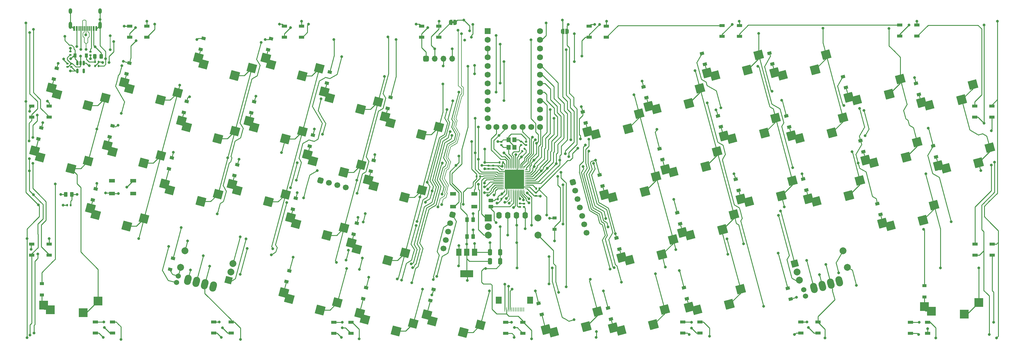
<source format=gbr>
%TF.GenerationSoftware,KiCad,Pcbnew,(6.0.0)*%
%TF.CreationDate,2022-07-03T18:01:25-07:00*%
%TF.ProjectId,ffkb,66666b62-2e6b-4696-9361-645f70636258,rev?*%
%TF.SameCoordinates,Original*%
%TF.FileFunction,Copper,L2,Bot*%
%TF.FilePolarity,Positive*%
%FSLAX46Y46*%
G04 Gerber Fmt 4.6, Leading zero omitted, Abs format (unit mm)*
G04 Created by KiCad (PCBNEW (6.0.0)) date 2022-07-03 18:01:25*
%MOMM*%
%LPD*%
G01*
G04 APERTURE LIST*
G04 Aperture macros list*
%AMRoundRect*
0 Rectangle with rounded corners*
0 $1 Rounding radius*
0 $2 $3 $4 $5 $6 $7 $8 $9 X,Y pos of 4 corners*
0 Add a 4 corners polygon primitive as box body*
4,1,4,$2,$3,$4,$5,$6,$7,$8,$9,$2,$3,0*
0 Add four circle primitives for the rounded corners*
1,1,$1+$1,$2,$3*
1,1,$1+$1,$4,$5*
1,1,$1+$1,$6,$7*
1,1,$1+$1,$8,$9*
0 Add four rect primitives between the rounded corners*
20,1,$1+$1,$2,$3,$4,$5,0*
20,1,$1+$1,$4,$5,$6,$7,0*
20,1,$1+$1,$6,$7,$8,$9,0*
20,1,$1+$1,$8,$9,$2,$3,0*%
%AMHorizOval*
0 Thick line with rounded ends*
0 $1 width*
0 $2 $3 position (X,Y) of the first rounded end (center of the circle)*
0 $4 $5 position (X,Y) of the second rounded end (center of the circle)*
0 Add line between two ends*
20,1,$1,$2,$3,$4,$5,0*
0 Add two circle primitives to create the rounded ends*
1,1,$1,$2,$3*
1,1,$1,$4,$5*%
%AMRotRect*
0 Rectangle, with rotation*
0 The origin of the aperture is its center*
0 $1 length*
0 $2 width*
0 $3 Rotation angle, in degrees counterclockwise*
0 Add horizontal line*
21,1,$1,$2,0,0,$3*%
%AMFreePoly0*
4,1,22,0.500000,-0.750000,0.000000,-0.750000,0.000000,-0.745033,-0.079941,-0.743568,-0.215256,-0.701293,-0.333266,-0.622738,-0.424486,-0.514219,-0.481581,-0.384460,-0.499164,-0.250000,-0.500000,-0.250000,-0.500000,0.250000,-0.499164,0.250000,-0.499963,0.256109,-0.478152,0.396186,-0.417904,0.524511,-0.324060,0.630769,-0.204165,0.706417,-0.067858,0.745374,0.000000,0.744959,0.000000,0.750000,
0.500000,0.750000,0.500000,-0.750000,0.500000,-0.750000,$1*%
%AMFreePoly1*
4,1,20,0.000000,0.744959,0.073905,0.744508,0.209726,0.703889,0.328688,0.626782,0.421226,0.519385,0.479903,0.390333,0.500000,0.250000,0.500000,-0.250000,0.499851,-0.262216,0.476331,-0.402017,0.414519,-0.529596,0.319384,-0.634700,0.198574,-0.708877,0.061801,-0.746166,0.000000,-0.745033,0.000000,-0.750000,-0.500000,-0.750000,-0.500000,0.750000,0.000000,0.750000,0.000000,0.744959,
0.000000,0.744959,$1*%
G04 Aperture macros list end*
%TA.AperFunction,ComponentPad*%
%ADD10RotRect,2.000000X2.000000X165.000000*%
%TD*%
%TA.AperFunction,ComponentPad*%
%ADD11C,2.000000*%
%TD*%
%TA.AperFunction,ComponentPad*%
%ADD12RotRect,2.000000X2.000000X15.000000*%
%TD*%
%TA.AperFunction,ComponentPad*%
%ADD13HorizOval,2.000000X0.129410X0.482963X-0.129410X-0.482963X0*%
%TD*%
%TA.AperFunction,ComponentPad*%
%ADD14C,1.524000*%
%TD*%
%TA.AperFunction,ComponentPad*%
%ADD15HorizOval,1.524000X0.000000X0.000000X0.000000X0.000000X0*%
%TD*%
%TA.AperFunction,ComponentPad*%
%ADD16HorizOval,2.000000X-0.129410X0.482963X0.129410X-0.482963X0*%
%TD*%
%TA.AperFunction,ComponentPad*%
%ADD17HorizOval,1.524000X0.000000X0.000000X0.000000X0.000000X0*%
%TD*%
%TA.AperFunction,SMDPad,CuDef*%
%ADD18RotRect,2.600000X2.600000X345.000000*%
%TD*%
%TA.AperFunction,SMDPad,CuDef*%
%ADD19RotRect,2.550000X2.500000X165.000000*%
%TD*%
%TA.AperFunction,SMDPad,CuDef*%
%ADD20RotRect,2.550000X2.500000X195.000000*%
%TD*%
%TA.AperFunction,SMDPad,CuDef*%
%ADD21RotRect,2.600000X2.600000X15.000000*%
%TD*%
%TA.AperFunction,SMDPad,CuDef*%
%ADD22R,2.600000X2.600000*%
%TD*%
%TA.AperFunction,SMDPad,CuDef*%
%ADD23R,2.550000X2.500000*%
%TD*%
%TA.AperFunction,ComponentPad*%
%ADD24R,2.000000X2.000000*%
%TD*%
%TA.AperFunction,ComponentPad*%
%ADD25RoundRect,0.425000X0.425000X-0.425000X0.425000X0.425000X-0.425000X0.425000X-0.425000X-0.425000X0*%
%TD*%
%TA.AperFunction,ComponentPad*%
%ADD26O,1.700000X1.700000*%
%TD*%
%TA.AperFunction,ComponentPad*%
%ADD27O,1.600000X2.000000*%
%TD*%
%TA.AperFunction,ComponentPad*%
%ADD28RoundRect,0.425000X0.300520X-0.520517X0.520517X0.300520X-0.300520X0.520517X-0.520517X-0.300520X0*%
%TD*%
%TA.AperFunction,ComponentPad*%
%ADD29HorizOval,1.700000X0.000000X0.000000X0.000000X0.000000X0*%
%TD*%
%TA.AperFunction,ComponentPad*%
%ADD30R,1.752600X1.752600*%
%TD*%
%TA.AperFunction,ComponentPad*%
%ADD31C,1.752600*%
%TD*%
%TA.AperFunction,ComponentPad*%
%ADD32RoundRect,0.425000X-0.300520X-0.520517X0.520517X-0.300520X0.300520X0.520517X-0.520517X0.300520X0*%
%TD*%
%TA.AperFunction,ComponentPad*%
%ADD33HorizOval,1.700000X0.000000X0.000000X0.000000X0.000000X0*%
%TD*%
%TA.AperFunction,ComponentPad*%
%ADD34RoundRect,0.425000X-0.520517X-0.300520X0.300520X-0.520517X0.520517X0.300520X-0.300520X0.520517X0*%
%TD*%
%TA.AperFunction,ComponentPad*%
%ADD35HorizOval,1.700000X0.000000X0.000000X0.000000X0.000000X0*%
%TD*%
%TA.AperFunction,SMDPad,CuDef*%
%ADD36RotRect,0.900000X1.200000X255.000000*%
%TD*%
%TA.AperFunction,SMDPad,CuDef*%
%ADD37RotRect,0.900000X1.200000X285.000000*%
%TD*%
%TA.AperFunction,SMDPad,CuDef*%
%ADD38R,1.800000X1.100000*%
%TD*%
%TA.AperFunction,SMDPad,CuDef*%
%ADD39R,1.501140X0.899160*%
%TD*%
%TA.AperFunction,SMDPad,CuDef*%
%ADD40R,1.200000X0.900000*%
%TD*%
%TA.AperFunction,SMDPad,CuDef*%
%ADD41R,1.500000X2.000000*%
%TD*%
%TA.AperFunction,SMDPad,CuDef*%
%ADD42R,3.800000X2.000000*%
%TD*%
%TA.AperFunction,SMDPad,CuDef*%
%ADD43RoundRect,0.140000X0.140000X0.170000X-0.140000X0.170000X-0.140000X-0.170000X0.140000X-0.170000X0*%
%TD*%
%TA.AperFunction,SMDPad,CuDef*%
%ADD44RoundRect,0.135000X-0.135000X-0.185000X0.135000X-0.185000X0.135000X0.185000X-0.135000X0.185000X0*%
%TD*%
%TA.AperFunction,SMDPad,CuDef*%
%ADD45RoundRect,0.140000X-0.170000X0.140000X-0.170000X-0.140000X0.170000X-0.140000X0.170000X0.140000X0*%
%TD*%
%TA.AperFunction,SMDPad,CuDef*%
%ADD46RoundRect,0.140000X0.170000X-0.140000X0.170000X0.140000X-0.170000X0.140000X-0.170000X-0.140000X0*%
%TD*%
%TA.AperFunction,SMDPad,CuDef*%
%ADD47R,0.280000X1.250000*%
%TD*%
%TA.AperFunction,SMDPad,CuDef*%
%ADD48R,1.800000X2.000000*%
%TD*%
%TA.AperFunction,SMDPad,CuDef*%
%ADD49R,1.200000X1.400000*%
%TD*%
%TA.AperFunction,SMDPad,CuDef*%
%ADD50RoundRect,0.135000X0.135000X0.185000X-0.135000X0.185000X-0.135000X-0.185000X0.135000X-0.185000X0*%
%TD*%
%TA.AperFunction,SMDPad,CuDef*%
%ADD51RoundRect,0.135000X0.185000X-0.135000X0.185000X0.135000X-0.185000X0.135000X-0.185000X-0.135000X0*%
%TD*%
%TA.AperFunction,SMDPad,CuDef*%
%ADD52RoundRect,0.250000X0.262500X0.450000X-0.262500X0.450000X-0.262500X-0.450000X0.262500X-0.450000X0*%
%TD*%
%TA.AperFunction,SMDPad,CuDef*%
%ADD53FreePoly0,180.000000*%
%TD*%
%TA.AperFunction,SMDPad,CuDef*%
%ADD54FreePoly1,180.000000*%
%TD*%
%TA.AperFunction,SMDPad,CuDef*%
%ADD55R,0.900000X1.200000*%
%TD*%
%TA.AperFunction,SMDPad,CuDef*%
%ADD56RoundRect,0.140000X-0.021213X0.219203X-0.219203X0.021213X0.021213X-0.219203X0.219203X-0.021213X0*%
%TD*%
%TA.AperFunction,SMDPad,CuDef*%
%ADD57RoundRect,0.250000X-0.262500X-0.450000X0.262500X-0.450000X0.262500X0.450000X-0.262500X0.450000X0*%
%TD*%
%TA.AperFunction,SMDPad,CuDef*%
%ADD58RoundRect,0.062500X-0.062500X0.375000X-0.062500X-0.375000X0.062500X-0.375000X0.062500X0.375000X0*%
%TD*%
%TA.AperFunction,SMDPad,CuDef*%
%ADD59RoundRect,0.062500X-0.375000X0.062500X-0.375000X-0.062500X0.375000X-0.062500X0.375000X0.062500X0*%
%TD*%
%TA.AperFunction,SMDPad,CuDef*%
%ADD60R,5.600000X5.600000*%
%TD*%
%TA.AperFunction,SMDPad,CuDef*%
%ADD61RoundRect,0.250000X0.325000X0.650000X-0.325000X0.650000X-0.325000X-0.650000X0.325000X-0.650000X0*%
%TD*%
%TA.AperFunction,SMDPad,CuDef*%
%ADD62FreePoly0,0.000000*%
%TD*%
%TA.AperFunction,SMDPad,CuDef*%
%ADD63FreePoly1,0.000000*%
%TD*%
%TA.AperFunction,SMDPad,CuDef*%
%ADD64RoundRect,0.140000X-0.140000X-0.170000X0.140000X-0.170000X0.140000X0.170000X-0.140000X0.170000X0*%
%TD*%
%TA.AperFunction,ComponentPad*%
%ADD65O,1.000000X2.100000*%
%TD*%
%TA.AperFunction,ComponentPad*%
%ADD66O,1.000000X1.600000*%
%TD*%
%TA.AperFunction,SMDPad,CuDef*%
%ADD67R,0.600000X1.450000*%
%TD*%
%TA.AperFunction,SMDPad,CuDef*%
%ADD68R,0.300000X1.450000*%
%TD*%
%TA.AperFunction,SMDPad,CuDef*%
%ADD69RoundRect,0.150000X-0.150000X0.512500X-0.150000X-0.512500X0.150000X-0.512500X0.150000X0.512500X0*%
%TD*%
%TA.AperFunction,SMDPad,CuDef*%
%ADD70RoundRect,0.135000X-0.185000X0.135000X-0.185000X-0.135000X0.185000X-0.135000X0.185000X0.135000X0*%
%TD*%
%TA.AperFunction,SMDPad,CuDef*%
%ADD71RoundRect,0.243750X0.243750X0.456250X-0.243750X0.456250X-0.243750X-0.456250X0.243750X-0.456250X0*%
%TD*%
%TA.AperFunction,SMDPad,CuDef*%
%ADD72RoundRect,0.250000X-0.450000X0.262500X-0.450000X-0.262500X0.450000X-0.262500X0.450000X0.262500X0*%
%TD*%
%TA.AperFunction,SMDPad,CuDef*%
%ADD73RoundRect,0.147500X0.172500X-0.147500X0.172500X0.147500X-0.172500X0.147500X-0.172500X-0.147500X0*%
%TD*%
%TA.AperFunction,ViaPad*%
%ADD74C,0.800000*%
%TD*%
%TA.AperFunction,Conductor*%
%ADD75C,0.254000*%
%TD*%
%TA.AperFunction,Conductor*%
%ADD76C,0.200000*%
%TD*%
G04 APERTURE END LIST*
%TO.C,JP3*%
G36*
X120196633Y-23704185D02*
G01*
X119696633Y-23704185D01*
X119696633Y-23104185D01*
X120196633Y-23104185D01*
X120196633Y-23704185D01*
G37*
%TD*%
D10*
%TO.P,SW42,A,A*%
%TO.N,ENC1A*%
X54631885Y-98514605D03*
D11*
%TO.P,SW42,B,B*%
%TO.N,ENC1B*%
X55925980Y-93684976D03*
%TO.P,SW42,C,C*%
%TO.N,GND*%
X55278933Y-96099791D03*
%TO.P,SW42,S1,S1*%
%TO.N,col1*%
X41920056Y-89932100D03*
%TO.P,SW42,S2,S2*%
%TO.N,Net-(D81-Pad2)*%
X40625961Y-94761729D03*
%TD*%
D12*
%TO.P,SW43,A,A*%
%TO.N,ENC2A*%
X219490108Y-93684727D03*
D11*
%TO.P,SW43,B,B*%
%TO.N,ENC2B*%
X220784203Y-98514356D03*
%TO.P,SW43,C,C*%
%TO.N,GND*%
X220137155Y-96099542D03*
%TO.P,SW43,S1,S1*%
%TO.N,col0*%
X234790127Y-94761480D03*
%TO.P,SW43,S2,S2*%
%TO.N,Net-(D82-Pad2)*%
X233496032Y-89931851D03*
%TD*%
D13*
%TO.P,SW44,A,A*%
%TO.N,ENC1A*%
X42808528Y-98400601D03*
%TO.P,SW44,B,B*%
%TO.N,ENC1B*%
X45261979Y-99058001D03*
%TO.P,SW44,C,C*%
%TO.N,GND*%
X47715431Y-99715402D03*
%TO.P,SW44,NC,NC*%
%TO.N,unconnected-(SW44-PadNC)*%
X50168882Y-100372802D03*
D14*
%TO.P,SW44,S1,S1*%
%TO.N,col1*%
X39483699Y-99217921D03*
D15*
%TO.P,SW44,S2,S2*%
%TO.N,Net-(D81-Pad2)*%
X40001337Y-97286070D03*
%TD*%
D16*
%TO.P,SW45,A,A*%
%TO.N,ENC2A*%
X225080283Y-100831400D03*
%TO.P,SW45,B,B*%
%TO.N,ENC2B*%
X227533735Y-100174000D03*
%TO.P,SW45,C,C*%
%TO.N,GND*%
X229987187Y-99516600D03*
%TO.P,SW45,NC,NC*%
%TO.N,unconnected-(SW45-PadNC)*%
X232440638Y-98859199D03*
D14*
%TO.P,SW45,S1,S1*%
%TO.N,col0*%
X222609557Y-103201635D03*
D17*
%TO.P,SW45,S2,S2*%
%TO.N,Net-(D82-Pad2)*%
X222091919Y-101269783D03*
%TD*%
D18*
%TO.P,SW22,1,1*%
%TO.N,Net-(D22-Pad2)*%
X35965463Y-70482100D03*
D19*
X37538597Y-72280537D03*
D18*
%TO.P,SW22,2,2*%
%TO.N,col2*%
X46552505Y-75596497D03*
D19*
X51574070Y-73411730D03*
%TD*%
D18*
%TO.P,SW33,1,1*%
%TO.N,Net-(D33-Pad2)*%
X70711193Y-102130593D03*
D19*
X72284327Y-103929030D03*
%TO.P,SW33,2,2*%
%TO.N,col3*%
X86319800Y-105060223D03*
D18*
X81298235Y-107244990D03*
%TD*%
%TO.P,SW23,1,1*%
%TO.N,Net-(D23-Pad2)*%
X55612145Y-70570021D03*
D19*
X57185279Y-72368458D03*
D18*
%TO.P,SW23,2,2*%
%TO.N,col3*%
X66199187Y-75684418D03*
D19*
X71220752Y-73499651D03*
%TD*%
%TO.P,SW35,1,1*%
%TO.N,Net-(D35-Pad2)*%
X113944325Y-110417034D03*
D18*
X112371191Y-108618597D03*
D19*
%TO.P,SW35,2,2*%
%TO.N,col5*%
X127979798Y-111548227D03*
D18*
X122958233Y-113732994D03*
%TD*%
D19*
%TO.P,SW25,1,1*%
%TO.N,Net-(D25-Pad2)*%
X91949326Y-89448025D03*
D18*
X90376192Y-87649588D03*
%TO.P,SW25,2,2*%
%TO.N,col5*%
X100963234Y-92763985D03*
D19*
X105984799Y-90579218D03*
%TD*%
%TO.P,SW21,1,1*%
%TO.N,Net-(D21-Pad2)*%
X15950774Y-79437044D03*
D18*
X14377640Y-77638607D03*
%TO.P,SW21,2,2*%
%TO.N,col1*%
X24964682Y-82753004D03*
D19*
X29986247Y-80568237D03*
%TD*%
D18*
%TO.P,SW14,1,1*%
%TO.N,Net-(D14-Pad2)*%
X77588213Y-61964628D03*
D19*
X79161347Y-63763065D03*
%TO.P,SW14,2,2*%
%TO.N,col4*%
X93196820Y-64894258D03*
D18*
X88175255Y-67079025D03*
%TD*%
%TO.P,SW34,1,1*%
%TO.N,Net-(D34-Pad2)*%
X92796191Y-108182587D03*
D19*
X94369325Y-109981024D03*
%TO.P,SW34,2,2*%
%TO.N,col4*%
X108404798Y-111112217D03*
D18*
X103383233Y-113296984D03*
%TD*%
D19*
%TO.P,SW4,1,1*%
%TO.N,Net-(D4-Pad2)*%
X84078900Y-45410475D03*
D18*
X82505766Y-43612038D03*
%TO.P,SW4,2,2*%
%TO.N,col4*%
X93092808Y-48726435D03*
D19*
X98114373Y-46541668D03*
%TD*%
%TO.P,SW24,1,1*%
%TO.N,Net-(D24-Pad2)*%
X74243784Y-82115652D03*
D18*
X72670650Y-80317215D03*
%TO.P,SW24,2,2*%
%TO.N,col4*%
X83257692Y-85431612D03*
D19*
X88279257Y-83246845D03*
%TD*%
%TO.P,SW12,1,1*%
%TO.N,Net-(D12-Pad2)*%
X42456161Y-53927944D03*
D18*
X40883027Y-52129507D03*
%TO.P,SW12,2,2*%
%TO.N,col2*%
X51470069Y-57243904D03*
D19*
X56491634Y-55059137D03*
%TD*%
%TO.P,SW3,1,1*%
%TO.N,Net-(D3-Pad2)*%
X67020405Y-35663277D03*
D18*
X65447271Y-33864840D03*
%TO.P,SW3,2,2*%
%TO.N,col3*%
X76034313Y-38979237D03*
D19*
X81055878Y-36794470D03*
%TD*%
%TO.P,SW15,1,1*%
%TO.N,Net-(D15-Pad2)*%
X96866895Y-71095448D03*
D18*
X95293761Y-69297011D03*
%TO.P,SW15,2,2*%
%TO.N,col5*%
X105880803Y-74411408D03*
D19*
X110902368Y-72226641D03*
%TD*%
D18*
%TO.P,SW5,1,1*%
%TO.N,Net-(D5-Pad2)*%
X100211312Y-50944406D03*
D19*
X101784446Y-52742843D03*
D18*
%TO.P,SW5,2,2*%
%TO.N,col5*%
X110798354Y-56058803D03*
D19*
X115819919Y-53874036D03*
%TD*%
D18*
%TO.P,SW13,1,1*%
%TO.N,Net-(D13-Pad2)*%
X60529716Y-52217430D03*
D19*
X62102850Y-54015867D03*
%TO.P,SW13,2,2*%
%TO.N,col3*%
X76138323Y-55147060D03*
D18*
X71116758Y-57331827D03*
%TD*%
D19*
%TO.P,SW1,1,1*%
%TO.N,Net-(D1-Pad2)*%
X25785903Y-42731853D03*
D18*
X24212769Y-40933416D03*
D19*
%TO.P,SW1,2,2*%
%TO.N,col1*%
X39821376Y-43863046D03*
D18*
X34799811Y-46047813D03*
%TD*%
%TO.P,SW2,1,1*%
%TO.N,Net-(D2-Pad2)*%
X45800587Y-33776915D03*
D19*
X47373721Y-35575352D03*
D18*
%TO.P,SW2,2,2*%
%TO.N,col2*%
X56387629Y-38891312D03*
D19*
X61409194Y-36706545D03*
%TD*%
%TO.P,SW11,1,1*%
%TO.N,Net-(D11-Pad2)*%
X20868334Y-61084447D03*
D18*
X19295200Y-59286010D03*
D19*
%TO.P,SW11,2,2*%
%TO.N,col1*%
X34903807Y-62215640D03*
D18*
X29882242Y-64400407D03*
%TD*%
D20*
%TO.P,SW36,1,1*%
%TO.N,Net-(D36-Pad2)*%
X149324407Y-113674754D03*
D21*
X147062815Y-112903828D03*
D20*
%TO.P,SW36,2,2*%
%TO.N,col6*%
X162045080Y-107636659D03*
D21*
X158788660Y-112039505D03*
%TD*%
D20*
%TO.P,SW29,1,1*%
%TO.N,Net-(D29-Pad2)*%
X225730094Y-75538752D03*
D21*
X223468502Y-74767826D03*
D20*
%TO.P,SW29,2,2*%
%TO.N,col3*%
X238450767Y-69500657D03*
D21*
X235194347Y-73903503D03*
%TD*%
D20*
%TO.P,SW37,1,1*%
%TO.N,Net-(D37-Pad2)*%
X168899462Y-113139058D03*
D21*
X166637870Y-112368132D03*
D20*
%TO.P,SW37,2,2*%
%TO.N,col7*%
X181620135Y-107100963D03*
D21*
X178363715Y-111503809D03*
%TD*%
D20*
%TO.P,SW38,1,1*%
%TO.N,Net-(D38-Pad2)*%
X190984052Y-107186757D03*
D21*
X188722460Y-106415831D03*
%TO.P,SW38,2,2*%
%TO.N,col2*%
X200448305Y-105551508D03*
D20*
X203704725Y-101148662D03*
%TD*%
%TO.P,SW30,1,1*%
%TO.N,Net-(D30-Pad2)*%
X247317928Y-82695266D03*
D21*
X245056336Y-81924340D03*
D20*
%TO.P,SW30,2,2*%
%TO.N,col6*%
X260038601Y-76657171D03*
D21*
X256782181Y-81060017D03*
%TD*%
D20*
%TO.P,SW26,1,1*%
%TO.N,Net-(D26-Pad2)*%
X171319376Y-92706251D03*
D21*
X169057784Y-91935325D03*
D20*
%TO.P,SW26,2,2*%
%TO.N,col6*%
X184040049Y-86668156D03*
D21*
X180783629Y-91071002D03*
%TD*%
D20*
%TO.P,SW27,1,1*%
%TO.N,Net-(D27-Pad2)*%
X189024925Y-85373885D03*
D21*
X186763333Y-84602959D03*
D20*
%TO.P,SW27,2,2*%
%TO.N,col7*%
X201745598Y-79335790D03*
D21*
X198489178Y-83738636D03*
%TD*%
%TO.P,SW28,1,1*%
%TO.N,Net-(D28-Pad2)*%
X203821817Y-74855756D03*
D20*
X206083409Y-75626682D03*
D21*
%TO.P,SW28,2,2*%
%TO.N,col2*%
X215547662Y-73991433D03*
D20*
X218804082Y-69588587D03*
%TD*%
D21*
%TO.P,SW20,1,1*%
%TO.N,Net-(D20-Pad2)*%
X240138772Y-63571746D03*
D20*
X242400364Y-64342672D03*
D21*
%TO.P,SW20,2,2*%
%TO.N,col5*%
X251864617Y-62707423D03*
D20*
X255121037Y-58304577D03*
%TD*%
%TO.P,SW7,1,1*%
%TO.N,Net-(D7-Pad2)*%
X179189800Y-48668697D03*
D21*
X176928208Y-47897771D03*
%TO.P,SW7,2,2*%
%TO.N,col7*%
X188654053Y-47033448D03*
D20*
X191910473Y-42630602D03*
%TD*%
%TO.P,SW9,1,1*%
%TO.N,Net-(D9-Pad2)*%
X215894973Y-38833575D03*
D21*
X213633381Y-38062649D03*
D20*
%TO.P,SW9,2,2*%
%TO.N,col4*%
X228615646Y-32795480D03*
D21*
X225359226Y-37198326D03*
%TD*%
%TO.P,SW8,1,1*%
%TO.N,Net-(D8-Pad2)*%
X193986693Y-38150581D03*
D20*
X196248285Y-38921507D03*
D21*
%TO.P,SW8,2,2*%
%TO.N,col3*%
X205712538Y-37286258D03*
D20*
X208968958Y-32883412D03*
%TD*%
%TO.P,SW16,1,1*%
%TO.N,Net-(D16-Pad2)*%
X166401816Y-74353668D03*
D21*
X164140224Y-73582742D03*
D20*
%TO.P,SW16,2,2*%
%TO.N,col6*%
X179122489Y-68315573D03*
D21*
X175866069Y-72718419D03*
%TD*%
%TO.P,SW19,1,1*%
%TO.N,Net-(D19-Pad2)*%
X218550946Y-56415246D03*
D20*
X220812538Y-57186172D03*
%TO.P,SW19,2,2*%
%TO.N,col4*%
X233533211Y-51148077D03*
D21*
X230276791Y-55550923D03*
%TD*%
%TO.P,SW17,1,1*%
%TO.N,Net-(D17-Pad2)*%
X181845761Y-66250364D03*
D20*
X184107353Y-67021290D03*
%TO.P,SW17,2,2*%
%TO.N,col7*%
X196828026Y-60983195D03*
D21*
X193571606Y-65386041D03*
%TD*%
D20*
%TO.P,SW18,1,1*%
%TO.N,Net-(D18-Pad2)*%
X201165851Y-57274090D03*
D21*
X198904259Y-56503164D03*
%TO.P,SW18,2,2*%
%TO.N,col2*%
X210630104Y-55638841D03*
D20*
X213886524Y-51235995D03*
%TD*%
D21*
%TO.P,SW10,1,1*%
%TO.N,Net-(D10-Pad2)*%
X235221209Y-45219157D03*
D20*
X237482801Y-45990083D03*
%TO.P,SW10,2,2*%
%TO.N,col5*%
X250203474Y-39951988D03*
D21*
X246947054Y-44354834D03*
%TD*%
D20*
%TO.P,SW6,1,1*%
%TO.N,Net-(D6-Pad2)*%
X161484251Y-56001078D03*
D21*
X159222659Y-55230152D03*
%TO.P,SW6,2,2*%
%TO.N,col6*%
X170948504Y-54365829D03*
D20*
X174204924Y-49962983D03*
%TD*%
D19*
%TO.P,SW31,1,1*%
%TO.N,Net-(D31-Pad2)*%
X4655642Y-44316963D03*
D18*
X3082508Y-42518526D03*
D19*
%TO.P,SW31,2,2*%
%TO.N,col0*%
X18691115Y-45448156D03*
D18*
X13669550Y-47632923D03*
%TD*%
D21*
%TO.P,SW32,1,1*%
%TO.N,Net-(D32-Pad2)*%
X256351452Y-46804253D03*
D20*
X258613044Y-47575179D03*
D21*
%TO.P,SW32,2,2*%
%TO.N,col7*%
X268077297Y-45939930D03*
D20*
X271333717Y-41537084D03*
%TD*%
D18*
%TO.P,SW39,1,1*%
%TO.N,Net-(D39-Pad2)*%
X-1835044Y-60871117D03*
D19*
X-261910Y-62669554D03*
%TO.P,SW39,2,2*%
%TO.N,col0*%
X13773563Y-63800747D03*
D18*
X8751998Y-65985514D03*
%TD*%
D20*
%TO.P,SW40,1,1*%
%TO.N,Net-(D40-Pad2)*%
X263530608Y-65927782D03*
D21*
X261269016Y-65156856D03*
D20*
%TO.P,SW40,2,2*%
%TO.N,col7*%
X276251281Y-59889687D03*
D21*
X272994861Y-64292533D03*
%TD*%
D22*
%TO.P,SW46,1,1*%
%TO.N,Net-(D44-Pad2)*%
X771633Y-105784180D03*
D23*
X2756633Y-107114180D03*
D22*
%TO.P,SW46,2,2*%
%TO.N,col0*%
X12321633Y-107984180D03*
D23*
X16606633Y-104574180D03*
%TD*%
D22*
%TO.P,SW47,1,1*%
%TO.N,Net-(D51-Pad2)*%
X257261633Y-106214176D03*
D23*
X259246633Y-107544176D03*
D22*
%TO.P,SW47,2,2*%
%TO.N,col6*%
X268811633Y-108414176D03*
D23*
X273096633Y-105004176D03*
%TD*%
D24*
%TO.P,SW48,A,A*%
%TO.N,sda*%
X130244891Y-80429260D03*
D11*
%TO.P,SW48,B,B*%
%TO.N,scl*%
X130244891Y-85429260D03*
%TO.P,SW48,C,C*%
%TO.N,GND*%
X130244891Y-82929260D03*
%TO.P,SW48,S1,S1*%
%TO.N,col1*%
X144744891Y-85429260D03*
%TO.P,SW48,S2,S2*%
%TO.N,Net-(D87-Pad2)*%
X144744891Y-80429260D03*
%TD*%
D25*
%TO.P,J5,1,Pin_1*%
%TO.N,+5V*%
X112136636Y-34004178D03*
D26*
%TO.P,J5,2,Pin_2*%
%TO.N,GND*%
X114676636Y-34004178D03*
%TO.P,J5,3,Pin_3*%
%TO.N,3.3V*%
X117216636Y-34004178D03*
%TO.P,J5,4,Pin_4*%
%TO.N,GND*%
X119756636Y-34004178D03*
%TD*%
D27*
%TO.P,Brd1,1,GND*%
%TO.N,GND*%
X141026629Y-79654188D03*
%TO.P,Brd1,2,VCC*%
%TO.N,+5V*%
X138486629Y-79654188D03*
%TO.P,Brd1,3,SCL*%
%TO.N,scl*%
X135946629Y-79654188D03*
%TO.P,Brd1,4,SDA*%
%TO.N,sda*%
X133406629Y-79654188D03*
%TD*%
D28*
%TO.P,J6,1,Pin_1*%
%TO.N,+5V*%
X81374904Y-69505283D03*
D29*
%TO.P,J6,2,Pin_2*%
%TO.N,GND*%
X83828355Y-70162684D03*
%TO.P,J6,3,Pin_3*%
%TO.N,SWC*%
X86281807Y-70820084D03*
%TO.P,J6,4,Pin_4*%
%TO.N,SWD*%
X88735258Y-71477485D03*
%TD*%
D30*
%TO.P,U4,1,TX0/PD3*%
%TO.N,led*%
X130076635Y-25934179D03*
D31*
%TO.P,U4,2,RX1/PD2*%
%TO.N,row0*%
X130076635Y-28474179D03*
%TO.P,U4,3,GND*%
%TO.N,GND*%
X130076635Y-31014179D03*
%TO.P,U4,4,GND*%
X130076635Y-33554179D03*
%TO.P,U4,5,2/PD1*%
%TO.N,sda*%
X130076635Y-36094179D03*
%TO.P,U4,6,3/PD0*%
%TO.N,scl*%
X130076635Y-38634179D03*
%TO.P,U4,7,4/PD4*%
%TO.N,col5*%
X130076635Y-41174179D03*
%TO.P,U4,8,5/PC6*%
%TO.N,col4*%
X130076635Y-43714179D03*
%TO.P,U4,9,6/PD7*%
%TO.N,col3*%
X130076635Y-46254179D03*
%TO.P,U4,10,7/PE6*%
%TO.N,col2*%
X130076635Y-48794179D03*
%TO.P,U4,11,8/PB4*%
%TO.N,col1*%
X130076635Y-51334179D03*
%TO.P,U4,12,9/PB5*%
%TO.N,col0*%
X130305235Y-53874179D03*
%TO.P,U4,13,10/PB6*%
%TO.N,ENC2A*%
X145316635Y-53874179D03*
%TO.P,U4,14,16/PB2*%
%TO.N,col6*%
X145316635Y-51334179D03*
%TO.P,U4,15,14/PB3*%
%TO.N,col7*%
X145316635Y-48794179D03*
%TO.P,U4,16,15/PB1*%
%TO.N,row5*%
X145316635Y-46254179D03*
%TO.P,U4,17,A0/PF7*%
%TO.N,row4*%
X145316635Y-43714179D03*
%TO.P,U4,18,A1/PF6*%
%TO.N,row3*%
X145316635Y-41174179D03*
%TO.P,U4,19,A2/PF5*%
%TO.N,row2*%
X145316635Y-38634179D03*
%TO.P,U4,20,A3/PF4*%
%TO.N,row1*%
X145316635Y-36094179D03*
%TO.P,U4,21,VCC*%
%TO.N,+5V*%
X145316635Y-33554179D03*
%TO.P,U4,22,RST*%
%TO.N,RESET*%
X145316635Y-31014179D03*
%TO.P,U4,23,GND*%
%TO.N,GND*%
X145316635Y-28474179D03*
%TO.P,U4,24,B0*%
%TO.N,RAW*%
X145316635Y-25934179D03*
%TO.P,U4,25,B7*%
%TO.N,ENC1B*%
X132616635Y-53874179D03*
%TO.P,U4,26,D5*%
%TO.N,ENC1A*%
X135156635Y-53874179D03*
%TO.P,U4,27,C7*%
%TO.N,unconnected-(U4-Pad27)*%
X137696635Y-53874179D03*
%TO.P,U4,28,F1*%
%TO.N,ENC2B*%
X140236635Y-53874179D03*
%TO.P,U4,29,F0*%
%TO.N,unconnected-(U4-Pad29)*%
X142776635Y-53874179D03*
%TD*%
D32*
%TO.P,J1,1,Pin_1*%
%TO.N,PA10*%
X154913208Y-69954808D03*
D33*
%TO.P,J1,2,Pin_2*%
%TO.N,PB12*%
X155570609Y-72408259D03*
%TO.P,J1,3,Pin_3*%
%TO.N,PB13*%
X156228009Y-74861711D03*
%TO.P,J1,4,Pin_4*%
%TO.N,PB14*%
X156885410Y-77315162D03*
%TO.P,J1,5,Pin_5*%
%TO.N,PB15*%
X157542810Y-79768614D03*
%TO.P,J1,6,Pin_6*%
%TO.N,PC15*%
X158200210Y-82222066D03*
%TO.P,J1,7,Pin_7*%
%TO.N,PA1*%
X158857611Y-84675517D03*
%TD*%
D34*
%TO.P,J4,1,Pin_1*%
%TO.N,sda*%
X119841103Y-79501908D03*
D35*
%TO.P,J4,2,Pin_2*%
%TO.N,scl*%
X119183702Y-81955359D03*
%TO.P,J4,3,Pin_3*%
%TO.N,+5V*%
X118526302Y-84408811D03*
%TO.P,J4,4,Pin_4*%
%TO.N,3.3V*%
X117868901Y-86862262D03*
%TO.P,J4,5,Pin_5*%
%TO.N,GND*%
X117211501Y-89315714D03*
%TD*%
D36*
%TO.P,D81,1,K*%
%TO.N,row5*%
X38425375Y-92194704D03*
%TO.P,D81,2,A*%
%TO.N,Net-(D81-Pad2)*%
X37571273Y-95382260D03*
%TD*%
D37*
%TO.P,D82,1,K*%
%TO.N,row5*%
X217410064Y-100865542D03*
%TO.P,D82,2,A*%
%TO.N,Net-(D82-Pad2)*%
X218264166Y-104053098D03*
%TD*%
D38*
%TO.P,SW41,1,1*%
%TO.N,BOOT0*%
X126196969Y-73348497D03*
%TO.P,SW41,2,2*%
%TO.N,VDD*%
X119996969Y-77048497D03*
%TO.P,SW41,3*%
%TO.N,N/C*%
X126196969Y-77048497D03*
%TO.P,SW41,4*%
X119996969Y-73348497D03*
%TD*%
D36*
%TO.P,D3,1,K*%
%TO.N,row0*%
X66998455Y-28172357D03*
%TO.P,D3,2,A*%
%TO.N,Net-(D3-Pad2)*%
X66144353Y-31359913D03*
%TD*%
%TO.P,D5,1,K*%
%TO.N,row0*%
X101762494Y-45251918D03*
%TO.P,D5,2,A*%
%TO.N,Net-(D5-Pad2)*%
X100908392Y-48439474D03*
%TD*%
%TO.P,D4,1,K*%
%TO.N,row0*%
X84056954Y-37919540D03*
%TO.P,D4,2,A*%
%TO.N,Net-(D4-Pad2)*%
X83202852Y-41107096D03*
%TD*%
%TO.P,D1,1,K*%
%TO.N,row0*%
X25763939Y-35240935D03*
%TO.P,D1,2,A*%
%TO.N,Net-(D1-Pad2)*%
X24909837Y-38428491D03*
%TD*%
%TO.P,D2,1,K*%
%TO.N,row0*%
X47351767Y-28084419D03*
%TO.P,D2,2,A*%
%TO.N,Net-(D2-Pad2)*%
X46497665Y-31271975D03*
%TD*%
%TO.P,D12,1,K*%
%TO.N,row1*%
X42434204Y-46437007D03*
%TO.P,D12,2,A*%
%TO.N,Net-(D12-Pad2)*%
X41580102Y-49624563D03*
%TD*%
%TO.P,D14,1,K*%
%TO.N,row1*%
X79139383Y-56272130D03*
%TO.P,D14,2,A*%
%TO.N,Net-(D14-Pad2)*%
X78285281Y-59459686D03*
%TD*%
%TO.P,D13,1,K*%
%TO.N,row1*%
X62080889Y-46524940D03*
%TO.P,D13,2,A*%
%TO.N,Net-(D13-Pad2)*%
X61226787Y-49712496D03*
%TD*%
%TO.P,D15,1,K*%
%TO.N,row1*%
X96844934Y-63604512D03*
%TO.P,D15,2,A*%
%TO.N,Net-(D15-Pad2)*%
X95990832Y-66792068D03*
%TD*%
%TO.P,D22,1,K*%
%TO.N,row2*%
X38091346Y-62872527D03*
%TO.P,D22,2,A*%
%TO.N,Net-(D22-Pad2)*%
X37237244Y-66060083D03*
%TD*%
%TO.P,D25,1,K*%
%TO.N,row2*%
X91927379Y-81957100D03*
%TO.P,D25,2,A*%
%TO.N,Net-(D25-Pad2)*%
X91073277Y-85144656D03*
%TD*%
%TO.P,D24,1,K*%
%TO.N,row2*%
X74221825Y-74624727D03*
%TO.P,D24,2,A*%
%TO.N,Net-(D24-Pad2)*%
X73367723Y-77812283D03*
%TD*%
%TO.P,D23,1,K*%
%TO.N,row2*%
X57163334Y-64877544D03*
%TO.P,D23,2,A*%
%TO.N,Net-(D23-Pad2)*%
X56309232Y-68065100D03*
%TD*%
%TO.P,D21,1,K*%
%TO.N,row2*%
X15928812Y-71946108D03*
%TO.P,D21,2,A*%
%TO.N,Net-(D21-Pad2)*%
X15074710Y-75133664D03*
%TD*%
%TO.P,D11,1,K*%
%TO.N,row1*%
X20846381Y-53593526D03*
%TO.P,D11,2,A*%
%TO.N,Net-(D11-Pad2)*%
X19992279Y-56781082D03*
%TD*%
D39*
%TO.P,D41,1,VDD*%
%TO.N,+5V*%
X-2652729Y-51004382D03*
%TO.P,D41,2,DOUT*%
%TO.N,Net-(D41-Pad2)*%
X-2652729Y-47803982D03*
%TO.P,D41,3,VSS*%
%TO.N,GND*%
X2345991Y-47803982D03*
%TO.P,D41,4,DIN*%
%TO.N,Net-(D41-Pad4)*%
X2345991Y-51004382D03*
%TD*%
D36*
%TO.P,D33,1,K*%
%TO.N,row5*%
X72332374Y-95762551D03*
%TO.P,D33,2,A*%
%TO.N,Net-(D33-Pad2)*%
X71478272Y-98950107D03*
%TD*%
%TO.P,D34,1,K*%
%TO.N,row5*%
X94673685Y-100710404D03*
%TO.P,D34,2,A*%
%TO.N,Net-(D34-Pad2)*%
X93819583Y-103897960D03*
%TD*%
%TO.P,D35,1,K*%
%TO.N,row5*%
X114273686Y-101210407D03*
%TO.P,D35,2,A*%
%TO.N,Net-(D35-Pad2)*%
X113419584Y-104397963D03*
%TD*%
D37*
%TO.P,D9,1,K*%
%TO.N,row3*%
X212130504Y-32357211D03*
%TO.P,D9,2,A*%
%TO.N,Net-(D9-Pad2)*%
X212984606Y-35544767D03*
%TD*%
%TO.P,D10,1,K*%
%TO.N,row4*%
X233553017Y-39217799D03*
%TO.P,D10,2,A*%
%TO.N,Net-(D10-Pad2)*%
X234407119Y-42405355D03*
%TD*%
%TO.P,D7,1,K*%
%TO.N,row0*%
X175425329Y-42192341D03*
%TO.P,D7,2,A*%
%TO.N,Net-(D7-Pad2)*%
X176279431Y-45379897D03*
%TD*%
%TO.P,D8,1,K*%
%TO.N,row4*%
X192483816Y-32445147D03*
%TO.P,D8,2,A*%
%TO.N,Net-(D8-Pad2)*%
X193337918Y-35632703D03*
%TD*%
%TO.P,D6,1,K*%
%TO.N,row0*%
X157719787Y-49524716D03*
%TO.P,D6,2,A*%
%TO.N,Net-(D6-Pad2)*%
X158573889Y-52712272D03*
%TD*%
%TO.P,D19,1,K*%
%TO.N,row4*%
X217036855Y-50667982D03*
%TO.P,D19,2,A*%
%TO.N,Net-(D19-Pad2)*%
X217890957Y-53855538D03*
%TD*%
%TO.P,D17,1,K*%
%TO.N,row1*%
X180119584Y-60210397D03*
%TO.P,D17,2,A*%
%TO.N,Net-(D17-Pad2)*%
X180973686Y-63397953D03*
%TD*%
%TO.P,D26,1,K*%
%TO.N,row2*%
X167554898Y-86229891D03*
%TO.P,D26,2,A*%
%TO.N,Net-(D26-Pad2)*%
X168409000Y-89417447D03*
%TD*%
%TO.P,D16,1,K*%
%TO.N,row1*%
X162637343Y-67877299D03*
%TO.P,D16,2,A*%
%TO.N,Net-(D16-Pad2)*%
X163491445Y-71064855D03*
%TD*%
%TO.P,D18,1,K*%
%TO.N,row3*%
X197084068Y-50647496D03*
%TO.P,D18,2,A*%
%TO.N,Net-(D18-Pad2)*%
X197938170Y-53835052D03*
%TD*%
%TO.P,D28,1,K*%
%TO.N,row4*%
X202318938Y-69150323D03*
%TO.P,D28,2,A*%
%TO.N,Net-(D28-Pad2)*%
X203173040Y-72337879D03*
%TD*%
%TO.P,D27,1,K*%
%TO.N,row2*%
X185260443Y-78897516D03*
%TO.P,D27,2,A*%
%TO.N,Net-(D27-Pad2)*%
X186114545Y-82085072D03*
%TD*%
%TO.P,D20,1,K*%
%TO.N,row3*%
X238635888Y-57866319D03*
%TO.P,D20,2,A*%
%TO.N,Net-(D20-Pad2)*%
X239489990Y-61053875D03*
%TD*%
%TO.P,D36,1,K*%
%TO.N,row5*%
X144919579Y-105310399D03*
%TO.P,D36,2,A*%
%TO.N,Net-(D36-Pad2)*%
X145773681Y-108497955D03*
%TD*%
%TO.P,D38,1,K*%
%TO.N,row5*%
X187219576Y-100710403D03*
%TO.P,D38,2,A*%
%TO.N,Net-(D38-Pad2)*%
X188073678Y-103897959D03*
%TD*%
%TO.P,D29,1,K*%
%TO.N,row3*%
X221965628Y-69062394D03*
%TO.P,D29,2,A*%
%TO.N,Net-(D29-Pad2)*%
X222819730Y-72249950D03*
%TD*%
%TO.P,D30,1,K*%
%TO.N,row3*%
X243553450Y-76218901D03*
%TO.P,D30,2,A*%
%TO.N,Net-(D30-Pad2)*%
X244407552Y-79406457D03*
%TD*%
%TO.P,D37,1,K*%
%TO.N,row5*%
X165134984Y-106662700D03*
%TO.P,D37,2,A*%
%TO.N,Net-(D37-Pad2)*%
X165989086Y-109850256D03*
%TD*%
D36*
%TO.P,D31,1,K*%
%TO.N,row0*%
X4573689Y-36775195D03*
%TO.P,D31,2,A*%
%TO.N,Net-(D31-Pad2)*%
X3719587Y-39962751D03*
%TD*%
D37*
%TO.P,D32,1,K*%
%TO.N,row3*%
X254786789Y-41189269D03*
%TO.P,D32,2,A*%
%TO.N,Net-(D32-Pad2)*%
X255640891Y-44376825D03*
%TD*%
D36*
%TO.P,D39,1,K*%
%TO.N,row1*%
X139965Y-54160213D03*
%TO.P,D39,2,A*%
%TO.N,Net-(D39-Pad2)*%
X-714137Y-57347769D03*
%TD*%
D37*
%TO.P,D40,1,K*%
%TO.N,row4*%
X259775066Y-59419386D03*
%TO.P,D40,2,A*%
%TO.N,Net-(D40-Pad2)*%
X260629168Y-62606942D03*
%TD*%
D40*
%TO.P,D44,1,K*%
%TO.N,row2*%
X246635Y-99554182D03*
%TO.P,D44,2,A*%
%TO.N,Net-(D44-Pad2)*%
X246635Y-102854182D03*
%TD*%
%TO.P,D51,1,K*%
%TO.N,row4*%
X257197143Y-100095578D03*
%TO.P,D51,2,A*%
%TO.N,Net-(D51-Pad2)*%
X257197143Y-103395578D03*
%TD*%
%TO.P,D87,1,K*%
%TO.N,row4*%
X149524889Y-83719264D03*
%TO.P,D87,2,A*%
%TO.N,Net-(D87-Pad2)*%
X149524889Y-80419264D03*
%TD*%
D41*
%TO.P,U2,1,GND*%
%TO.N,GND*%
X121646629Y-90354181D03*
%TO.P,U2,2,VO*%
%TO.N,3.3V*%
X123946629Y-90354181D03*
D42*
X123946629Y-96654181D03*
D41*
%TO.P,U2,3,VI*%
%TO.N,+5V*%
X126246629Y-90354181D03*
%TD*%
D43*
%TO.P,C14,1*%
%TO.N,GND*%
X145126634Y-71804183D03*
%TO.P,C14,2*%
%TO.N,Net-(C14-Pad2)*%
X144166634Y-71804183D03*
%TD*%
%TO.P,C3,1*%
%TO.N,VDD*%
X134526633Y-64204183D03*
%TO.P,C3,2*%
%TO.N,GND*%
X133566633Y-64204183D03*
%TD*%
D39*
%TO.P,D46,1,VDD*%
%TO.N,+5V*%
X85247273Y-114004378D03*
%TO.P,D46,2,DOUT*%
%TO.N,Net-(D46-Pad2)*%
X85247273Y-110803978D03*
%TO.P,D46,3,VSS*%
%TO.N,GND*%
X90245993Y-110803978D03*
%TO.P,D46,4,DIN*%
%TO.N,Net-(D45-Pad2)*%
X90245993Y-114004378D03*
%TD*%
%TO.P,D55,1,VDD*%
%TO.N,+5V*%
X198347270Y-27504380D03*
%TO.P,D55,2,DOUT*%
%TO.N,Net-(D55-Pad2)*%
X198347270Y-24303980D03*
%TO.P,D55,3,VSS*%
%TO.N,GND*%
X203345990Y-24303980D03*
%TO.P,D55,4,DIN*%
%TO.N,Net-(D54-Pad2)*%
X203345990Y-27504380D03*
%TD*%
D44*
%TO.P,R10,1*%
%TO.N,PA9*%
X15736632Y-36104185D03*
%TO.P,R10,2*%
%TO.N,GND*%
X16756632Y-36104185D03*
%TD*%
D45*
%TO.P,C12,1*%
%TO.N,VDD*%
X131646635Y-65124181D03*
%TO.P,C12,2*%
%TO.N,GND*%
X131646635Y-66084181D03*
%TD*%
D39*
%TO.P,D47,1,VDD*%
%TO.N,+5V*%
X135347273Y-114004377D03*
%TO.P,D47,2,DOUT*%
%TO.N,Net-(D47-Pad2)*%
X135347273Y-110803977D03*
%TO.P,D47,3,VSS*%
%TO.N,GND*%
X140345993Y-110803977D03*
%TO.P,D47,4,DIN*%
%TO.N,Net-(D46-Pad2)*%
X140345993Y-114004377D03*
%TD*%
D46*
%TO.P,C8,1*%
%TO.N,Net-(C8-Pad1)*%
X141221628Y-59134184D03*
%TO.P,C8,2*%
%TO.N,GND*%
X141221628Y-58174184D03*
%TD*%
D43*
%TO.P,C13,1*%
%TO.N,RESET*%
X8626637Y-76704183D03*
%TO.P,C13,2*%
%TO.N,GND*%
X7666637Y-76704183D03*
%TD*%
D39*
%TO.P,D70,1,VDD*%
%TO.N,+5V*%
X110847274Y-27704380D03*
%TO.P,D70,2,DOUT*%
%TO.N,Net-(D70-Pad2)*%
X110847274Y-24503980D03*
%TO.P,D70,3,VSS*%
%TO.N,GND*%
X115845994Y-24503980D03*
%TO.P,D70,4,DIN*%
%TO.N,Net-(D70-Pad4)*%
X115845994Y-27704380D03*
%TD*%
%TO.P,D56,1,VDD*%
%TO.N,+5V*%
X159647277Y-27704376D03*
%TO.P,D56,2,DOUT*%
%TO.N,Net-(D56-Pad2)*%
X159647277Y-24503976D03*
%TO.P,D56,3,VSS*%
%TO.N,GND*%
X164645997Y-24503976D03*
%TO.P,D56,4,DIN*%
%TO.N,Net-(D55-Pad2)*%
X164645997Y-27704376D03*
%TD*%
%TO.P,D83,1,VDD*%
%TO.N,+5V*%
X25847273Y-27704379D03*
%TO.P,D83,2,DOUT*%
%TO.N,Net-(D41-Pad4)*%
X25847273Y-24503979D03*
%TO.P,D83,3,VSS*%
%TO.N,GND*%
X30845993Y-24503979D03*
%TO.P,D83,4,DIN*%
%TO.N,Net-(D77-Pad2)*%
X30845993Y-27704379D03*
%TD*%
D47*
%TO.P,J3,1,Pin_1*%
%TO.N,3.3V*%
X135096632Y-107072184D03*
%TO.P,J3,2,Pin_2*%
%TO.N,GND*%
X135596632Y-107072184D03*
%TO.P,J3,3,Pin_3*%
%TO.N,sda*%
X136096632Y-107072184D03*
%TO.P,J3,4,Pin_4*%
%TO.N,scl*%
X136596632Y-107072184D03*
%TO.P,J3,5,Pin_5*%
%TO.N,unconnected-(J3-Pad5)*%
X137096632Y-107072184D03*
%TO.P,J3,6,Pin_6*%
%TO.N,unconnected-(J3-Pad6)*%
X137596632Y-107072184D03*
%TO.P,J3,7,Pin_7*%
%TO.N,unconnected-(J3-Pad7)*%
X138096632Y-107072184D03*
%TO.P,J3,8,Pin_8*%
%TO.N,unconnected-(J3-Pad8)*%
X138596632Y-107072184D03*
%TO.P,J3,9,Pin_9*%
%TO.N,unconnected-(J3-Pad9)*%
X139096632Y-107072184D03*
%TO.P,J3,10,Pin_10*%
%TO.N,unconnected-(J3-Pad10)*%
X139596632Y-107072184D03*
%TO.P,J3,11,Pin_11*%
%TO.N,unconnected-(J3-Pad11)*%
X140096632Y-107072184D03*
%TO.P,J3,12,Pin_12*%
%TO.N,unconnected-(J3-Pad12)*%
X140596632Y-107072184D03*
D48*
%TO.P,J3,13*%
%TO.N,N/C*%
X142396632Y-104348184D03*
%TO.P,J3,14*%
X133296632Y-104348184D03*
%TD*%
D49*
%TO.P,Y1,1,1*%
%TO.N,HSE_IN*%
X136171638Y-59854185D03*
%TO.P,Y1,2,2*%
%TO.N,GND*%
X136171638Y-57654185D03*
%TO.P,Y1,3,3*%
%TO.N,Net-(C8-Pad1)*%
X137871638Y-57654185D03*
%TO.P,Y1,4,4*%
%TO.N,GND*%
X137871638Y-59854185D03*
%TD*%
D50*
%TO.P,R5,1*%
%TO.N,BOOT0*%
X127856631Y-68304182D03*
%TO.P,R5,2*%
%TO.N,GND*%
X126836631Y-68304182D03*
%TD*%
D51*
%TO.P,R6,1*%
%TO.N,PWR_LED*%
X139446633Y-77214181D03*
%TO.P,R6,2*%
%TO.N,/LED_R*%
X139446633Y-76194181D03*
%TD*%
D52*
%TO.P,R2,1*%
%TO.N,sda*%
X125859128Y-80904187D03*
%TO.P,R2,2*%
%TO.N,3.3V*%
X124034128Y-80904187D03*
%TD*%
D39*
%TO.P,D53,1,VDD*%
%TO.N,+5V*%
X271847275Y-51004388D03*
%TO.P,D53,2,DOUT*%
%TO.N,Net-(D53-Pad2)*%
X271847275Y-47803988D03*
%TO.P,D53,3,VSS*%
%TO.N,GND*%
X276845995Y-47803988D03*
%TO.P,D53,4,DIN*%
%TO.N,Net-(D52-Pad2)*%
X276845995Y-51004388D03*
%TD*%
D46*
%TO.P,C9,1*%
%TO.N,VDD*%
X144146635Y-73984178D03*
%TO.P,C9,2*%
%TO.N,GND*%
X144146635Y-73024178D03*
%TD*%
D53*
%TO.P,JP3,1,A*%
%TO.N,led*%
X120596633Y-23404185D03*
D54*
%TO.P,JP3,2,B*%
%TO.N,Net-(D70-Pad4)*%
X119296633Y-23404185D03*
%TD*%
D52*
%TO.P,R1,1*%
%TO.N,scl*%
X125859131Y-85804183D03*
%TO.P,R1,2*%
%TO.N,3.3V*%
X124034131Y-85804183D03*
%TD*%
D39*
%TO.P,D48,1,VDD*%
%TO.N,+5V*%
X186847275Y-113904390D03*
%TO.P,D48,2,DOUT*%
%TO.N,Net-(D48-Pad2)*%
X186847275Y-110703990D03*
%TO.P,D48,3,VSS*%
%TO.N,GND*%
X191845995Y-110703990D03*
%TO.P,D48,4,DIN*%
%TO.N,Net-(D47-Pad2)*%
X191845995Y-113904390D03*
%TD*%
%TO.P,D42,1,VDD*%
%TO.N,+5V*%
X-2652729Y-91204377D03*
%TO.P,D42,2,DOUT*%
%TO.N,Net-(D42-Pad2)*%
X-2652729Y-88003977D03*
%TO.P,D42,3,VSS*%
%TO.N,GND*%
X2345991Y-88003977D03*
%TO.P,D42,4,DIN*%
%TO.N,Net-(D41-Pad2)*%
X2345991Y-91204377D03*
%TD*%
D55*
%TO.P,D88,1,K*%
%TO.N,+5V*%
X9896632Y-33104180D03*
%TO.P,D88,2,A*%
%TO.N,VBUS_F*%
X13196632Y-33104180D03*
%TD*%
D39*
%TO.P,D49,1,VDD*%
%TO.N,+5V*%
X221247272Y-113904380D03*
%TO.P,D49,2,DOUT*%
%TO.N,Net-(D49-Pad2)*%
X221247272Y-110703980D03*
%TO.P,D49,3,VSS*%
%TO.N,GND*%
X226245992Y-110703980D03*
%TO.P,D49,4,DIN*%
%TO.N,Net-(D48-Pad2)*%
X226245992Y-113904380D03*
%TD*%
%TO.P,D77,1,VDD*%
%TO.N,+5V*%
X70847269Y-27704382D03*
%TO.P,D77,2,DOUT*%
%TO.N,Net-(D77-Pad2)*%
X70847269Y-24503982D03*
%TO.P,D77,3,VSS*%
%TO.N,GND*%
X75845989Y-24503982D03*
%TO.P,D77,4,DIN*%
%TO.N,Net-(D70-Pad2)*%
X75845989Y-27704382D03*
%TD*%
D56*
%TO.P,C7,1*%
%TO.N,VDD*%
X140839411Y-60260589D03*
%TO.P,C7,2*%
%TO.N,GND*%
X140160589Y-60939411D03*
%TD*%
D57*
%TO.P,R11,1*%
%TO.N,+5V*%
X7185382Y-73529882D03*
%TO.P,R11,2*%
%TO.N,RESET*%
X9010382Y-73529882D03*
%TD*%
D58*
%TO.P,U3,1,VBAT*%
%TO.N,VDD*%
X135096634Y-65666678D03*
%TO.P,U3,2,PC13*%
%TO.N,ENC1B*%
X135596634Y-65666678D03*
%TO.P,U3,3,PC14*%
%TO.N,ENC1A*%
X136096634Y-65666678D03*
%TO.P,U3,4,PC15*%
%TO.N,PC15*%
X136596634Y-65666678D03*
%TO.P,U3,5,PH0*%
%TO.N,HSE_IN*%
X137096634Y-65666678D03*
%TO.P,U3,6,PH1*%
%TO.N,HSE_OUT*%
X137596634Y-65666678D03*
%TO.P,U3,7,NRST*%
%TO.N,RESET*%
X138096634Y-65666678D03*
%TO.P,U3,8,VSSA*%
%TO.N,GND*%
X138596634Y-65666678D03*
%TO.P,U3,9,VDDA*%
%TO.N,VDD*%
X139096634Y-65666678D03*
%TO.P,U3,10,PA0*%
%TO.N,ENC2B*%
X139596634Y-65666678D03*
%TO.P,U3,11,PA1*%
%TO.N,PA1*%
X140096634Y-65666678D03*
%TO.P,U3,12,PA2*%
%TO.N,led*%
X140596634Y-65666678D03*
D59*
%TO.P,U3,13,PA3*%
%TO.N,row0*%
X141284134Y-66354178D03*
%TO.P,U3,14,PA4*%
%TO.N,ENC2A*%
X141284134Y-66854178D03*
%TO.P,U3,15,PA5*%
%TO.N,row5*%
X141284134Y-67354178D03*
%TO.P,U3,16,PA6*%
%TO.N,col7*%
X141284134Y-67854178D03*
%TO.P,U3,17,PA7*%
%TO.N,col6*%
X141284134Y-68354178D03*
%TO.P,U3,18,PB0*%
%TO.N,row4*%
X141284134Y-68854178D03*
%TO.P,U3,19,PB1*%
%TO.N,row3*%
X141284134Y-69354178D03*
%TO.P,U3,20,PB2*%
%TO.N,row2*%
X141284134Y-69854178D03*
%TO.P,U3,21,PB10*%
%TO.N,row1*%
X141284134Y-70354178D03*
%TO.P,U3,22,VCAP1*%
%TO.N,Net-(C14-Pad2)*%
X141284134Y-70854178D03*
%TO.P,U3,23,VSS*%
%TO.N,GND*%
X141284134Y-71354178D03*
%TO.P,U3,24,VDD*%
%TO.N,VDD*%
X141284134Y-71854178D03*
D58*
%TO.P,U3,25,PB12*%
%TO.N,PB12*%
X140596634Y-72541678D03*
%TO.P,U3,26,PB13*%
%TO.N,PB13*%
X140096634Y-72541678D03*
%TO.P,U3,27,PB14*%
%TO.N,PB14*%
X139596634Y-72541678D03*
%TO.P,U3,28,PB15*%
%TO.N,PB15*%
X139096634Y-72541678D03*
%TO.P,U3,29,PA8*%
%TO.N,PWR_LED*%
X138596634Y-72541678D03*
%TO.P,U3,30,PA9*%
%TO.N,PA9*%
X138096634Y-72541678D03*
%TO.P,U3,31,PA10*%
%TO.N,PA10*%
X137596634Y-72541678D03*
%TO.P,U3,32,PA11*%
%TO.N,USB_DN*%
X137096634Y-72541678D03*
%TO.P,U3,33,PA12*%
%TO.N,USB_DP*%
X136596634Y-72541678D03*
%TO.P,U3,34,PA13*%
%TO.N,SWD*%
X136096634Y-72541678D03*
%TO.P,U3,35,VSS*%
%TO.N,GND*%
X135596634Y-72541678D03*
%TO.P,U3,36,VDD*%
%TO.N,VDD*%
X135096634Y-72541678D03*
D59*
%TO.P,U3,37,PA14*%
%TO.N,SWC*%
X134409134Y-71854178D03*
%TO.P,U3,38,PA15*%
%TO.N,col5*%
X134409134Y-71354178D03*
%TO.P,U3,39,PB3*%
%TO.N,col4*%
X134409134Y-70854178D03*
%TO.P,U3,40,PB4*%
%TO.N,col3*%
X134409134Y-70354178D03*
%TO.P,U3,41,PB5*%
%TO.N,col2*%
X134409134Y-69854178D03*
%TO.P,U3,42,PB6*%
%TO.N,scl*%
X134409134Y-69354178D03*
%TO.P,U3,43,PB7*%
%TO.N,sda*%
X134409134Y-68854178D03*
%TO.P,U3,44,BOOT0*%
%TO.N,BOOT0*%
X134409134Y-68354178D03*
%TO.P,U3,45,PB8*%
%TO.N,col1*%
X134409134Y-67854178D03*
%TO.P,U3,46,PB9*%
%TO.N,col0*%
X134409134Y-67354178D03*
%TO.P,U3,47,VSS*%
%TO.N,GND*%
X134409134Y-66854178D03*
%TO.P,U3,48,VDD*%
%TO.N,VDD*%
X134409134Y-66354178D03*
D60*
%TO.P,U3,49,VSS*%
%TO.N,GND*%
X137846634Y-69104178D03*
%TD*%
D61*
%TO.P,C1,1*%
%TO.N,GND*%
X133721635Y-90404181D03*
%TO.P,C1,2*%
%TO.N,+5V*%
X130771635Y-90404181D03*
%TD*%
D62*
%TO.P,JP2,1,A*%
%TO.N,led*%
X151896635Y-26004185D03*
D63*
%TO.P,JP2,2,B*%
%TO.N,Net-(D56-Pad2)*%
X153196635Y-26004185D03*
%TD*%
D46*
%TO.P,C10,1*%
%TO.N,VDD*%
X8846639Y-36384180D03*
%TO.P,C10,2*%
%TO.N,GND*%
X8846639Y-35424180D03*
%TD*%
D64*
%TO.P,C11,1*%
%TO.N,VDD*%
X133041632Y-74904185D03*
%TO.P,C11,2*%
%TO.N,GND*%
X134001632Y-74904185D03*
%TD*%
D65*
%TO.P,J2,S1,SHIELD*%
%TO.N,GND*%
X8556637Y-24274185D03*
D66*
X8556637Y-20094185D03*
D65*
X17196637Y-24274185D03*
D66*
X17196637Y-20094185D03*
D67*
%TO.P,J2,B12,GND*%
X9626637Y-25189185D03*
%TO.P,J2,B9,VBUS*%
%TO.N,RAW*%
X10426637Y-25189185D03*
D68*
%TO.P,J2,B8,SBU2*%
%TO.N,unconnected-(J2-PadB8)*%
X11126637Y-25189185D03*
%TO.P,J2,B7,D-*%
%TO.N,USB_DN*%
X12126637Y-25189185D03*
%TO.P,J2,B6,D+*%
%TO.N,USB_DP*%
X13626637Y-25189185D03*
%TO.P,J2,B5,CC2*%
%TO.N,/CC2*%
X14626637Y-25189185D03*
D67*
%TO.P,J2,B4,VBUS*%
%TO.N,RAW*%
X15326637Y-25189185D03*
%TO.P,J2,B1,GND*%
%TO.N,GND*%
X16126637Y-25189185D03*
%TO.P,J2,A12,GND*%
X16126637Y-25189185D03*
%TO.P,J2,A9,VBUS*%
%TO.N,RAW*%
X15326637Y-25189185D03*
D68*
%TO.P,J2,A8,SBU1*%
%TO.N,unconnected-(J2-PadA8)*%
X14126637Y-25189185D03*
%TO.P,J2,A7,D-*%
%TO.N,USB_DN*%
X13126637Y-25189185D03*
%TO.P,J2,A6,D+*%
%TO.N,USB_DP*%
X12626637Y-25189185D03*
%TO.P,J2,A5,CC1*%
%TO.N,/CC1*%
X11626637Y-25189185D03*
D67*
%TO.P,J2,A4,VBUS*%
%TO.N,RAW*%
X10426637Y-25189185D03*
%TO.P,J2,A1,GND*%
%TO.N,GND*%
X9626637Y-25189185D03*
%TD*%
D45*
%TO.P,C6,1*%
%TO.N,VDD*%
X130346634Y-65124183D03*
%TO.P,C6,2*%
%TO.N,GND*%
X130346634Y-66084183D03*
%TD*%
D39*
%TO.P,D54,1,VDD*%
%TO.N,+5V*%
X250047269Y-27404384D03*
%TO.P,D54,2,DOUT*%
%TO.N,Net-(D54-Pad2)*%
X250047269Y-24203984D03*
%TO.P,D54,3,VSS*%
%TO.N,GND*%
X255045989Y-24203984D03*
%TO.P,D54,4,DIN*%
%TO.N,Net-(D53-Pad2)*%
X255045989Y-27404384D03*
%TD*%
D45*
%TO.P,C4,1*%
%TO.N,+5V*%
X7746634Y-35424181D03*
%TO.P,C4,2*%
%TO.N,GND*%
X7746634Y-36384181D03*
%TD*%
D39*
%TO.P,D50,1,VDD*%
%TO.N,+5V*%
X253147273Y-114004381D03*
%TO.P,D50,2,DOUT*%
%TO.N,Net-(D50-Pad2)*%
X253147273Y-110803981D03*
%TO.P,D50,3,VSS*%
%TO.N,GND*%
X258145993Y-110803981D03*
%TO.P,D50,4,DIN*%
%TO.N,Net-(D49-Pad2)*%
X258145993Y-114004381D03*
%TD*%
D69*
%TO.P,U1,1,VIN*%
%TO.N,+5V*%
X10596631Y-35266678D03*
%TO.P,U1,2,GND*%
%TO.N,GND*%
X11546631Y-35266678D03*
%TO.P,U1,3,CE*%
%TO.N,+5V*%
X12496631Y-35266678D03*
%TO.P,U1,4,NC*%
%TO.N,unconnected-(U1-Pad4)*%
X12496631Y-37541678D03*
%TO.P,U1,5,VOUT*%
%TO.N,VDD*%
X10596631Y-37541678D03*
%TD*%
D70*
%TO.P,R4,1*%
%TO.N,Net-(C8-Pad1)*%
X139821633Y-58144181D03*
%TO.P,R4,2*%
%TO.N,HSE_OUT*%
X139821633Y-59164181D03*
%TD*%
D44*
%TO.P,R9,1*%
%TO.N,VBUS_F*%
X15736627Y-34904182D03*
%TO.P,R9,2*%
%TO.N,PA9*%
X16756627Y-34904182D03*
%TD*%
D61*
%TO.P,C2,1*%
%TO.N,GND*%
X133721637Y-93004183D03*
%TO.P,C2,2*%
%TO.N,3.3V*%
X130771637Y-93004183D03*
%TD*%
D70*
%TO.P,R7,1*%
%TO.N,/CC1*%
X8546640Y-31894182D03*
%TO.P,R7,2*%
%TO.N,GND*%
X8546640Y-32914182D03*
%TD*%
D46*
%TO.P,C5,1*%
%TO.N,HSE_IN*%
X134021633Y-59134183D03*
%TO.P,C5,2*%
%TO.N,GND*%
X134021633Y-58174183D03*
%TD*%
D39*
%TO.P,D45,1,VDD*%
%TO.N,+5V*%
X50347269Y-113904382D03*
%TO.P,D45,2,DOUT*%
%TO.N,Net-(D45-Pad2)*%
X50347269Y-110703982D03*
%TO.P,D45,3,VSS*%
%TO.N,GND*%
X55345989Y-110703982D03*
%TO.P,D45,4,DIN*%
%TO.N,Net-(D43-Pad2)*%
X55345989Y-113904382D03*
%TD*%
%TO.P,D43,1,VDD*%
%TO.N,+5V*%
X15847274Y-113904384D03*
%TO.P,D43,2,DOUT*%
%TO.N,Net-(D43-Pad2)*%
X15847274Y-110703984D03*
%TO.P,D43,3,VSS*%
%TO.N,GND*%
X20845994Y-110703984D03*
%TO.P,D43,4,DIN*%
%TO.N,Net-(D42-Pad2)*%
X20845994Y-113904384D03*
%TD*%
D38*
%TO.P,SW49,1,1*%
%TO.N,GND*%
X26896629Y-69554178D03*
%TO.P,SW49,2,2*%
%TO.N,RESET*%
X20696629Y-73254178D03*
%TO.P,SW49,3*%
%TO.N,N/C*%
X26896629Y-73254178D03*
%TO.P,SW49,4*%
X20696629Y-69554178D03*
%TD*%
D39*
%TO.P,D52,1,VDD*%
%TO.N,+5V*%
X271947272Y-91204384D03*
%TO.P,D52,2,DOUT*%
%TO.N,Net-(D52-Pad2)*%
X271947272Y-88003984D03*
%TO.P,D52,3,VSS*%
%TO.N,GND*%
X276945992Y-88003984D03*
%TO.P,D52,4,DIN*%
%TO.N,Net-(D50-Pad2)*%
X276945992Y-91204384D03*
%TD*%
D70*
%TO.P,R8,1*%
%TO.N,/CC2*%
X14400000Y-31990000D03*
%TO.P,R8,2*%
%TO.N,GND*%
X14400000Y-33010000D03*
%TD*%
D71*
%TO.P,F1,1*%
%TO.N,RAW*%
X17584133Y-33304178D03*
%TO.P,F1,2*%
%TO.N,VBUS_F*%
X15709133Y-33304178D03*
%TD*%
D72*
%TO.P,R3,1*%
%TO.N,VDD*%
X131021633Y-75291680D03*
%TO.P,R3,2*%
%TO.N,PA10*%
X131021633Y-77116680D03*
%TD*%
D73*
%TO.P,D89,1,K*%
%TO.N,GND*%
X140646635Y-77189178D03*
%TO.P,D89,2,A*%
%TO.N,/LED_R*%
X140646635Y-76219178D03*
%TD*%
D74*
%TO.N,+5V*%
X6940000Y-27450000D03*
%TO.N,PA9*%
X123346628Y-28604187D03*
%TO.N,GND*%
X17190000Y-22580000D03*
%TO.N,USB_DN*%
X13090000Y-27060000D03*
%TO.N,GND*%
X228519566Y-93915842D03*
X92646632Y-115579180D03*
X75896642Y-23104186D03*
X141021632Y-83529184D03*
X228284297Y-115329184D03*
X278496633Y-23054179D03*
X121628824Y-94368468D03*
X142871630Y-115579183D03*
X-742554Y-76614998D03*
X24989685Y-71382760D03*
X72695594Y-71605474D03*
X-4078363Y-86429180D03*
X129246634Y-60329179D03*
X49114922Y-94458230D03*
X121655001Y-88432089D03*
X122946631Y-76404182D03*
X58014032Y-96840469D03*
X132746630Y-76104178D03*
X6489677Y-76707763D03*
X14446629Y-34004178D03*
X132996635Y-58154184D03*
X30846634Y-23104181D03*
X278246635Y-115329184D03*
X18846637Y-34004183D03*
X129246637Y-64204183D03*
X60063442Y-89288566D03*
X125446628Y-58129186D03*
X2346637Y-86404179D03*
X1896630Y-46379185D03*
X164671639Y-23054181D03*
X58096631Y-115754179D03*
X23296635Y-115754184D03*
X194696635Y-114854183D03*
X147228823Y-79568471D03*
X260521629Y-115329183D03*
X-4428368Y-46454177D03*
X71543848Y-75903846D03*
X203296633Y-23054184D03*
X129246628Y-66104181D03*
X119721629Y-31154182D03*
X115946630Y-23104183D03*
X-4078366Y-115279178D03*
X133721552Y-82929256D03*
X255021627Y-23054184D03*
X147046635Y-23604186D03*
X74621968Y-64319546D03*
X-4428365Y-23604178D03*
X11546633Y-33204181D03*
X67031046Y-91103770D03*
X156327288Y-60044285D03*
X114676631Y-31084179D03*
X129489534Y-95129183D03*
%TO.N,+5V*%
X137796632Y-115179185D03*
X130763210Y-87554805D03*
X126255005Y-87832087D03*
X161701772Y-113458239D03*
X52546625Y-115179184D03*
X157496629Y-33254181D03*
X-3253371Y-26379185D03*
X-3453370Y-57929182D03*
X138538209Y-87554808D03*
X72646634Y-24904182D03*
X201257867Y-24008604D03*
X138546629Y-82504178D03*
X255546633Y-114379175D03*
X87471637Y-115179189D03*
X-3378365Y-66663233D03*
X6646628Y-34104178D03*
X18121636Y-115179189D03*
X138588205Y-94929808D03*
X162632872Y-23983607D03*
X27546628Y-24904180D03*
X219421294Y-114379179D03*
X5764684Y-73557759D03*
X276096633Y-114379183D03*
X161648655Y-115179181D03*
X-2180053Y-73652494D03*
X14046631Y-36004186D03*
X142846633Y-82504177D03*
X274582863Y-24158600D03*
X277646632Y-64129182D03*
X-3378364Y-63079176D03*
X141600000Y-73100000D03*
X274571630Y-52779187D03*
X-3178373Y-114529181D03*
X148888209Y-94929807D03*
X155191676Y-110026234D03*
X188721628Y-114379180D03*
X252757865Y-24158605D03*
X112646627Y-24904189D03*
X8646629Y-34004185D03*
%TO.N,row0*%
X4980802Y-35321198D03*
X103364683Y-28382759D03*
X142652287Y-28469284D03*
X175021299Y-40500742D03*
X144246630Y-58654193D03*
X45414688Y-28382768D03*
X23957720Y-34794879D03*
X65264687Y-28382758D03*
X157096639Y-57400656D03*
X27714683Y-28732760D03*
X157341636Y-47929713D03*
X85314686Y-28382758D03*
%TO.N,row1*%
X116898041Y-64419206D03*
X22459791Y-53346009D03*
X107963041Y-99277791D03*
X151068787Y-63547680D03*
X161488672Y-63537994D03*
X79564152Y-54477518D03*
X541132Y-52663024D03*
X43264285Y-45061579D03*
X168997621Y-99117563D03*
X62550483Y-44949400D03*
X97243802Y-61906491D03*
X179305435Y-54553552D03*
%TO.N,row2*%
X160892367Y-64500115D03*
X147888209Y-91629809D03*
X16301808Y-70344681D03*
X74594818Y-73023295D03*
X147888206Y-99604806D03*
X167222036Y-84987628D03*
X4164680Y-70482766D03*
X104994033Y-98540729D03*
X92326246Y-80259073D03*
X109200381Y-82580532D03*
X150068787Y-64544123D03*
X38503871Y-61282202D03*
X57632927Y-63301991D03*
X184261139Y-74984294D03*
%TO.N,row3*%
X238345055Y-48483348D03*
X237953600Y-64409086D03*
X147399133Y-65938779D03*
X196568692Y-48858655D03*
X212827209Y-43466923D03*
X254373848Y-39529703D03*
X221609903Y-67547095D03*
%TO.N,led*%
X154287287Y-57604185D03*
X151846629Y-22704181D03*
X124846635Y-25904177D03*
X123146636Y-22704182D03*
X143921634Y-57604186D03*
%TO.N,Net-(D41-Pad2)*%
X-2378368Y-56954179D03*
X-2353367Y-64504183D03*
X-3278367Y-49329184D03*
X-1078367Y-50404183D03*
%TO.N,Net-(D42-Pad2)*%
X18496631Y-112329180D03*
X-1978370Y-113954185D03*
X-878365Y-90854182D03*
X-2903364Y-89529189D03*
%TO.N,Net-(D43-Pad2)*%
X18321633Y-110729183D03*
X52846639Y-112354180D03*
%TO.N,Net-(D45-Pad2)*%
X51896633Y-110679178D03*
X87771639Y-112379181D03*
%TO.N,Net-(D46-Pad2)*%
X87771630Y-110829182D03*
X137846632Y-112329184D03*
%TO.N,Net-(D47-Pad2)*%
X189421637Y-112454179D03*
X137046631Y-110779183D03*
%TO.N,Net-(D48-Pad2)*%
X189396629Y-110829183D03*
X223471627Y-112304184D03*
%TO.N,Net-(D49-Pad2)*%
X258146630Y-112654178D03*
X222996631Y-110704181D03*
%TO.N,Net-(D50-Pad2)*%
X255696636Y-110779182D03*
X277421633Y-110779181D03*
%TO.N,Net-(D52-Pad2)*%
X276746633Y-54979185D03*
X276721631Y-65004181D03*
%TO.N,Net-(D70-Pad2)*%
X77946635Y-23904180D03*
X109246629Y-23904181D03*
%TO.N,Net-(D77-Pad2)*%
X69446634Y-23904181D03*
X33146632Y-23904179D03*
%TO.N,RESET*%
X51363728Y-79234403D03*
X64089686Y-29232762D03*
X152882869Y-31383604D03*
X22532713Y-73244881D03*
X18839685Y-73107759D03*
X10539685Y-73507761D03*
X138300000Y-61900000D03*
X152637283Y-61704184D03*
%TO.N,col0*%
X210422021Y-106158379D03*
X16261402Y-54515988D03*
X127375754Y-63282002D03*
X127368788Y-53894129D03*
X237403362Y-100024700D03*
X194021686Y-46883353D03*
%TO.N,col1*%
X126418939Y-51357839D03*
X150726064Y-102051686D03*
X28425357Y-86393533D03*
X42716820Y-87095012D03*
X126418937Y-61432846D03*
X37168561Y-88658938D03*
X40389791Y-41703261D03*
%TO.N,col2*%
X129146633Y-71304182D03*
X109473561Y-81410608D03*
X216413595Y-77135941D03*
X199760417Y-86463946D03*
X112482403Y-69961356D03*
X54398383Y-62871265D03*
X208700597Y-36177999D03*
X118218784Y-48819131D03*
%TO.N,col3*%
X113868790Y-72494127D03*
X130046632Y-72004177D03*
X218841279Y-65718574D03*
X134778311Y-46227072D03*
X208978312Y-26627073D03*
X155278310Y-34827073D03*
X88971753Y-95096442D03*
X119893789Y-46269127D03*
X67528205Y-89350659D03*
X155278309Y-26727074D03*
X70035083Y-61324576D03*
X111984258Y-75808252D03*
X134778311Y-34827074D03*
X236131354Y-61085710D03*
%TO.N,col4*%
X111065573Y-101119988D03*
X132478310Y-27227074D03*
X227678312Y-25127074D03*
X116744133Y-73430684D03*
X91984884Y-69417239D03*
X86017141Y-93373005D03*
X129146634Y-73004184D03*
X132478307Y-43727074D03*
X100039936Y-39193456D03*
X121693790Y-43694129D03*
%TO.N,col5*%
X103738329Y-98204263D03*
X133678310Y-29727075D03*
X110340870Y-74322122D03*
X117025752Y-41382003D03*
X130570133Y-101683610D03*
X246878312Y-25227075D03*
X133678311Y-41127077D03*
X130046637Y-73804184D03*
%TO.N,col6*%
X181778962Y-94698473D03*
X273027800Y-94985680D03*
X159959193Y-98267456D03*
X261927799Y-94985678D03*
X184871288Y-89625254D03*
X149343789Y-51319122D03*
X172684382Y-44525510D03*
X257634598Y-67540191D03*
%TO.N,col7*%
X148293787Y-48794126D03*
X200029884Y-90946958D03*
X273624395Y-66550807D03*
X190467568Y-37482912D03*
X178876112Y-96615096D03*
X204609244Y-87942133D03*
%TO.N,sda*%
X125846629Y-79104177D03*
X94453065Y-79151865D03*
X126282462Y-38362814D03*
X136146629Y-100304178D03*
X74386328Y-69426839D03*
X93806017Y-81566681D03*
X126282461Y-35962814D03*
X87557364Y-33408459D03*
X115246636Y-97404181D03*
%TO.N,scl*%
X82009844Y-56043939D03*
X135896560Y-85429258D03*
X125846636Y-83904179D03*
X76435081Y-74531016D03*
X80425473Y-66593336D03*
X114246630Y-98304180D03*
X127346633Y-70604182D03*
X137146633Y-101104177D03*
X81577781Y-45678934D03*
X129146637Y-70204177D03*
%TO.N,3.3V*%
X117146633Y-36104182D03*
X135046636Y-99704184D03*
X124146634Y-98604182D03*
X124284107Y-36193448D03*
X123946634Y-88023715D03*
%TO.N,Net-(D82-Pad2)*%
X220021774Y-103543283D03*
X232297325Y-96423532D03*
%TO.N,ENC1B*%
X119170462Y-55262135D03*
X58012769Y-85882673D03*
X107814662Y-93809549D03*
X92692511Y-95356258D03*
X93578962Y-92047964D03*
X47250555Y-91370486D03*
%TO.N,ENC1A*%
X133339823Y-56335990D03*
X59670790Y-86456351D03*
X119670440Y-56340255D03*
X108257872Y-94860056D03*
X88814716Y-92634888D03*
X89547622Y-89803082D03*
X43541648Y-95553069D03*
%TO.N,ENC2B*%
X165741686Y-95311513D03*
X226629323Y-96906991D03*
X158528824Y-59168469D03*
X214743225Y-79593393D03*
%TO.N,ENC2A*%
X222920415Y-92724412D03*
X143518091Y-63557735D03*
X157840768Y-65438520D03*
X215353739Y-78394530D03*
X166874910Y-94904331D03*
%TO.N,Net-(D41-Pad4)*%
X-2203367Y-25404179D03*
X24246636Y-24504178D03*
%TO.N,Net-(D87-Pad2)*%
X148127286Y-80444285D03*
%TO.N,row4*%
X145635417Y-66675067D03*
X258307896Y-54211777D03*
X256983974Y-83657782D03*
X265001158Y-81509585D03*
X239958522Y-56436755D03*
X149527800Y-87085680D03*
X197930465Y-48338477D03*
X239640510Y-49067982D03*
X215648515Y-46075602D03*
X233770522Y-47638538D03*
X201818325Y-67484614D03*
X150428824Y-68268469D03*
%TO.N,row5*%
X151428824Y-67068469D03*
X152944729Y-100484373D03*
X95422730Y-97680635D03*
X143568787Y-65394124D03*
X113827005Y-102791663D03*
X73424150Y-91784578D03*
X40809486Y-83200795D03*
X185823802Y-95747804D03*
X214658207Y-90635722D03*
X143988209Y-101604808D03*
X163752398Y-101661819D03*
%TO.N,PA10*%
X132546633Y-81704179D03*
X152011563Y-70732302D03*
X152009293Y-82204188D03*
%TO.N,VDD*%
X120827098Y-65104182D03*
X139900000Y-62600000D03*
X23411258Y-49913653D03*
X23575904Y-35995721D03*
X134300000Y-65300000D03*
X134200000Y-73400000D03*
X121705005Y-62382088D03*
X145400000Y-74000000D03*
X128346634Y-65104184D03*
X8525898Y-37545724D03*
%TO.N,/CC1*%
X8546631Y-30904182D03*
X11646633Y-31304182D03*
%TO.N,Net-(D56-Pad2)*%
X153546630Y-24004182D03*
X161246638Y-24004181D03*
X153678442Y-62504179D03*
%TO.N,PA9*%
X100988204Y-27629807D03*
X92074792Y-73174649D03*
X19846634Y-35104185D03*
X21146628Y-29004187D03*
X17946631Y-35104182D03*
X137596628Y-77354180D03*
%TO.N,PB12*%
X142046631Y-74804181D03*
%TO.N,PB13*%
X142046633Y-76004183D03*
%TO.N,PB14*%
X140446635Y-75104177D03*
%TO.N,RAW*%
X10446632Y-30404183D03*
X15746632Y-30504180D03*
X125746629Y-24004177D03*
X125346634Y-27704183D03*
%TO.N,USB_DP*%
X20146634Y-27304180D03*
X122446631Y-26704182D03*
X13146630Y-31304179D03*
X116661711Y-76489025D03*
X135046630Y-75804178D03*
X20146630Y-31404180D03*
%TO.N,USB_DN*%
X121446632Y-25704187D03*
X115607736Y-77138363D03*
X136346630Y-76104181D03*
%TO.N,PB15*%
X139446632Y-74804180D03*
%TO.N,SWD*%
X135446638Y-74704174D03*
%TO.N,SWC*%
X131900000Y-73700000D03*
%TO.N,PC15*%
X159487184Y-60904182D03*
X164471164Y-80582529D03*
X134821636Y-61404183D03*
%TO.N,PA1*%
X165142362Y-82990876D03*
X159527286Y-57444283D03*
X143096629Y-56854185D03*
%TD*%
D75*
%TO.N,+5V*%
X9896633Y-31454181D02*
X9896628Y-33104187D01*
X9546624Y-31104187D02*
X9896633Y-31454181D01*
X8246631Y-30004180D02*
X8946636Y-30004178D01*
X6940000Y-27450000D02*
X6940000Y-28697550D01*
X8946636Y-30004178D02*
X9546630Y-30604188D01*
X9546630Y-30604188D02*
X9546624Y-31104187D01*
X6940000Y-28697550D02*
X8246631Y-30004180D01*
%TO.N,GND*%
X17196637Y-24274185D02*
X17196637Y-20094185D01*
X8556637Y-24274185D02*
X8556637Y-20094185D01*
X9471637Y-25189185D02*
X8556637Y-24274185D01*
X9626637Y-25189185D02*
X9471637Y-25189185D01*
X16281637Y-25189185D02*
X17196637Y-24274185D01*
X16126637Y-25189185D02*
X16281637Y-25189185D01*
D76*
%TO.N,USB_DN*%
X13126637Y-27023363D02*
X13090000Y-27060000D01*
X13126637Y-25189185D02*
X13126637Y-27023363D01*
%TO.N,USB_DP*%
X14030000Y-26550000D02*
X14030000Y-27580000D01*
X13626637Y-27983363D02*
X13626637Y-29233363D01*
X13626637Y-26146637D02*
X14030000Y-26550000D01*
X13626637Y-25189185D02*
X13626637Y-26146637D01*
X14030000Y-27580000D02*
X13626637Y-27983363D01*
X13626637Y-29233363D02*
X13146630Y-29713370D01*
X12210000Y-27510000D02*
X12626637Y-27926637D01*
X12626637Y-29193377D02*
X13146630Y-29713370D01*
X12210000Y-26579844D02*
X12210000Y-27510000D01*
X12626637Y-26163207D02*
X12210000Y-26579844D01*
X12626637Y-27926637D02*
X12626637Y-29193377D01*
X12626637Y-25189185D02*
X12626637Y-26163207D01*
X13146630Y-29713370D02*
X13146630Y-31304179D01*
%TO.N,USB_DN*%
X12350000Y-22750000D02*
X12850000Y-22750000D01*
X13126637Y-23026637D02*
X13126637Y-25189185D01*
X12126637Y-22973363D02*
X12350000Y-22750000D01*
X12850000Y-22750000D02*
X13126637Y-23026637D01*
X12126637Y-25189185D02*
X12126637Y-22973363D01*
D75*
%TO.N,/CC1*%
X11626637Y-25189185D02*
X11626637Y-31284186D01*
X11626637Y-31284186D02*
X11646633Y-31304182D01*
%TO.N,/CC2*%
X14400000Y-31200000D02*
X14400000Y-31990000D01*
X14626637Y-30973363D02*
X14400000Y-31200000D01*
X14626637Y-25189185D02*
X14626637Y-30973363D01*
%TO.N,RAW*%
X15326637Y-30084185D02*
X15746632Y-30504180D01*
X15326637Y-25189185D02*
X15326637Y-30084185D01*
X10426637Y-30384188D02*
X10446632Y-30404183D01*
X10426637Y-25189185D02*
X10426637Y-30384188D01*
%TO.N,GND*%
X-4428368Y-46454177D02*
X-4428365Y-23604178D01*
X230489865Y-101392621D02*
X230414419Y-101523305D01*
X-2853368Y-74504183D02*
X-4428372Y-72929183D01*
X226245992Y-110703980D02*
X226245994Y-110803873D01*
X14446629Y-33056629D02*
X14400000Y-33010000D01*
X129246628Y-66104181D02*
X130326638Y-66104179D01*
X115845995Y-24503978D02*
X115845998Y-23204820D01*
X137846634Y-69104178D02*
X137846633Y-67604181D01*
X49121178Y-94469075D02*
X49114922Y-94458230D01*
X-4428371Y-51654180D02*
X-4428368Y-46454177D01*
X255045988Y-23078546D02*
X255021627Y-23054184D01*
X2345990Y-86404825D02*
X2346637Y-86404179D01*
X18346629Y-36104183D02*
X16756636Y-36104178D01*
X30845991Y-23104826D02*
X30846634Y-23104181D01*
X137871637Y-59601160D02*
X136171629Y-57901159D01*
X278496633Y-23054179D02*
X278496631Y-45879182D01*
X145126634Y-72226634D02*
X147228825Y-74328825D01*
X125196633Y-71679182D02*
X125846635Y-71029180D01*
X278771643Y-84129186D02*
X278771643Y-87428357D01*
X11546634Y-35266681D02*
X11546633Y-33204181D01*
X2345993Y-47803981D02*
X2345993Y-46828543D01*
X132996635Y-58154184D02*
X134001639Y-58154182D01*
X276646633Y-82004180D02*
X278771643Y-84129186D01*
X-2003369Y-81504181D02*
X-503370Y-80004185D01*
X136171634Y-56704185D02*
X136171633Y-57654183D01*
X147046637Y-27204174D02*
X147046635Y-23604186D01*
X136246632Y-109004181D02*
X138946628Y-109004183D01*
X125846632Y-69954179D02*
X126836628Y-68964183D01*
X154752287Y-62944283D02*
X154752285Y-61844286D01*
X164645992Y-23079826D02*
X164671639Y-23054181D01*
X154752288Y-61619286D02*
X156327288Y-60044285D01*
X47715426Y-99715404D02*
X47715424Y-102379337D01*
X125421634Y-66179179D02*
X125421639Y-64604181D01*
X121646629Y-94350664D02*
X121628824Y-94368468D01*
X276845994Y-47803986D02*
X276845987Y-47529821D01*
X194696636Y-112479180D02*
X194696635Y-114854183D01*
X278771643Y-87428357D02*
X278196016Y-88003984D01*
X145242389Y-71804179D02*
X149302285Y-67744285D01*
X228519566Y-93915842D02*
X228496961Y-93954992D01*
X122946635Y-72851163D02*
X124118611Y-71679182D01*
X147228825Y-74328825D02*
X147228825Y-75568468D01*
X276845987Y-47529821D02*
X278496631Y-45879182D01*
X258145992Y-110803983D02*
X258896433Y-110803980D01*
X22571632Y-111354180D02*
X23296637Y-112079180D01*
X17166637Y-23594177D02*
X17166630Y-27774180D01*
X9166636Y-35424184D02*
X8846634Y-35424183D01*
X135596632Y-72541682D02*
X135596632Y-73254182D01*
X140345993Y-110803982D02*
X140496434Y-110803983D01*
X226245989Y-109067484D02*
X226245992Y-110703980D01*
X57771629Y-112154184D02*
X58096636Y-112479179D01*
X231127800Y-104185679D02*
X226245989Y-109067484D01*
X134409131Y-66854183D02*
X133496636Y-66854177D01*
X140096630Y-71354187D02*
X137846634Y-69104178D01*
X141284132Y-71354186D02*
X140096630Y-71354187D01*
X135596632Y-66854181D02*
X137846634Y-69104178D01*
X142296630Y-71354186D02*
X143966631Y-73024178D01*
X75845993Y-23154824D02*
X75896642Y-23104186D01*
X135596637Y-108354181D02*
X132646634Y-108354179D01*
X7666639Y-76704179D02*
X6493268Y-76704180D01*
X132646634Y-108354179D02*
X131296638Y-107004180D01*
X60063442Y-89288566D02*
X58044652Y-96822793D01*
X128921632Y-95129179D02*
X129489534Y-95129183D01*
X133046630Y-76104184D02*
X132746630Y-76104178D01*
X126836634Y-67594178D02*
X126046634Y-66804183D01*
X276046638Y-75604182D02*
X274646627Y-77004177D01*
X121655001Y-88432089D02*
X121655000Y-90345806D01*
X8436634Y-32914179D02*
X7646630Y-33704182D01*
X-742554Y-76614998D02*
X-2853368Y-74504183D01*
X121655000Y-90345806D02*
X121646633Y-90354184D01*
X-4078371Y-83579183D02*
X-2003369Y-81504181D01*
X113671630Y-30079181D02*
X113671631Y-27529180D01*
X133721634Y-93979181D02*
X133721633Y-93004180D01*
X135596637Y-108354181D02*
X136246632Y-109004181D01*
X55345989Y-110009901D02*
X55345993Y-110703981D01*
X153727285Y-63669284D02*
X154027282Y-63669287D01*
X134001627Y-74904184D02*
X134001636Y-75149180D01*
X133146645Y-76004184D02*
X133046630Y-76104184D01*
X138596634Y-62803366D02*
X139000000Y-62400000D01*
X125421639Y-64604181D02*
X125421635Y-58154181D01*
X18846633Y-35604181D02*
X18346629Y-36104183D01*
X14446629Y-34004178D02*
X14446629Y-33056629D01*
X11546634Y-35266681D02*
X11546627Y-36104180D01*
X119756634Y-31189184D02*
X119721629Y-31154182D01*
X121646629Y-90354184D02*
X121646629Y-94350664D01*
X138946628Y-109004183D02*
X140345989Y-110403540D01*
X92646632Y-112804176D02*
X92646632Y-115579180D01*
X137871633Y-59854185D02*
X137871637Y-59601160D01*
X145126633Y-71804178D02*
X145126632Y-72044182D01*
X75845994Y-24503983D02*
X75845993Y-23154824D01*
X115845990Y-25354823D02*
X115845995Y-24503978D01*
X90646431Y-110803980D02*
X92646632Y-112804176D01*
X122946631Y-76404182D02*
X122946635Y-72851163D01*
X154652281Y-63044284D02*
X154752287Y-62944283D01*
X26818263Y-69554184D02*
X24989685Y-71382760D01*
X17166635Y-30224177D02*
X18846637Y-31904189D01*
X2345993Y-46828543D02*
X1896630Y-46379185D01*
X278771643Y-114804171D02*
X278771633Y-114804181D01*
X274646627Y-77004177D02*
X274646641Y-78854179D01*
X133721640Y-90404184D02*
X133721633Y-82929339D01*
X21921429Y-110703980D02*
X22571632Y-111354180D01*
X278496631Y-45879182D02*
X278496631Y-73154180D01*
X135596632Y-72541682D02*
X135596634Y-71354178D01*
X-4428372Y-72929183D02*
X-4428371Y-51654180D01*
X154752285Y-61844286D02*
X154752288Y-61619286D01*
X142871635Y-113179184D02*
X142871630Y-115579183D01*
X74621968Y-64319546D02*
X72677916Y-71574855D01*
X129246637Y-64204183D02*
X133566632Y-64204184D01*
X26896632Y-69554183D02*
X26818263Y-69554184D01*
X129489534Y-95129183D02*
X132571633Y-95129188D01*
X138596630Y-66854182D02*
X138596631Y-65666678D01*
X2345989Y-88003982D02*
X2345990Y-86404825D01*
X17166630Y-27774180D02*
X17166635Y-30224177D01*
X71543848Y-75903846D02*
X68256843Y-88171101D01*
X134001639Y-58154182D02*
X134021634Y-58174175D01*
X153377288Y-63669286D02*
X153727285Y-63669284D01*
X140646629Y-77189186D02*
X141027482Y-77570033D01*
X55345992Y-110703980D02*
X56321430Y-110703978D01*
X133721633Y-93004180D02*
X133721640Y-90404184D01*
X125421635Y-58154181D02*
X125446628Y-58129186D01*
X133721633Y-82929339D02*
X133721552Y-82929256D01*
X7876884Y-36384186D02*
X8836877Y-35424177D01*
X192921431Y-110703985D02*
X194696636Y-112479180D01*
X68256843Y-88171101D02*
X68486652Y-88569143D01*
X140496434Y-110803983D02*
X142871635Y-113179184D01*
X132726631Y-66084186D02*
X131646633Y-66084186D01*
X68462385Y-90012025D02*
X68378268Y-90325954D01*
X141026634Y-83524183D02*
X141026637Y-79654181D01*
X131296638Y-107004180D02*
X131296632Y-99954182D01*
X138596634Y-65666678D02*
X138596634Y-62803366D01*
X115845998Y-23204820D02*
X115946630Y-23104183D01*
X18846637Y-31904189D02*
X18846637Y-34004183D01*
X7646630Y-33704182D02*
X7646638Y-34224186D01*
X258896433Y-110803980D02*
X260521634Y-112429181D01*
X23296637Y-112079180D02*
X23296635Y-115754184D01*
X7646638Y-34224186D02*
X8846634Y-35424183D01*
X114676631Y-31084179D02*
X113671630Y-30079181D01*
X131296632Y-99954182D02*
X130946633Y-99604183D01*
X134409131Y-66854183D02*
X135596632Y-66854181D01*
X6493268Y-76704180D02*
X6489677Y-76707763D01*
X145126632Y-72044182D02*
X144146635Y-73024180D01*
X136171629Y-57901159D02*
X136171633Y-57654183D01*
X7746635Y-36384181D02*
X7876884Y-36384186D01*
X228496961Y-93954992D02*
X229987190Y-99516603D01*
X68734146Y-88997802D02*
X68462385Y-90012025D01*
X136171633Y-57654183D02*
X134541631Y-57654181D01*
X126836630Y-68304184D02*
X126836634Y-67594178D01*
X56321430Y-110703978D02*
X57771629Y-112154184D01*
X47715432Y-99715405D02*
X49121178Y-94469075D01*
X114676634Y-34004191D02*
X114676631Y-31084179D01*
X20845992Y-110703981D02*
X21921429Y-110703980D01*
X191845989Y-110703986D02*
X192921431Y-110703985D01*
X143966631Y-73024178D02*
X144146637Y-73024178D01*
X136921634Y-55954181D02*
X136171634Y-56704185D01*
X130076635Y-33554183D02*
X130076639Y-31014186D01*
X130346632Y-66084183D02*
X131646633Y-66084186D01*
X90245993Y-110803985D02*
X90646431Y-110803980D01*
X145776634Y-28474185D02*
X147046637Y-27204174D01*
X-503368Y-76854180D02*
X-742554Y-76614998D01*
X147228823Y-79568471D02*
X147228825Y-75568468D01*
X134001636Y-75149180D02*
X133146645Y-76004184D01*
X145126633Y-71804178D02*
X145242389Y-71804179D01*
X274646629Y-80004187D02*
X276646633Y-82004180D01*
X132571633Y-95129188D02*
X133721634Y-93979181D01*
X135596632Y-73254182D02*
X134001633Y-74849186D01*
X129246634Y-60329179D02*
X129246637Y-64204183D01*
X278496631Y-73154180D02*
X276046638Y-75604182D01*
X228284297Y-112842177D02*
X228284297Y-115329184D01*
X128246636Y-99079186D02*
X128246633Y-95804183D01*
X18846637Y-34004183D02*
X18846633Y-35604181D01*
X278196016Y-88003984D02*
X276945992Y-88003984D01*
X126836628Y-68964183D02*
X126836630Y-68304184D01*
X8836877Y-35424177D02*
X8846634Y-35424183D01*
X203345988Y-24303984D02*
X203345989Y-23103542D01*
X128771637Y-99604188D02*
X128246636Y-99079186D01*
X130946633Y-99604183D02*
X128771637Y-99604188D01*
X141027482Y-77570033D02*
X141026635Y-77570886D01*
X135596634Y-71354178D02*
X137846634Y-69104178D01*
X278771633Y-114804181D02*
X278246635Y-115329184D01*
X141021632Y-83529184D02*
X141026634Y-83524183D01*
X141221633Y-58174179D02*
X141221636Y-57354187D01*
X229987190Y-99516603D02*
X230489865Y-101392621D01*
X124118611Y-71679182D02*
X125196633Y-71679182D01*
X203345989Y-23103542D02*
X203296633Y-23054184D01*
X72677916Y-71574855D02*
X72695594Y-71605474D01*
X133998613Y-58151160D02*
X134021634Y-58174175D01*
X274646641Y-78854179D02*
X274646629Y-80004187D01*
X133496636Y-66854177D02*
X132726631Y-66084186D01*
X58096636Y-112479179D02*
X58096631Y-115754179D01*
X68486652Y-88569143D02*
X68734146Y-88997802D01*
X130326638Y-66104179D02*
X130346632Y-66084183D01*
X-4078366Y-115279178D02*
X-4078363Y-86429180D01*
X139821635Y-55954190D02*
X136921634Y-55954181D01*
X128246633Y-95804183D02*
X128921632Y-95129179D01*
X134001633Y-74849186D02*
X134001627Y-74904184D01*
X47715424Y-102379337D02*
X55345989Y-110009901D01*
X149302285Y-67744285D02*
X153377288Y-63669286D01*
X125846635Y-71029180D02*
X125846632Y-69954179D01*
X113671631Y-27529180D02*
X115845990Y-25354823D01*
X141284132Y-71354186D02*
X142296630Y-71354186D01*
X-503370Y-80004185D02*
X-503365Y-78279183D01*
X68378268Y-90325954D02*
X67031046Y-91103770D01*
X-4078363Y-86429180D02*
X-4078371Y-83579183D01*
X230414419Y-101523305D02*
X231127800Y-104185679D01*
X58044652Y-96822793D02*
X58014032Y-96840469D01*
X139000000Y-62400000D02*
X139000000Y-62100000D01*
X126046634Y-66804183D02*
X125421634Y-66179179D01*
X10146631Y-36404185D02*
X9166636Y-35424184D01*
X154027282Y-63669287D02*
X154652281Y-63044284D01*
X145126634Y-71804183D02*
X145126634Y-72226634D01*
X-503365Y-78279183D02*
X-503368Y-76854180D01*
X145316633Y-28474185D02*
X145776634Y-28474185D01*
X8546626Y-32914188D02*
X8436634Y-32914179D01*
X11246626Y-36404184D02*
X10146631Y-36404185D01*
X141221636Y-57354187D02*
X139821635Y-55954190D01*
X135596632Y-107072182D02*
X135596637Y-108354181D01*
X137846633Y-67604181D02*
X138596630Y-66854182D01*
X226245994Y-110803873D02*
X228284297Y-112842177D01*
X141026635Y-77570886D02*
X141026637Y-79654181D01*
X140345989Y-110403540D02*
X140345993Y-110803982D01*
X164645994Y-24503979D02*
X164645992Y-23079826D01*
X260521634Y-112429181D02*
X260521629Y-115329183D01*
X30845995Y-24503984D02*
X30845991Y-23104826D01*
X134541631Y-57654181D02*
X134021634Y-58174175D01*
X119756634Y-34004177D02*
X119756634Y-31189184D01*
X255045995Y-24203980D02*
X255045988Y-23078546D01*
X139000000Y-62100000D02*
X140160589Y-60939411D01*
X278771643Y-87428357D02*
X278771643Y-114804171D01*
X11546627Y-36104180D02*
X11246626Y-36404184D01*
%TO.N,+5V*%
X274421633Y-84304187D02*
X274521633Y-84404183D01*
X142846633Y-82504177D02*
X142846627Y-75604179D01*
X-3453365Y-52754176D02*
X-2652730Y-51953543D01*
X-3453370Y-57929182D02*
X-3453365Y-52754176D01*
X-2652732Y-50253543D02*
X-1328368Y-48929180D01*
X-978365Y-48579180D02*
X-978365Y-47554182D01*
X12496635Y-35266685D02*
X13109131Y-35266684D01*
X-928366Y-82154178D02*
X571628Y-80654182D01*
X85247270Y-114004387D02*
X86296834Y-114004384D01*
X-2652721Y-90828536D02*
X-828364Y-89004179D01*
X6646628Y-34104178D02*
X6646632Y-34324181D01*
X273921628Y-83804185D02*
X274421633Y-84304187D01*
X50347273Y-113904380D02*
X51271833Y-113904382D01*
X-2652724Y-91204383D02*
X-2652721Y-90828536D01*
X-3378365Y-66663233D02*
X-3378364Y-63079176D01*
X273921630Y-76604186D02*
X273921627Y-78929182D01*
X-828364Y-89004179D02*
X-828364Y-85179178D01*
X7185380Y-73529883D02*
X5792573Y-73529884D01*
X274582863Y-24158600D02*
X274582868Y-52767949D01*
X86296834Y-114004384D02*
X87471637Y-115179189D01*
X16846834Y-113904384D02*
X18121636Y-115179189D01*
X271847275Y-51004388D02*
X272796831Y-51004388D01*
X273921627Y-78929182D02*
X273921628Y-83804185D01*
X142846633Y-74346633D02*
X141600000Y-73100000D01*
X137796627Y-114654182D02*
X137796632Y-115179185D01*
X221247269Y-113904378D02*
X219896095Y-113904378D01*
X13846640Y-36004180D02*
X14046631Y-36004186D01*
X-828364Y-85179178D02*
X-928370Y-85079181D01*
X273271435Y-91204378D02*
X274521635Y-89954186D01*
X-2652728Y-111028539D02*
X-2652724Y-91204383D01*
X277646632Y-64129182D02*
X277646632Y-72879178D01*
X-978365Y-47554182D02*
X-978363Y-46479177D01*
X5792573Y-73529884D02*
X5764684Y-73557759D01*
X152543927Y-109803947D02*
X153646197Y-110440343D01*
X198347267Y-26919197D02*
X201257867Y-24008604D01*
X130721634Y-90354180D02*
X126246632Y-90354183D01*
X10596634Y-34654181D02*
X10596636Y-35266682D01*
X9896628Y-33104187D02*
X9546636Y-33104185D01*
X148888209Y-94929807D02*
X148888208Y-98829808D01*
X277646632Y-72879178D02*
X274321626Y-76204185D01*
X110847275Y-26703542D02*
X112646627Y-24904189D01*
X110847270Y-27704386D02*
X110847275Y-26703542D01*
X157496629Y-33254181D02*
X157496629Y-28729174D01*
X275321628Y-102329187D02*
X276096636Y-103104182D01*
X-3178369Y-111554187D02*
X-2652728Y-111028539D01*
X138538206Y-82512602D02*
X138546629Y-82504178D01*
X138538209Y-87554808D02*
X138538206Y-82512602D01*
X255171833Y-114004383D02*
X255546633Y-114379175D01*
X51271833Y-113904382D02*
X52546625Y-115179184D01*
X135347274Y-114004380D02*
X137146831Y-114004385D01*
X142846627Y-75604179D02*
X142846633Y-74404185D01*
X-978363Y-46479177D02*
X-1678362Y-45779183D01*
X130763209Y-90395754D02*
X130763210Y-87554805D01*
X274321626Y-76204185D02*
X273921630Y-76604186D01*
X70847272Y-26703543D02*
X72646634Y-24904182D01*
X138588206Y-87604808D02*
X138588205Y-94929808D01*
X-3178373Y-114529181D02*
X-3178369Y-111554187D01*
X138486638Y-82444186D02*
X138486631Y-79654178D01*
X126255001Y-90345811D02*
X126246631Y-90354179D01*
X-2652730Y-51953543D02*
X-2652734Y-51004387D01*
X142846633Y-74404185D02*
X142846633Y-74346633D01*
X-1328368Y-48929180D02*
X-978365Y-48579180D01*
X25847271Y-26603539D02*
X27546628Y-24904180D01*
X198347273Y-27504380D02*
X198347267Y-26919197D01*
X159647275Y-26969201D02*
X162632872Y-23983607D01*
X-128367Y-75704179D02*
X-2180053Y-73652494D01*
X137146831Y-114004385D02*
X137796627Y-114654182D01*
X138538209Y-87554808D02*
X138588206Y-87604808D01*
X-1678362Y-45779183D02*
X-3253371Y-44204185D01*
X253147273Y-114004383D02*
X255171833Y-114004383D01*
X9896630Y-33954179D02*
X10596634Y-34654181D01*
X148888208Y-98829808D02*
X151697824Y-109315451D01*
X274521635Y-89954186D02*
X274521638Y-92229180D01*
X151697824Y-109315451D02*
X152543927Y-109803947D01*
X-928370Y-85079181D02*
X-928366Y-82154178D01*
X274521634Y-101529187D02*
X275321628Y-102329187D01*
X-3253371Y-44204185D02*
X-3253371Y-26379185D01*
X571634Y-76404181D02*
X-128367Y-75704179D01*
X250047272Y-26869199D02*
X252757865Y-24158605D01*
X161701771Y-115126063D02*
X161648655Y-115179181D01*
X9546636Y-33104185D02*
X8646629Y-34004185D01*
X70847275Y-27704377D02*
X70847272Y-26703543D01*
X138546629Y-82504178D02*
X138486638Y-82444186D01*
X6646632Y-34324181D02*
X7746633Y-35424180D01*
X274582868Y-52767949D02*
X274571630Y-52779187D01*
X250047269Y-27404386D02*
X250047272Y-26869199D01*
X9896628Y-33104187D02*
X9896630Y-33954179D01*
X25847274Y-27704384D02*
X25847271Y-26603539D01*
X161701772Y-113458239D02*
X161701771Y-115126063D01*
X112136631Y-32044185D02*
X112136628Y-34004186D01*
X13646631Y-35804183D02*
X13846640Y-36004180D01*
X126255005Y-87832087D02*
X126255001Y-90345811D01*
X110847275Y-30754821D02*
X112136631Y-32044185D01*
X276096636Y-103104182D02*
X276096633Y-114379183D01*
X130771634Y-90404183D02*
X130763209Y-90395754D01*
X-2180053Y-73652494D02*
X-3378366Y-72454176D01*
X-2652734Y-51004387D02*
X-2652732Y-50253543D01*
X186847272Y-113904377D02*
X188246828Y-113904381D01*
X159647270Y-27704385D02*
X159647275Y-26969201D01*
X158521431Y-27704380D02*
X159647274Y-27704382D01*
X153646197Y-110440343D02*
X155191676Y-110026234D01*
X157496629Y-28729174D02*
X158521431Y-27704380D01*
X13109131Y-35266684D02*
X13646631Y-35804183D01*
X219896095Y-113904378D02*
X219421294Y-114379179D01*
X274521633Y-84404183D02*
X274521635Y-89954186D01*
X-3378366Y-72454176D02*
X-3378365Y-66663233D01*
X271947274Y-91204379D02*
X273271435Y-91204378D01*
X274521638Y-92229180D02*
X274521634Y-101529187D01*
X110847270Y-27704386D02*
X110847275Y-30754821D01*
X571628Y-80654182D02*
X571634Y-76404181D01*
X130771630Y-90404184D02*
X130721634Y-90354180D01*
X272796831Y-51004388D02*
X274571630Y-52779187D01*
X188246828Y-113904381D02*
X188721628Y-114379180D01*
X15847280Y-113904387D02*
X16846834Y-113904384D01*
%TO.N,Net-(D1-Pad2)*%
X24212774Y-40933426D02*
X24212764Y-41271451D01*
X24212764Y-41271451D02*
X25729537Y-42788223D01*
X24243376Y-40915745D02*
X24212769Y-40933422D01*
X24909837Y-38428491D02*
X24243376Y-40915745D01*
%TO.N,row0*%
X103390255Y-28408340D02*
X103364683Y-28382759D01*
X141284138Y-66354179D02*
X141284134Y-65715866D01*
X45713024Y-28084422D02*
X45414688Y-28382768D01*
X144052283Y-53844288D02*
X144052285Y-52844287D01*
X142612906Y-63587094D02*
X142612906Y-63212906D01*
X144052283Y-55369284D02*
X144052283Y-53844288D01*
X47351767Y-28084421D02*
X45713024Y-28084422D01*
X25719079Y-35266841D02*
X25763938Y-35240934D01*
X66788048Y-28382760D02*
X66998451Y-28172357D01*
X156727286Y-51494282D02*
X156727284Y-56094287D01*
X175425327Y-42192340D02*
X174987670Y-40558987D01*
X157341636Y-47929713D02*
X157753410Y-49466473D01*
X144802287Y-57394286D02*
X144802287Y-56119286D01*
X157753410Y-49466473D02*
X157719787Y-49524715D01*
X143252288Y-52044286D02*
X142652285Y-51444284D01*
X26177428Y-30270018D02*
X27714683Y-28732760D01*
X144777287Y-58119283D02*
X144802288Y-58094286D01*
X156727284Y-56094287D02*
X157096637Y-56463637D01*
X84056954Y-37919542D02*
X85348256Y-33100341D01*
X103390257Y-39177010D02*
X103390255Y-28408340D01*
X25763938Y-35240932D02*
X26177423Y-33697777D01*
X65264687Y-28382758D02*
X66788048Y-28382760D01*
X85348256Y-33100341D02*
X85348251Y-28416334D01*
X144246635Y-61579182D02*
X144246630Y-58654193D01*
X142652285Y-51444284D02*
X142652287Y-28469284D01*
X157719787Y-49524715D02*
X157719785Y-50501786D01*
X144802288Y-58094286D02*
X144802287Y-57394286D01*
X23957720Y-34794879D02*
X25719079Y-35266841D01*
X144246630Y-58654193D02*
X144246631Y-58649942D01*
X144202284Y-55519287D02*
X144052283Y-55369284D01*
X142300000Y-64700000D02*
X142300000Y-63900000D01*
X144052285Y-52844287D02*
X143252288Y-52044286D01*
X157719785Y-50501786D02*
X156727286Y-51494282D01*
X157096637Y-56463637D02*
X157096639Y-57400656D01*
X141284134Y-65715866D02*
X142300000Y-64700000D01*
X4573691Y-36775195D02*
X4960084Y-35333155D01*
X144802287Y-56119286D02*
X144202284Y-55519287D01*
X101762490Y-45251921D02*
X103390257Y-39177010D01*
X85348251Y-28416334D02*
X85314686Y-28382758D01*
X4960084Y-35333155D02*
X4980802Y-35321198D01*
X174987670Y-40558987D02*
X175021299Y-40500742D01*
X26177423Y-33697777D02*
X26177428Y-30270018D01*
X142612906Y-63212906D02*
X144246635Y-61579182D01*
X142300000Y-63900000D02*
X142612906Y-63587094D01*
X144246631Y-58649942D02*
X144777287Y-58119283D01*
%TO.N,Net-(D2-Pad2)*%
X45831206Y-33759245D02*
X45800593Y-33776925D01*
X45800589Y-33776919D02*
X45800585Y-34114950D01*
X45800585Y-34114950D02*
X47317361Y-35631720D01*
X46497665Y-31271975D02*
X45831206Y-33759245D01*
%TO.N,Net-(D3-Pad2)*%
X65477896Y-33847160D02*
X65447272Y-33864845D01*
X65447272Y-33864845D02*
X65447271Y-34202872D01*
X65447271Y-34202872D02*
X66964046Y-35719637D01*
X66144348Y-31359910D02*
X65477896Y-33847160D01*
%TO.N,Net-(D4-Pad2)*%
X82505769Y-43950064D02*
X84022540Y-45466839D01*
X82505773Y-43612036D02*
X82505769Y-43950064D01*
X83202848Y-41107105D02*
X82536391Y-43594363D01*
X82536391Y-43594363D02*
X82505773Y-43612036D01*
%TO.N,Net-(D5-Pad2)*%
X100211312Y-51282433D02*
X101728084Y-52799210D01*
X100241936Y-50926728D02*
X100211316Y-50944403D01*
X100211316Y-50944403D02*
X100211312Y-51282433D01*
X100908390Y-48439476D02*
X100241936Y-50926728D01*
%TO.N,Net-(D6-Pad2)*%
X159240337Y-55199535D02*
X159222666Y-55230147D01*
X161381152Y-56104182D02*
X161417540Y-56067793D01*
X160046631Y-56104182D02*
X161381152Y-56104182D01*
X159222663Y-55280208D02*
X160046631Y-56104182D01*
X158573884Y-52712270D02*
X159240337Y-55199535D01*
X159222666Y-55230147D02*
X159222663Y-55280208D01*
%TO.N,Net-(D7-Pad2)*%
X176940223Y-47897772D02*
X177646633Y-48604183D01*
X176279433Y-45379897D02*
X176945886Y-47867148D01*
X177646633Y-48604183D02*
X178991861Y-48604185D01*
X178991861Y-48604185D02*
X179123085Y-48735412D01*
X176945886Y-47867148D02*
X176928206Y-47897770D01*
X176928206Y-47897770D02*
X176940223Y-47897772D01*
%TO.N,Net-(D8-Pad2)*%
X194746639Y-38904181D02*
X196097535Y-38904182D01*
X196097535Y-38904182D02*
X196181572Y-38988222D01*
X193993027Y-38150584D02*
X194746639Y-38904181D01*
X193337922Y-35632706D02*
X194004373Y-38119959D01*
X193986694Y-38150576D02*
X193993027Y-38150584D01*
X194004373Y-38119959D02*
X193986694Y-38150576D01*
%TO.N,Net-(D9-Pad2)*%
X213633383Y-38090928D02*
X214246634Y-38704187D01*
X214246634Y-38704187D02*
X215632149Y-38704186D01*
X215632149Y-38704186D02*
X215828258Y-38900289D01*
X213633383Y-38062649D02*
X213633383Y-38090928D01*
X212984604Y-35544767D02*
X213651057Y-38032027D01*
X213651057Y-38032027D02*
X213633383Y-38062649D01*
%TO.N,Net-(D10-Pad2)*%
X237452331Y-46042852D02*
X237470854Y-46010779D01*
X235221211Y-45278760D02*
X235846632Y-45904186D01*
X235221207Y-45219154D02*
X235221211Y-45278760D01*
X237263469Y-45904180D02*
X237416087Y-46056798D01*
X235150068Y-45178080D02*
X235221211Y-45219158D01*
X234407116Y-42405353D02*
X235150068Y-45178080D01*
X235846632Y-45904186D02*
X237263469Y-45904180D01*
%TO.N,Net-(D11-Pad2)*%
X19992285Y-56781076D02*
X19325824Y-59268336D01*
X19295203Y-59624035D02*
X20811964Y-61140818D01*
X19295200Y-59286017D02*
X19295203Y-59624035D01*
X19325824Y-59268336D02*
X19295208Y-59286015D01*
%TO.N,row1*%
X116576298Y-64911051D02*
X116484446Y-64964083D01*
X160442652Y-66170142D02*
X159937953Y-64286586D01*
X167207156Y-93980943D02*
X165246605Y-86664053D01*
X150593790Y-45294123D02*
X150593790Y-40994126D01*
X116247541Y-71836953D02*
X114953445Y-76666583D01*
X151068787Y-63547680D02*
X151068783Y-62244127D01*
X141284133Y-70354182D02*
X145583734Y-70354181D01*
X79602466Y-54543891D02*
X79564152Y-54477518D01*
X20846382Y-53593521D02*
X21655553Y-53810339D01*
X116801012Y-64781311D02*
X116576298Y-64911051D01*
X114953445Y-76666583D02*
X114187983Y-77108523D01*
X42718275Y-45376820D02*
X43264285Y-45061579D01*
X180119584Y-60210400D02*
X178826233Y-55383555D01*
X150593790Y-40994126D02*
X145693841Y-36094179D01*
X151068791Y-64869122D02*
X151068787Y-63547680D01*
X116415774Y-71209097D02*
X116247541Y-71836953D01*
X165246605Y-86664053D02*
X166431004Y-84612605D01*
X116898041Y-64419206D02*
X116801012Y-64781311D01*
X151068783Y-62244127D02*
X151443784Y-61869128D01*
X116316211Y-65591930D02*
X115319753Y-69310749D01*
X139959Y-54160212D02*
X541132Y-52663024D01*
X97282133Y-61972860D02*
X97243802Y-61906491D01*
X152368786Y-49044126D02*
X152368795Y-47069128D01*
X178826233Y-55383555D02*
X179305435Y-54553552D01*
X96844927Y-63604510D02*
X97282133Y-61972860D01*
X112304982Y-80175682D02*
X110286194Y-87709904D01*
X164651627Y-77971869D02*
X161865330Y-76363196D01*
X115973830Y-70443634D02*
X116415774Y-71209097D01*
X153293789Y-57619128D02*
X153293785Y-49969127D01*
X159937953Y-64286586D02*
X160165449Y-63892552D01*
X145583734Y-70354181D02*
X151068791Y-64869122D01*
X168997621Y-99117563D02*
X167697054Y-94263785D01*
X151443784Y-61869128D02*
X151443791Y-59469128D01*
X161865330Y-76363196D02*
X159548899Y-67718160D01*
X21655553Y-53810339D02*
X22459791Y-53346009D01*
X160165449Y-63892552D02*
X161488672Y-63537994D01*
X166431004Y-84612605D02*
X164651627Y-77971869D01*
X151443791Y-59469128D02*
X153293789Y-57619128D01*
X161479073Y-63554610D02*
X161488672Y-63537994D01*
X115319753Y-69310749D02*
X115973830Y-70443634D01*
X112932615Y-77833311D02*
X112304982Y-80175682D01*
X62080897Y-46524937D02*
X62494377Y-44981789D01*
X110286194Y-87709904D02*
X110993294Y-88934648D01*
X79139383Y-56272135D02*
X79602466Y-54543891D01*
X153293785Y-49969127D02*
X152368786Y-49044126D01*
X111170075Y-89240834D02*
X109727159Y-94625867D01*
X62494377Y-44981789D02*
X62550483Y-44949400D01*
X110993294Y-88934648D02*
X111170075Y-89240834D01*
X109727159Y-94625867D02*
X109720689Y-94650017D01*
X152368795Y-47069128D02*
X150593790Y-45294123D01*
X145693841Y-36094179D02*
X145316634Y-36094175D01*
X114187983Y-77108523D02*
X112932615Y-77833311D01*
X109108318Y-95003568D02*
X107963041Y-99277791D01*
X116484446Y-64964083D02*
X116316211Y-65591930D01*
X42434203Y-46437006D02*
X42718275Y-45376820D01*
X162637344Y-67877300D02*
X161479073Y-63554610D01*
X109720689Y-94650017D02*
X109108318Y-95003568D01*
X167697054Y-94263785D02*
X167207156Y-93980943D01*
X159548899Y-67718160D02*
X160442652Y-66170142D01*
%TO.N,Net-(D12-Pad2)*%
X40883026Y-52467531D02*
X42399794Y-53984305D01*
X40883027Y-52129505D02*
X40883026Y-52467531D01*
X41580098Y-49624564D02*
X40913638Y-52111831D01*
X40913638Y-52111831D02*
X40883025Y-52129504D01*
%TO.N,Net-(D13-Pad2)*%
X60529709Y-52217425D02*
X60529713Y-52555458D01*
X60560334Y-52199754D02*
X60529712Y-52217428D01*
X61226784Y-49712497D02*
X60560334Y-52199754D01*
X60529713Y-52555458D02*
X62046478Y-54072227D01*
%TO.N,Net-(D14-Pad2)*%
X78285283Y-59459691D02*
X77618820Y-61946958D01*
X77588215Y-62302665D02*
X79104984Y-63819429D01*
X77618820Y-61946958D02*
X77588209Y-61964629D01*
X77588217Y-61964627D02*
X77588215Y-62302665D01*
%TO.N,Net-(D15-Pad2)*%
X95324369Y-69279325D02*
X95293751Y-69297007D01*
X95293750Y-69297008D02*
X95293749Y-69635037D01*
X95990820Y-66792070D02*
X95324369Y-69279325D01*
X95293749Y-69635037D02*
X96810521Y-71151809D01*
%TO.N,Net-(D16-Pad2)*%
X164961673Y-74404186D02*
X166318905Y-74404187D01*
X164140235Y-73582742D02*
X164961673Y-74404186D01*
X164157900Y-73552120D02*
X164140235Y-73582742D01*
X166318905Y-74404187D02*
X166335102Y-74420375D01*
X163491444Y-71064852D02*
X164157900Y-73552120D01*
%TO.N,Net-(D17-Pad2)*%
X180973684Y-63397959D02*
X181718260Y-66176749D01*
X181845762Y-66250362D02*
X182699576Y-67104179D01*
X181718260Y-66176749D02*
X181845762Y-66250362D01*
X184024462Y-67104178D02*
X184040638Y-67088004D01*
X182699576Y-67104179D02*
X184024462Y-67104178D01*
%TO.N,Net-(D18-Pad2)*%
X198904259Y-56561809D02*
X199746633Y-57404180D01*
X197938172Y-53835049D02*
X198607128Y-56331619D01*
X198607128Y-56331619D02*
X198904261Y-56503170D01*
X198904261Y-56503170D02*
X198904259Y-56561809D01*
X199746633Y-57404180D02*
X201035762Y-57404182D01*
X201035762Y-57404182D02*
X201099138Y-57340811D01*
%TO.N,Net-(D19-Pad2)*%
X218557686Y-56415238D02*
X219346641Y-57204185D01*
X218550943Y-56415236D02*
X218557686Y-56415238D01*
X219346641Y-57204185D02*
X220697122Y-57204182D01*
X218568622Y-56384620D02*
X218550943Y-56415236D01*
X217890956Y-53855536D02*
X218568622Y-56384620D01*
X220697122Y-57204182D02*
X220745818Y-57252885D01*
%TO.N,Net-(D20-Pad2)*%
X240138769Y-63571744D02*
X240138768Y-63596315D01*
X240846634Y-64304181D02*
X242228441Y-64304183D01*
X240138768Y-63596315D02*
X240846634Y-64304181D01*
X242228441Y-64304183D02*
X242333643Y-64409392D01*
X240156452Y-63541119D02*
X240138770Y-63571742D01*
X239489986Y-61053868D02*
X240156452Y-63541119D01*
%TO.N,Net-(D21-Pad2)*%
X14408257Y-77620929D02*
X14377638Y-77638602D01*
X14377638Y-77638602D02*
X14377633Y-77976639D01*
X15074712Y-75133670D02*
X14408257Y-77620929D01*
X14377633Y-77976639D02*
X15894405Y-79493402D01*
%TO.N,row2*%
X151218783Y-49344126D02*
X151218787Y-47394122D01*
X160629988Y-67288020D02*
X161319419Y-66093885D01*
X4164685Y-90132763D02*
X4164680Y-70482766D01*
X57576820Y-63334370D02*
X57632927Y-63301991D01*
X74633149Y-73089664D02*
X74594818Y-73023295D01*
X162442311Y-75886952D02*
X162131729Y-74727843D01*
X151218787Y-47394122D02*
X149393785Y-45569131D01*
X150443786Y-61369131D02*
X150443788Y-58944127D01*
X163115919Y-76275866D02*
X162442311Y-75886952D01*
X108300018Y-88978465D02*
X107744078Y-88015550D01*
X150068790Y-61744128D02*
X150443786Y-61369131D01*
X149393785Y-45569131D02*
X149393786Y-42119125D01*
X165211989Y-77486023D02*
X163115919Y-76275866D01*
X38091354Y-62872527D02*
X38513170Y-61298293D01*
X246635Y-96300808D02*
X3439684Y-93107759D01*
X107880113Y-92670593D02*
X108261876Y-91245856D01*
X161319419Y-66093885D02*
X160892367Y-64500115D01*
X107744078Y-88015550D02*
X109200381Y-82580532D01*
X246634Y-99554180D02*
X246635Y-96300808D01*
X145908840Y-38634184D02*
X145316629Y-38634181D01*
X104994033Y-98540729D02*
X106326601Y-93567517D01*
X184227509Y-75042545D02*
X184261139Y-74984294D01*
X74221821Y-74624729D02*
X74633149Y-73089664D01*
X149393786Y-42119125D02*
X145908840Y-38634184D01*
X92364571Y-80325461D02*
X92326246Y-80259073D01*
X108688923Y-89652072D02*
X108300018Y-88978465D01*
X16340135Y-70411051D02*
X16301808Y-70344681D01*
X108261876Y-91245856D02*
X108688923Y-89652072D01*
X167222036Y-84987628D02*
X165211989Y-77486023D01*
X152268789Y-57119124D02*
X152268789Y-50394125D01*
X150443788Y-58944127D02*
X152268789Y-57119124D01*
X150068787Y-64544123D02*
X150068790Y-61744128D01*
X15928822Y-71946105D02*
X16340135Y-70411051D01*
X160294114Y-67869770D02*
X160629988Y-67288020D01*
X106326601Y-93567517D02*
X107880113Y-92670593D01*
X57163331Y-64877540D02*
X57576820Y-63334370D01*
X185260443Y-78897514D02*
X184227509Y-75042545D01*
X3439684Y-93107759D02*
X4164684Y-92382755D01*
X162131729Y-74727843D02*
X160294114Y-67869770D01*
X91927375Y-81957104D02*
X92364571Y-80325461D01*
X147888206Y-99604806D02*
X147888209Y-91629809D01*
X152268789Y-50394125D02*
X151218783Y-49344126D01*
X141284129Y-69854178D02*
X144758731Y-69854179D01*
X144758731Y-69854179D02*
X150068787Y-64544123D01*
X167554896Y-86229894D02*
X167222036Y-84987628D01*
X38513170Y-61298293D02*
X38503871Y-61282202D01*
X4164684Y-92382755D02*
X4164685Y-90132763D01*
%TO.N,Net-(D22-Pad2)*%
X36068275Y-70422744D02*
X35965469Y-70482096D01*
X35965469Y-70482096D02*
X35965464Y-70820129D01*
X35965464Y-70820129D02*
X37482232Y-72336899D01*
X37237252Y-66060091D02*
X36068275Y-70422744D01*
%TO.N,Net-(D23-Pad2)*%
X55642776Y-70552331D02*
X55612144Y-70570024D01*
X55612144Y-70570024D02*
X55612143Y-70908051D01*
X55612143Y-70908051D02*
X57128915Y-72424824D01*
X56309230Y-68065098D02*
X55642776Y-70552331D01*
%TO.N,Net-(D24-Pad2)*%
X72670645Y-80317210D02*
X72670636Y-80655249D01*
X72670636Y-80655249D02*
X74187410Y-82172018D01*
X73367722Y-77812282D02*
X72701264Y-80299532D01*
X72701264Y-80299532D02*
X72670645Y-80317217D01*
%TO.N,Net-(D25-Pad2)*%
X90406810Y-87631909D02*
X90376192Y-87649586D01*
X90376192Y-87649586D02*
X90376195Y-87987616D01*
X90376195Y-87987616D02*
X91892965Y-89504391D01*
X91073272Y-85144661D02*
X90406810Y-87631909D01*
%TO.N,Net-(D26-Pad2)*%
X169075460Y-91904702D02*
X169057786Y-91935327D01*
X169746631Y-92704180D02*
X171183871Y-92704186D01*
X169057785Y-92015325D02*
X169746631Y-92704180D01*
X168408995Y-89417450D02*
X169075460Y-91904702D01*
X169057786Y-91935327D02*
X169057785Y-92015325D01*
X171183871Y-92704186D02*
X171252660Y-92772964D01*
%TO.N,Net-(D27-Pad2)*%
X187446631Y-85304180D02*
X188821798Y-85304177D01*
X186763327Y-84602949D02*
X186763338Y-84620877D01*
X188821798Y-85304177D02*
X188958205Y-85440593D01*
X186114546Y-82085070D02*
X186781007Y-84572335D01*
X186781007Y-84572335D02*
X186763321Y-84602950D01*
X186763338Y-84620877D02*
X187446631Y-85304180D01*
%TO.N,Net-(D28-Pad2)*%
X205927491Y-75604183D02*
X206016702Y-75693395D01*
X203839501Y-74825136D02*
X203821819Y-74855753D01*
X203821822Y-74879371D02*
X204546636Y-75604182D01*
X203173040Y-72337883D02*
X203839501Y-74825136D01*
X203821819Y-74855753D02*
X203821822Y-74879371D01*
X204546636Y-75604182D02*
X205927491Y-75604183D01*
%TO.N,Net-(D29-Pad2)*%
X223468503Y-74767825D02*
X223468506Y-74826055D01*
X223468506Y-74826055D02*
X224246637Y-75604184D01*
X222819727Y-72249947D02*
X223486184Y-74737197D01*
X224246637Y-75604184D02*
X225662095Y-75604183D01*
X223486184Y-74737197D02*
X223468503Y-74767828D01*
X225662095Y-75604183D02*
X225663385Y-75605465D01*
%TO.N,Net-(D30-Pad2)*%
X247209009Y-82804185D02*
X247251211Y-82761979D01*
X244407553Y-79406457D02*
X245074014Y-81893724D01*
X245056338Y-81924340D02*
X245936180Y-82804183D01*
X245074014Y-81893724D02*
X245056338Y-81924340D01*
X245936180Y-82804183D02*
X247209009Y-82804185D01*
%TO.N,Net-(D31-Pad2)*%
X3719591Y-39962750D02*
X3049905Y-42462052D01*
X3082509Y-42856550D02*
X4599280Y-44373323D01*
X3049905Y-42462052D02*
X3082506Y-42518523D01*
X3082506Y-42518523D02*
X3082509Y-42856550D01*
%TO.N,row3*%
X240183663Y-66936247D02*
X242098924Y-74084098D01*
X238922929Y-58937569D02*
X237259506Y-61818699D01*
X148343791Y-45944128D02*
X148343787Y-42794124D01*
X238345055Y-48483348D02*
X239794441Y-53892538D01*
X221965628Y-69062393D02*
X221575547Y-67606598D01*
X221575547Y-67606598D02*
X221609903Y-67547095D01*
X237259506Y-61818699D02*
X237953600Y-64409086D01*
X212365778Y-33235274D02*
X210631643Y-36238890D01*
X237953600Y-64409086D02*
X238346546Y-65875590D01*
X147399133Y-65938779D02*
X149193786Y-64144124D01*
X238275880Y-56522756D02*
X238635889Y-57866317D01*
X238635889Y-57866317D02*
X238922929Y-58937569D01*
X197084071Y-50647496D02*
X196611348Y-48883281D01*
X149193786Y-64144124D02*
X149193790Y-61369122D01*
X148343787Y-42794124D02*
X146723840Y-41174178D01*
X238346546Y-65875590D02*
X240183663Y-66936247D01*
X196611348Y-48883281D02*
X196568692Y-48858655D01*
X141284133Y-69354184D02*
X143983738Y-69354177D01*
X212521021Y-43290151D02*
X212827209Y-43466923D01*
X254352167Y-39567249D02*
X254373848Y-39529703D01*
X150293786Y-47894129D02*
X148343791Y-45944128D01*
X143983738Y-69354177D02*
X147399133Y-65938779D01*
X149193790Y-61369122D02*
X149493788Y-61069124D01*
X242098924Y-74084098D02*
X243142943Y-74686862D01*
X254786792Y-41189271D02*
X254352167Y-39567249D01*
X146723840Y-41174178D02*
X145316634Y-41174175D01*
X239794441Y-53892538D02*
X238275880Y-56522756D01*
X212130505Y-32357209D02*
X212365778Y-33235274D01*
X210631643Y-36238890D02*
X212521021Y-43290151D01*
X149493787Y-58519123D02*
X151368792Y-56644123D01*
X243142943Y-74686862D02*
X243553448Y-76218901D01*
X149493788Y-61069124D02*
X149493787Y-58519123D01*
X151368792Y-56644123D02*
X151368788Y-50769130D01*
X150293786Y-49694129D02*
X150293786Y-47894129D01*
X151368788Y-50769130D02*
X150293786Y-49694129D01*
%TO.N,Net-(D32-Pad2)*%
X258408620Y-47504182D02*
X258546330Y-47641899D01*
X256351458Y-46809014D02*
X257046633Y-47504177D01*
X256351454Y-46804252D02*
X256351458Y-46809014D01*
X255640891Y-44376826D02*
X256280314Y-46763181D01*
X257046633Y-47504177D02*
X258408620Y-47504182D01*
X256280314Y-46763181D02*
X256351454Y-46804252D01*
%TO.N,Net-(D33-Pad2)*%
X70711189Y-102130601D02*
X70711191Y-102468621D01*
X70653053Y-102029888D02*
X70711193Y-102130592D01*
X70711191Y-102468621D02*
X72227963Y-103985400D01*
X71478277Y-98950105D02*
X70653053Y-102029888D01*
%TO.N,Net-(D34-Pad2)*%
X92796199Y-108520618D02*
X94312968Y-110037391D01*
X93819581Y-103897961D02*
X92711030Y-108035100D01*
X92711030Y-108035100D02*
X92796188Y-108182588D01*
X92796188Y-108182588D02*
X92796199Y-108520618D01*
%TO.N,Net-(D35-Pad2)*%
X113419582Y-104397954D02*
X112314827Y-108520966D01*
X112371188Y-108956617D02*
X113887960Y-110473392D01*
X112371193Y-108618588D02*
X112371188Y-108956617D01*
X112314827Y-108520966D02*
X112371193Y-108618588D01*
%TO.N,Net-(D36-Pad2)*%
X149220408Y-113704178D02*
X149257690Y-113741471D01*
X145773683Y-108497955D02*
X146934366Y-112829665D01*
X147062818Y-112903827D02*
X147863177Y-113704181D01*
X146934366Y-112829665D02*
X147062818Y-112903827D01*
X147863177Y-113704181D02*
X149220408Y-113704178D01*
%TO.N,Net-(D37-Pad2)*%
X166655543Y-112337514D02*
X166637867Y-112368136D01*
X166637868Y-112395422D02*
X167446629Y-113204186D01*
X165989085Y-109850260D02*
X166655543Y-112337514D01*
X166637870Y-112368126D02*
X166637868Y-112395422D01*
X168831159Y-113204180D02*
X168832749Y-113205770D01*
X167446629Y-113204186D02*
X168831159Y-113204180D01*
%TO.N,Net-(D38-Pad2)*%
X188740141Y-106385214D02*
X188722462Y-106415834D01*
X189346634Y-107104183D02*
X190768051Y-107104187D01*
X190768051Y-107104187D02*
X190917331Y-107253475D01*
X188073686Y-103897963D02*
X188740141Y-106385214D01*
X188722462Y-106480011D02*
X189346634Y-107104183D01*
X188722462Y-106415834D02*
X188722462Y-106480011D01*
%TO.N,Net-(D39-Pad2)*%
X-1835054Y-61209138D02*
X-318277Y-62725912D01*
X-1625860Y-60750337D02*
X-1835048Y-60871114D01*
X-714142Y-57347768D02*
X-1625860Y-60750337D01*
X-1835051Y-60871111D02*
X-1835054Y-61209138D01*
%TO.N,Net-(D40-Pad2)*%
X263373584Y-65904187D02*
X263463897Y-65994490D01*
X261269022Y-65156854D02*
X261548399Y-66199525D01*
X260629175Y-62606938D02*
X261298659Y-65105514D01*
X261298659Y-65105514D02*
X261269022Y-65156854D01*
X261722207Y-66299872D02*
X263364909Y-65859722D01*
X261548399Y-66199525D02*
X261722207Y-66299872D01*
X263364909Y-65859722D02*
X263518664Y-65948488D01*
%TO.N,led*%
X124846635Y-25904177D02*
X124846629Y-24404185D01*
X140596634Y-65666678D02*
X140596634Y-65603366D01*
X153282868Y-48708598D02*
X154287283Y-49713023D01*
X154287283Y-49713023D02*
X154287287Y-57604185D01*
X124846629Y-24404185D02*
X123146636Y-22704182D01*
X151896633Y-22754183D02*
X151846629Y-22704181D01*
X151896635Y-26004181D02*
X151896633Y-22754183D01*
X141800000Y-63300000D02*
X143396632Y-61703368D01*
X151896632Y-45072367D02*
X153282868Y-46458602D01*
X143396632Y-61703368D02*
X143396632Y-61279180D01*
X151896630Y-26004184D02*
X151896632Y-45072367D01*
X123146636Y-22704182D02*
X121296631Y-22704185D01*
X143396625Y-58129185D02*
X143921634Y-57604186D01*
X153282868Y-46458602D02*
X153282868Y-48708598D01*
X140596634Y-65603366D02*
X141800000Y-64400000D01*
X143396632Y-61279180D02*
X143396625Y-58129185D01*
X121296631Y-22704185D02*
X120596633Y-23404183D01*
X141800000Y-64400000D02*
X141800000Y-63300000D01*
%TO.N,Net-(D41-Pad2)*%
X-3278367Y-49329184D02*
X-3278361Y-48429627D01*
X2345990Y-91204385D02*
X2345994Y-91028542D01*
X-1078369Y-52104183D02*
X-1078367Y-50404183D01*
X96639Y-86654178D02*
X96627Y-82429182D01*
X971632Y-89654182D02*
X96632Y-88779182D01*
X2345994Y-91028542D02*
X971632Y-89654182D01*
X96627Y-82429182D02*
X696629Y-81829182D01*
X1496633Y-81029184D02*
X1496631Y-77104184D01*
X696629Y-81829182D02*
X1496633Y-81029184D01*
X-2378362Y-53404181D02*
X-1903367Y-52929183D01*
X-1903367Y-52929183D02*
X-1078369Y-52104183D01*
X-2353368Y-71779177D02*
X-2353367Y-64504183D01*
X-728368Y-73404183D02*
X-2353368Y-71779177D01*
X1496633Y-75629181D02*
X-728368Y-73404183D01*
X-3278361Y-48429627D02*
X-2652726Y-47803985D01*
X96632Y-88779182D02*
X96639Y-86654178D01*
X1496631Y-77104184D02*
X1496633Y-75629181D01*
X-2378368Y-56954179D02*
X-2378362Y-53404181D01*
%TO.N,Net-(D42-Pad2)*%
X20071832Y-113904382D02*
X18496631Y-112329180D01*
X-1978370Y-113954185D02*
X-1978365Y-111654181D01*
X-1803363Y-111479181D02*
X-1778369Y-111454183D01*
X-1778366Y-109129178D02*
X-1778373Y-93979185D01*
X-1203372Y-92404184D02*
X-878365Y-92079180D01*
X-2903361Y-88254624D02*
X-2652724Y-88003983D01*
X-1778369Y-92979189D02*
X-1203372Y-92404184D01*
X-878365Y-92079180D02*
X-878365Y-90854182D01*
X-1778369Y-111454183D02*
X-1778366Y-109129178D01*
X20845991Y-113904386D02*
X20071832Y-113904382D01*
X-2903364Y-89529189D02*
X-2903361Y-88254624D01*
X-1978365Y-111654181D02*
X-1803363Y-111479181D01*
X-1778373Y-93979185D02*
X-1778369Y-92979189D01*
%TO.N,Net-(D43-Pad2)*%
X18321633Y-110729183D02*
X15872471Y-110729180D01*
X54396837Y-113904377D02*
X52846639Y-112354180D01*
X55345990Y-113904385D02*
X54396837Y-113904377D01*
X15872471Y-110729180D02*
X15847273Y-110703982D01*
%TO.N,Net-(D44-Pad2)*%
X946630Y-107004183D02*
X2612840Y-107004186D01*
X771634Y-105784178D02*
X771630Y-106829176D01*
X771630Y-106829176D02*
X946630Y-107004183D01*
X246632Y-102854181D02*
X246632Y-105259178D01*
X2612840Y-107004186D02*
X2739734Y-107131079D01*
X246632Y-105259178D02*
X771631Y-105784185D01*
%TO.N,Net-(D45-Pad2)*%
X90245989Y-114004384D02*
X88620791Y-112379182D01*
X51896633Y-110679178D02*
X50372074Y-110679185D01*
X50372074Y-110679185D02*
X50347269Y-110703980D01*
X88620791Y-112379182D02*
X87771639Y-112379181D01*
%TO.N,Net-(D46-Pad2)*%
X140345989Y-114004383D02*
X138670794Y-112329181D01*
X87771630Y-110829182D02*
X85272468Y-110829183D01*
X85272468Y-110829183D02*
X85247270Y-110803985D01*
X138670794Y-112329181D02*
X137846632Y-112329184D01*
%TO.N,Net-(D47-Pad2)*%
X191845999Y-113904376D02*
X190871832Y-113904379D01*
X135372068Y-110779181D02*
X135347278Y-110803987D01*
X190871832Y-113904379D02*
X189421637Y-112454179D01*
X137046631Y-110779183D02*
X135372068Y-110779181D01*
%TO.N,Net-(D48-Pad2)*%
X225071832Y-113904385D02*
X223471627Y-112304184D01*
X226245992Y-113904386D02*
X225071832Y-113904385D01*
X189271434Y-110703989D02*
X186847272Y-110703984D01*
X189396629Y-110829183D02*
X189271434Y-110703989D01*
%TO.N,Net-(D49-Pad2)*%
X258145998Y-114004377D02*
X258145992Y-112654818D01*
X222996631Y-110704181D02*
X221247472Y-110704182D01*
X258145992Y-112654818D02*
X258146630Y-112654178D01*
X221247472Y-110704182D02*
X221247272Y-110703986D01*
%TO.N,Net-(D50-Pad2)*%
X255671834Y-110803981D02*
X253147270Y-110803984D01*
X277221632Y-101854187D02*
X277421633Y-102054184D01*
X277421633Y-102054184D02*
X277421633Y-110779181D01*
X276945994Y-91204381D02*
X276945993Y-101578540D01*
X276945993Y-101578540D02*
X277221632Y-101854187D01*
X255696636Y-110779182D02*
X255671834Y-110803981D01*
%TO.N,Net-(D51-Pad2)*%
X257261628Y-106214181D02*
X257261636Y-107219182D01*
X257197143Y-103395577D02*
X257197141Y-106149695D01*
X257261636Y-107219182D02*
X257546634Y-107504183D01*
X257546634Y-107504183D02*
X259172830Y-107504181D01*
X257197141Y-106149695D02*
X257261633Y-106214177D01*
X259172830Y-107504181D02*
X259229733Y-107561084D01*
%TO.N,Net-(D52-Pad2)*%
X276721631Y-65004181D02*
X276721633Y-72404185D01*
X276845991Y-51004386D02*
X276845996Y-54879823D01*
X276721633Y-72404185D02*
X271947272Y-77178541D01*
X271947272Y-77178541D02*
X271947272Y-88003983D01*
X276845996Y-54879823D02*
X276746633Y-54979185D01*
%TO.N,Net-(D53-Pad2)*%
X258307870Y-24233597D02*
X272832861Y-24233603D01*
X271847273Y-46553540D02*
X271847274Y-47803980D01*
X255137086Y-27404390D02*
X258307870Y-24233597D01*
X273896637Y-44504182D02*
X271847273Y-46553540D01*
X255045994Y-27404388D02*
X255137086Y-27404390D01*
X272832861Y-24233603D02*
X273896641Y-25297368D01*
X273896641Y-25297368D02*
X273896637Y-44504182D01*
%TO.N,Net-(D54-Pad2)*%
X205937488Y-24203978D02*
X250047276Y-24203981D01*
X203345993Y-27504383D02*
X203345990Y-26795481D01*
X203345990Y-26795481D02*
X205937488Y-24203978D01*
%TO.N,Net-(D55-Pad2)*%
X198347268Y-24303980D02*
X168046398Y-24303981D01*
X168046398Y-24303981D02*
X164645990Y-27704393D01*
%TO.N,Net-(D70-Pad2)*%
X77596633Y-26304183D02*
X77596630Y-24254185D01*
X77596630Y-24254185D02*
X77946635Y-23904180D01*
X109246629Y-23904181D02*
X110247469Y-23904185D01*
X76196430Y-27704386D02*
X77596633Y-26304183D01*
X75846001Y-27704386D02*
X76196430Y-27704386D01*
X110247469Y-23904185D02*
X110847273Y-24503982D01*
%TO.N,Net-(D77-Pad2)*%
X33096634Y-23954187D02*
X33146632Y-23904179D01*
X69446634Y-23904181D02*
X70247480Y-23904182D01*
X33096632Y-25453741D02*
X33096634Y-23954187D01*
X70247480Y-23904182D02*
X70847273Y-24503981D01*
X30845988Y-27704387D02*
X33096632Y-25453741D01*
%TO.N,RESET*%
X10517566Y-73529880D02*
X10539685Y-73507761D01*
X62771635Y-34151793D02*
X63743234Y-35834645D01*
X55196378Y-64034496D02*
X54776252Y-64277054D01*
X54776252Y-64277054D02*
X52995340Y-70923509D01*
X152882869Y-31383604D02*
X152882869Y-44558599D01*
X20705932Y-73244882D02*
X20696631Y-73254183D01*
X9010381Y-73529885D02*
X10517566Y-73529880D01*
X58836881Y-54242006D02*
X58597465Y-55135484D01*
X152637284Y-60829184D02*
X152637283Y-61704184D01*
X52995340Y-70923509D02*
X53949930Y-72576919D01*
X64089686Y-29232762D02*
X62771635Y-34151793D01*
X8626633Y-76704184D02*
X8626632Y-75495819D01*
X152882869Y-44558599D02*
X154132867Y-45808606D01*
X22532713Y-73244881D02*
X20705932Y-73244882D01*
X63743234Y-35834645D02*
X62902071Y-38973900D01*
X53949930Y-72576919D02*
X53141122Y-75595433D01*
X154132867Y-45808606D02*
X154132861Y-48208604D01*
X155207864Y-58258606D02*
X152637284Y-60829184D01*
X62902071Y-38973900D02*
X62565262Y-39168357D01*
X53141122Y-75595433D02*
X52191947Y-76143443D01*
X58086304Y-57043191D02*
X56463510Y-57980100D01*
X138096630Y-62103370D02*
X138300000Y-61900000D01*
X20550208Y-73107765D02*
X20696631Y-73254183D01*
X18839685Y-73107759D02*
X20550208Y-73107765D01*
X8626632Y-75495819D02*
X9010375Y-75112060D01*
X55274474Y-62417653D02*
X55517042Y-62837781D01*
X138096630Y-62879182D02*
X138096630Y-62103370D01*
X154132861Y-48208604D02*
X155207869Y-49283600D01*
X9010375Y-75112060D02*
X9010381Y-73529885D01*
X55517042Y-62837781D02*
X55196378Y-64034496D01*
X61371135Y-39857791D02*
X57935312Y-52680449D01*
X57935312Y-52680449D02*
X58836881Y-54242006D01*
X52191947Y-76143443D02*
X51363728Y-79234403D01*
X58597465Y-55135484D02*
X58086304Y-57043191D01*
X155207869Y-49283600D02*
X155207864Y-58258606D01*
X62565262Y-39168357D02*
X61371135Y-39857791D01*
X138096632Y-65666679D02*
X138096630Y-62879182D01*
X56463510Y-57980100D02*
X55274474Y-62417653D01*
%TO.N,col0*%
X16506348Y-47632922D02*
X18691118Y-45448152D01*
X203218056Y-77340976D02*
X203340533Y-77411682D01*
X127375748Y-64175065D02*
X127371632Y-64179180D01*
X199270139Y-61834397D02*
X198563031Y-63059143D01*
X199063083Y-61061656D02*
X199270139Y-61834397D01*
X11588789Y-65985509D02*
X13773559Y-63800744D01*
X127375754Y-63282002D02*
X127375748Y-64175065D01*
X16261402Y-54515988D02*
X18691117Y-45448157D01*
X8751988Y-65985509D02*
X11588789Y-65985509D01*
X11589685Y-90332761D02*
X11589684Y-71507756D01*
X13669549Y-47632918D02*
X16506348Y-47632922D01*
X10514680Y-70432764D02*
X10514681Y-67748202D01*
X198545445Y-59129802D02*
X199063083Y-61061656D01*
X198350900Y-63426565D02*
X199334412Y-67097082D01*
X203744489Y-81237493D02*
X210422021Y-106158379D01*
X203340533Y-77411682D02*
X203547588Y-78184424D01*
X127371632Y-64179180D02*
X127371630Y-66129182D01*
X10514681Y-67748202D02*
X8751995Y-65985511D01*
X132846633Y-67104183D02*
X133096635Y-67354182D01*
X11589684Y-71507756D02*
X10514680Y-70432764D01*
X16606629Y-104574184D02*
X16606632Y-95349713D01*
X203547588Y-78184424D02*
X204168752Y-80502646D01*
X236213238Y-95583115D02*
X234790132Y-94761480D01*
X12321636Y-107984178D02*
X13196628Y-107984185D01*
X197075749Y-58281276D02*
X198055546Y-58846963D01*
X204168752Y-80502646D02*
X203744489Y-81237493D01*
X132746636Y-67004179D02*
X132846633Y-67104183D01*
X18691117Y-45448157D02*
X18691118Y-45448152D01*
X194021686Y-46883353D02*
X197075749Y-58281276D01*
X198563031Y-63059143D02*
X198350900Y-63426565D01*
X201870837Y-76563155D02*
X203218056Y-77340976D01*
X198055546Y-58846963D02*
X198545445Y-59129802D01*
X16606632Y-95349713D02*
X11589685Y-90332761D01*
X13773559Y-63800744D02*
X16261402Y-54515988D01*
X128246634Y-67004184D02*
X132746636Y-67004179D01*
X133096635Y-67354182D02*
X134409137Y-67354176D01*
X127371630Y-66129182D02*
X128246634Y-67004184D01*
X199334412Y-67097082D02*
X201870837Y-76563155D01*
X13196628Y-107984185D02*
X16606633Y-104574185D01*
X237403362Y-100024700D02*
X236213238Y-95583115D01*
X127368786Y-63275040D02*
X127375754Y-63282002D01*
X127368788Y-53894129D02*
X127368786Y-63275040D01*
%TO.N,col1*%
X39821370Y-43863052D02*
X40396821Y-41715441D01*
X27801478Y-82753005D02*
X29986242Y-80568232D01*
X34903815Y-62215645D02*
X29986248Y-80568230D01*
X149879335Y-95809863D02*
X149879335Y-98909864D01*
X149879335Y-98909864D02*
X150720292Y-102048354D01*
X32719041Y-64400410D02*
X34903808Y-62215641D01*
X149579335Y-94009866D02*
X149879336Y-94309863D01*
X39483694Y-99217921D02*
X37007447Y-98554418D01*
X149179336Y-89863699D02*
X149179334Y-92509866D01*
X149879336Y-94309863D02*
X149879335Y-95809863D01*
X29882244Y-64400411D02*
X32719041Y-64400410D01*
X149179334Y-92509866D02*
X149179336Y-93309862D01*
X132646629Y-67704179D02*
X132446632Y-67504181D01*
X127821639Y-67504177D02*
X127721635Y-67504176D01*
X132446632Y-67504181D02*
X130546638Y-67504186D01*
X42716820Y-87095012D02*
X42673560Y-87119986D01*
X37007447Y-98554418D02*
X35306494Y-95608274D01*
X39821373Y-43863053D02*
X34903815Y-62215645D01*
X149179336Y-93309862D02*
X149179332Y-93609863D01*
X132796628Y-67854179D02*
X132646629Y-67704179D01*
X126418937Y-61432846D02*
X126418939Y-51357839D01*
X144744893Y-85429257D02*
X149179336Y-89863699D01*
X150720292Y-102048354D02*
X150726064Y-102051686D01*
X40396821Y-41715441D02*
X40389791Y-41703261D01*
X126418934Y-66201487D02*
X127721635Y-67504176D01*
X42673560Y-87119986D02*
X41920056Y-89932100D01*
X37636604Y-46047818D02*
X39821373Y-43863053D01*
X130546638Y-67504186D02*
X127821639Y-67504177D01*
X126418937Y-61432846D02*
X126418934Y-66201487D01*
X34799808Y-46047820D02*
X37636604Y-46047818D01*
X29986242Y-80568232D02*
X28425357Y-86393533D01*
X35306494Y-95608274D02*
X37168561Y-88658938D01*
X29986248Y-80568230D02*
X29986242Y-80568232D01*
X24964677Y-82753001D02*
X27801478Y-82753005D01*
X149179332Y-93609863D02*
X149579335Y-94009866D01*
X134409133Y-67854183D02*
X132796628Y-67854179D01*
%TO.N,col2*%
X209068021Y-36390133D02*
X208700597Y-36177999D01*
X212663746Y-48264085D02*
X212173848Y-47981242D01*
X203704727Y-101148660D02*
X199771717Y-86470470D01*
X203704723Y-102295091D02*
X203704726Y-101148665D01*
X215547665Y-73991432D02*
X218804090Y-70735007D01*
X134409135Y-69854181D02*
X130796632Y-69854180D01*
X51470066Y-57243901D02*
X54306866Y-57243899D01*
X56491636Y-55059135D02*
X61409194Y-36706552D01*
X216385960Y-77119986D02*
X215547666Y-73991431D01*
X109473561Y-81410608D02*
X111149413Y-75156237D01*
X112953228Y-70812202D02*
X112475936Y-69985500D01*
X211345629Y-44890278D02*
X209068021Y-36390133D01*
X117429483Y-56081778D02*
X118341822Y-52676891D01*
X200448303Y-105551502D02*
X203704723Y-102295091D01*
X112475936Y-69985500D02*
X112482403Y-69961356D01*
X210630109Y-55638843D02*
X213886521Y-52382426D01*
X54398383Y-62871265D02*
X56491636Y-55059135D01*
X213886523Y-51236000D02*
X213168248Y-48555362D01*
X213886521Y-52382426D02*
X213886527Y-51235999D01*
X112668406Y-73324077D02*
X113218393Y-71271483D01*
X112212935Y-74444367D02*
X112396649Y-74338301D01*
X61409194Y-36706552D02*
X61409195Y-36706553D01*
X56387626Y-38891319D02*
X59224430Y-38891318D01*
X218804090Y-70735007D02*
X218804089Y-69588586D01*
X113218393Y-71271483D02*
X112953228Y-70812202D01*
X212173848Y-47981242D02*
X211345629Y-44890278D01*
X49389303Y-75596497D02*
X51574074Y-73411728D01*
X199771717Y-86470470D02*
X199760417Y-86463946D01*
X111180429Y-75040486D02*
X112212935Y-74444367D01*
X130796632Y-69854180D02*
X130546625Y-70104185D01*
X54306866Y-57243899D02*
X56491636Y-55059135D01*
X216413595Y-77135941D02*
X216385960Y-77119986D01*
X112482403Y-69961356D02*
X115976673Y-56920561D01*
X112396649Y-74338301D02*
X112668406Y-73324077D01*
X46552502Y-75596499D02*
X49389303Y-75596497D01*
X59224430Y-38891318D02*
X61409195Y-36706553D01*
X213886525Y-51235998D02*
X218804085Y-69588583D01*
X130546625Y-70104185D02*
X129346631Y-71304178D01*
X111149413Y-75156237D02*
X111180429Y-75040486D01*
X129346631Y-71304178D02*
X129146633Y-71304182D01*
X51574074Y-73411728D02*
X54398383Y-62871265D01*
X117551770Y-51308474D02*
X118218784Y-48819131D01*
X213168248Y-48555362D02*
X212663746Y-48264085D01*
X118341822Y-52676891D02*
X117551770Y-51308474D01*
X115976673Y-56920561D02*
X117429483Y-56081778D01*
%TO.N,col3*%
X67528205Y-89350659D02*
X67149320Y-88694422D01*
X208968960Y-32883410D02*
X208968958Y-26636425D01*
X112061900Y-75518471D02*
X111984258Y-75808252D01*
X70049067Y-61316503D02*
X71116758Y-57331828D01*
X118452188Y-51649240D02*
X118979293Y-52562215D01*
X113240793Y-74837838D02*
X112061900Y-75518471D01*
X212808259Y-47211867D02*
X215181284Y-48581934D01*
X81055880Y-36794471D02*
X76138316Y-55147058D01*
X81298233Y-107244988D02*
X84135032Y-107244986D01*
X78871115Y-38979240D02*
X81055880Y-36794471D01*
X113243824Y-69427433D02*
X114231927Y-71138878D01*
X215631928Y-53741090D02*
X218841279Y-65718574D01*
X238450774Y-70647081D02*
X238450772Y-69500656D01*
X114231927Y-71138878D02*
X113868790Y-72494127D01*
X84135032Y-107244986D02*
X86319796Y-105060224D01*
X71769001Y-71453592D02*
X71768990Y-71453598D01*
X69035985Y-75684417D02*
X71220754Y-73499648D01*
X134778311Y-34827074D02*
X134778311Y-46227072D01*
X86319804Y-105060224D02*
X88983936Y-95117541D01*
X119893789Y-46269127D02*
X118452188Y-51649240D01*
X215181284Y-48581934D02*
X216268324Y-52638822D01*
X131696638Y-70354182D02*
X130046632Y-72004177D01*
X155278309Y-26727074D02*
X155278310Y-34827073D01*
X118979293Y-52562215D02*
X117911664Y-56546660D01*
X88983936Y-95117541D02*
X88971753Y-95096442D01*
X73953554Y-57331828D02*
X76138310Y-55147057D01*
X235194351Y-73903500D02*
X238450774Y-70647081D01*
X71768990Y-71453598D02*
X71220752Y-73499650D01*
X70035083Y-61324576D02*
X70049067Y-61316503D01*
X71116754Y-57331826D02*
X73953554Y-57331828D01*
X117911664Y-56546660D02*
X116472593Y-57377505D01*
X76138316Y-55147058D02*
X76138310Y-55147057D01*
X236207817Y-61129859D02*
X236131354Y-61085710D01*
X208968958Y-32883411D02*
X212808259Y-47211867D01*
X116472593Y-57377505D02*
X113243824Y-69427433D01*
X208968958Y-26636425D02*
X208978312Y-26627073D01*
X67149320Y-88694422D02*
X71220754Y-73499648D01*
X76034314Y-38979235D02*
X78871115Y-38979240D01*
X205712539Y-37286256D02*
X208968959Y-34029838D01*
X238450769Y-69500655D02*
X236207817Y-61129859D01*
X113868790Y-72494127D02*
X113240793Y-74837838D01*
X66199187Y-75684415D02*
X69035985Y-75684417D01*
X216268324Y-52638822D02*
X215631928Y-53741090D01*
X208968959Y-34029838D02*
X208968959Y-32883408D01*
X134409137Y-70354179D02*
X131696638Y-70354182D01*
X76138323Y-55147060D02*
X71769001Y-71453592D01*
%TO.N,col4*%
X93196818Y-64894253D02*
X98114377Y-46541674D01*
X86017141Y-93373005D02*
X85708974Y-92839251D01*
X95929610Y-48726440D02*
X98114376Y-46541669D01*
X233533207Y-52294493D02*
X233533211Y-51148065D01*
X119984512Y-52288038D02*
X119544514Y-53930114D01*
X116081759Y-69074933D02*
X117331326Y-71239248D01*
X131046632Y-72404180D02*
X130746634Y-72704183D01*
X91012053Y-67079027D02*
X93196818Y-64894253D01*
X108404795Y-111112227D02*
X111076932Y-101139666D01*
X130446635Y-73004180D02*
X129146634Y-73004184D01*
X132196629Y-70854183D02*
X131346632Y-71704180D01*
X228615647Y-33941906D02*
X228615649Y-32795473D01*
X131046636Y-72204179D02*
X131046632Y-72404180D01*
X86094480Y-85431617D02*
X88279251Y-83246847D01*
X130746634Y-72704183D02*
X130446635Y-73004180D01*
X120317817Y-57709020D02*
X118266363Y-58893427D01*
X227690314Y-25139074D02*
X227678312Y-25127074D01*
X100069571Y-39244782D02*
X98114375Y-46541668D01*
X228615647Y-32795479D02*
X227690313Y-29342092D01*
X100039936Y-39193456D02*
X100069571Y-39244782D01*
X93196812Y-64894264D02*
X93196818Y-64894253D01*
X134409130Y-70854174D02*
X132196629Y-70854183D01*
X233533209Y-51148076D02*
X228615648Y-32795479D01*
X88175249Y-67079022D02*
X91012053Y-67079027D01*
X117205202Y-62853721D02*
X118000702Y-64231559D01*
X88279251Y-83246843D02*
X91984884Y-69417239D01*
X132478310Y-27227074D02*
X132478307Y-43727074D01*
X106220037Y-113296995D02*
X108404795Y-111112227D01*
X119579171Y-51585983D02*
X119984512Y-52288038D01*
X83257687Y-85431616D02*
X86094480Y-85431617D01*
X117007039Y-65621745D02*
X116081759Y-69074933D01*
X131346632Y-71704180D02*
X131046630Y-72004182D01*
X230276788Y-55550916D02*
X233533207Y-52294493D01*
X117331326Y-71239248D02*
X116744133Y-73430684D01*
X117741885Y-65197481D02*
X117007039Y-65621745D01*
X118266363Y-58893427D02*
X117205202Y-62853721D01*
X93092816Y-48726431D02*
X95929610Y-48726440D01*
X120764273Y-56042799D02*
X120317817Y-57709020D01*
X98114377Y-46541674D02*
X98114376Y-46541669D01*
X131046630Y-72004182D02*
X131046636Y-72204179D01*
X111076932Y-101139666D02*
X111065573Y-101119988D01*
X119544514Y-53930114D02*
X120764273Y-56042799D01*
X225359230Y-37198320D02*
X228615647Y-33941906D01*
X118000702Y-64231559D02*
X117741885Y-65197481D01*
X85708974Y-92839251D02*
X88279251Y-83246843D01*
X227690313Y-29342092D02*
X227690314Y-25139074D01*
X103383236Y-113296992D02*
X106220037Y-113296995D01*
X121693790Y-43694129D02*
X119579171Y-51585983D01*
X91984884Y-69417239D02*
X93196812Y-64894264D01*
%TO.N,col5*%
X130446636Y-73804181D02*
X130046637Y-73804184D01*
X105880793Y-74411399D02*
X108717590Y-74411406D01*
X130570133Y-101683610D02*
X130606251Y-101746168D01*
X122958240Y-113732992D02*
X125795029Y-113732994D01*
X246878311Y-30227074D02*
X246878312Y-25227075D01*
X115819916Y-53874043D02*
X117002526Y-49460526D01*
X246947057Y-44354837D02*
X250203471Y-41098416D01*
X130606251Y-101746168D02*
X127979797Y-111548226D01*
X248478312Y-31827074D02*
X246878311Y-30227074D01*
X103738329Y-98204263D02*
X103978889Y-98065376D01*
X250203469Y-33552234D02*
X248478312Y-31827074D01*
X133678310Y-29727075D02*
X133678311Y-41127077D01*
X250203472Y-39951989D02*
X252172840Y-47301759D01*
X250203472Y-39951989D02*
X250203469Y-33552234D01*
X251864611Y-62707423D02*
X255121034Y-59450998D01*
X251138742Y-49092868D02*
X251785792Y-51507681D01*
X255121034Y-59450998D02*
X255121032Y-58304580D01*
X250203471Y-41098416D02*
X250203472Y-39951989D01*
X117002521Y-41405239D02*
X117025752Y-41382003D01*
X134409130Y-71354180D02*
X132496639Y-71354181D01*
X131946640Y-71904181D02*
X131646626Y-72204179D01*
X108717590Y-74411406D02*
X110902362Y-72226634D01*
X117002526Y-49460526D02*
X117002521Y-41405239D01*
X251785792Y-51507681D02*
X252398161Y-51861239D01*
X131646629Y-72604180D02*
X130846634Y-73404183D01*
X110902360Y-72226630D02*
X110902362Y-72226634D01*
X252812275Y-53406718D02*
X253991010Y-54087261D01*
X130846634Y-73404183D02*
X130446636Y-73804181D01*
X110340870Y-74322122D02*
X105984794Y-90579220D01*
X252172840Y-47301759D02*
X251138742Y-49092868D01*
X125795029Y-113732994D02*
X127979799Y-111548222D01*
X110798359Y-56058804D02*
X113635156Y-56058803D01*
X253991010Y-54087261D02*
X255121037Y-58304579D01*
X103800033Y-92763990D02*
X105984802Y-90579218D01*
X100963234Y-92763984D02*
X103800033Y-92763990D01*
X115819916Y-53874043D02*
X110902360Y-72226630D01*
X113635156Y-56058803D02*
X115819916Y-53874043D01*
X103978889Y-98065376D02*
X105984799Y-90579218D01*
X131646633Y-72504179D02*
X131646629Y-72604180D01*
X132496639Y-71354181D02*
X131946640Y-71904181D01*
X110902362Y-72226634D02*
X110340870Y-74322122D01*
X131646626Y-72204179D02*
X131646633Y-72504179D01*
X252398161Y-51861239D02*
X252812275Y-53406718D01*
%TO.N,col6*%
X273096631Y-95054514D02*
X273096633Y-105004179D01*
X269686637Y-108414175D02*
X273096631Y-105004181D01*
X184040050Y-87814581D02*
X184040045Y-86668155D01*
X147768790Y-57644126D02*
X149043789Y-56369126D01*
X273027800Y-94985680D02*
X273096631Y-95054514D01*
X260038603Y-76657170D02*
X261904439Y-83620567D01*
X147268787Y-63694130D02*
X147468789Y-63494127D01*
X260038603Y-76657170D02*
X257608038Y-67586197D01*
X147468792Y-61569125D02*
X147468792Y-60719123D01*
X149043789Y-56369126D02*
X149343784Y-56069127D01*
X149343784Y-56069127D02*
X149343789Y-51319122D01*
X162045084Y-108783086D02*
X162045091Y-107636659D01*
X256782183Y-81060013D02*
X260038606Y-77803596D01*
X184825281Y-89598696D02*
X184040045Y-86668158D01*
X147468789Y-63494127D02*
X147468792Y-61569125D01*
X162045079Y-107636658D02*
X159669195Y-98769739D01*
X174204928Y-49962982D02*
X172759598Y-44568936D01*
X159669195Y-98769739D02*
X159959193Y-98267456D01*
X145318789Y-65644126D02*
X147268787Y-63694130D01*
X170948509Y-54365824D02*
X174204928Y-51109406D01*
X184871288Y-89625254D02*
X184825281Y-89598696D01*
X145093789Y-66144125D02*
X145318789Y-65919125D01*
X142996630Y-68354183D02*
X144546635Y-66804180D01*
X181751331Y-94682516D02*
X180783628Y-91071007D01*
X268811629Y-108414182D02*
X269686637Y-108414175D01*
X181778962Y-94698473D02*
X181751331Y-94682516D01*
X147693787Y-60494126D02*
X147768788Y-60419126D01*
X261904439Y-94962319D02*
X261927799Y-94985678D01*
X144646634Y-66704184D02*
X144646628Y-66591278D01*
X141284132Y-68354186D02*
X142996630Y-68354183D01*
X180783630Y-91071003D02*
X184040050Y-87814581D01*
X179122487Y-68315576D02*
X179122492Y-68315568D01*
X174204932Y-49962984D02*
X174204925Y-49962983D01*
X158788661Y-112039508D02*
X162045084Y-108783086D01*
X174204928Y-51109406D02*
X174204927Y-49962977D01*
X260038606Y-77803596D02*
X260038600Y-76657173D01*
X184040045Y-86668158D02*
X179122487Y-68315576D01*
X261904439Y-83620567D02*
X261904439Y-94962319D01*
X144546635Y-66804180D02*
X144646634Y-66704184D01*
X257608038Y-67586197D02*
X257634598Y-67540191D01*
X172759598Y-44568936D02*
X172684382Y-44525510D01*
X147768788Y-60419126D02*
X147768787Y-58794128D01*
X145318789Y-65919125D02*
X145318789Y-65644126D01*
X147468792Y-60719123D02*
X147693787Y-60494126D01*
X147768787Y-58794128D02*
X147768790Y-57644126D01*
X175866070Y-72718418D02*
X179122487Y-69461992D01*
X144646628Y-66591278D02*
X145093789Y-66144125D01*
X179122492Y-68315568D02*
X174204932Y-49962984D01*
X179122487Y-69461992D02*
X179122492Y-68315572D01*
%TO.N,col7*%
X144493784Y-65269127D02*
X146593784Y-63169126D01*
X146718789Y-60119129D02*
X146893782Y-59944124D01*
X272919757Y-56197617D02*
X274175462Y-55861149D01*
X271333721Y-42683507D02*
X271333718Y-41537086D01*
X144493789Y-65644123D02*
X144493784Y-65269127D01*
X272994862Y-64292533D02*
X276251281Y-61036112D01*
X201745589Y-79335781D02*
X201745596Y-79335790D01*
X178831267Y-96692770D02*
X178876112Y-96615096D01*
X146593788Y-60244123D02*
X146718789Y-60119129D01*
X268077305Y-45939931D02*
X271333721Y-42683507D01*
X181620132Y-108247391D02*
X181620134Y-107100961D01*
X202448462Y-81958929D02*
X201745594Y-79335788D01*
X193571605Y-65386040D02*
X196828027Y-62129622D01*
X203108090Y-82339763D02*
X202448462Y-81958929D01*
X196828034Y-60983185D02*
X196828028Y-60983197D01*
X142696634Y-67854183D02*
X143446633Y-67104175D01*
X191910475Y-42630604D02*
X196828034Y-60983185D01*
X275354189Y-56541689D02*
X276251284Y-59889691D01*
X204609244Y-87942133D02*
X203108090Y-82339763D01*
X198489170Y-83738626D02*
X201745597Y-80482209D01*
X200029884Y-90946958D02*
X198222288Y-84200904D01*
X141284134Y-67854181D02*
X142696634Y-67854183D01*
X273595496Y-66534122D02*
X273624395Y-66550807D01*
X148293789Y-55769129D02*
X148293787Y-48794126D01*
X147568789Y-56494123D02*
X148293789Y-55769129D01*
X276251281Y-61036112D02*
X276251283Y-59889680D01*
X268077301Y-45939932D02*
X270442622Y-54767444D01*
X196828027Y-62129622D02*
X196828026Y-60983195D01*
X144318790Y-65819126D02*
X144493789Y-65644123D01*
X146893782Y-59944124D02*
X146893787Y-57994128D01*
X270442622Y-54767444D02*
X272919757Y-56197617D01*
X146893787Y-57169124D02*
X147568789Y-56494123D01*
X201745597Y-80482209D02*
X201745596Y-79335776D01*
X188654056Y-47033448D02*
X191910469Y-43777025D01*
X190467568Y-37482912D02*
X190542789Y-37526339D01*
X144046631Y-66504177D02*
X144046628Y-66091282D01*
X146593789Y-61894126D02*
X146593788Y-60244123D01*
X144046628Y-66091282D02*
X144318790Y-65819126D01*
X191910469Y-43777025D02*
X191910473Y-42630599D01*
X181620136Y-107100960D02*
X178831267Y-96692770D01*
X146593784Y-63169126D02*
X146593789Y-61894126D01*
X272994861Y-64292534D02*
X273595496Y-66534122D01*
X146893787Y-57994128D02*
X146893787Y-57169124D01*
X196828028Y-60983197D02*
X201745589Y-79335781D01*
X274175462Y-55861149D02*
X275354189Y-56541689D01*
X143446633Y-67104175D02*
X144046631Y-66504177D01*
X178363720Y-111503805D02*
X181620132Y-108247391D01*
X198222288Y-84200904D02*
X198489176Y-83738637D01*
X190542789Y-37526339D02*
X191910473Y-42630603D01*
%TO.N,sda*%
X83524002Y-39574656D02*
X84103557Y-39729946D01*
X77956174Y-57649479D02*
X78825507Y-57882417D01*
X131946633Y-68704177D02*
X129046635Y-68704181D01*
X116802328Y-91598258D02*
X118463674Y-90639080D01*
X76241531Y-58639429D02*
X77466276Y-57932322D01*
X79501655Y-58063590D02*
X80481451Y-57497904D01*
X81280572Y-51810954D02*
X79017830Y-47891770D01*
X129471714Y-80429262D02*
X130244900Y-80429263D01*
X86185624Y-38527864D02*
X87557364Y-33408459D01*
X80286043Y-43158735D02*
X81010737Y-40454141D01*
X80603926Y-57427194D02*
X81147445Y-55398750D01*
X84103557Y-39729946D02*
X85083353Y-39164262D01*
X115246636Y-97404181D02*
X116802328Y-91598258D01*
X129046635Y-68704181D02*
X128246630Y-69504186D01*
X93806017Y-81566681D02*
X94453065Y-79151865D01*
X136096636Y-107072176D02*
X136096634Y-100354182D01*
X128246630Y-69504186D02*
X128246631Y-79204180D01*
X128246631Y-79204180D02*
X129471714Y-80429262D01*
X81846257Y-52790750D02*
X81280572Y-51810954D01*
X136096634Y-100354182D02*
X136146629Y-100304178D01*
X79017830Y-47891770D02*
X80286043Y-43158735D01*
X132096634Y-68854179D02*
X131946633Y-68704177D01*
X74386328Y-69426839D02*
X75783952Y-64210840D01*
X126282462Y-38362814D02*
X126282461Y-35962814D01*
X78825507Y-57882417D02*
X79501655Y-58063590D01*
X77466276Y-57932322D02*
X77956174Y-57649479D01*
X75783952Y-64210840D02*
X75501110Y-63720942D01*
X118463674Y-90639080D02*
X120938543Y-81402730D01*
X134409132Y-68854181D02*
X132096634Y-68854179D01*
X81147445Y-55398750D02*
X81846257Y-52790750D01*
X82847854Y-39393481D02*
X83524002Y-39574656D01*
X81990533Y-39888456D02*
X82847854Y-39393481D01*
X85083353Y-39164262D02*
X86185624Y-38527864D01*
X75501110Y-63720942D02*
X75076844Y-62986095D01*
X80481451Y-57497904D02*
X80603926Y-57427194D01*
X120938543Y-81402730D02*
X119841105Y-79501910D01*
X81010737Y-40454141D02*
X81990533Y-39888456D01*
X125859126Y-80904183D02*
X125859131Y-79116679D01*
X75076844Y-62986095D02*
X75361545Y-61923577D01*
X125859131Y-79116679D02*
X125846629Y-79104177D01*
X75361545Y-61923577D02*
X76241531Y-58639429D01*
%TO.N,scl*%
X82009844Y-56043939D02*
X82863946Y-52856385D01*
X134409138Y-69354184D02*
X131896626Y-69354178D01*
X129746632Y-69204183D02*
X129146631Y-69804182D01*
X77263302Y-71440053D02*
X78220932Y-67866129D01*
X135946633Y-85379179D02*
X135946631Y-79654185D01*
X127346634Y-83804189D02*
X128971712Y-85429261D01*
X82863946Y-52856385D02*
X81732576Y-50896792D01*
X125859132Y-83916684D02*
X125846636Y-83904179D01*
X117195968Y-83102989D02*
X119183704Y-81955357D01*
X114246630Y-98304180D02*
X114365650Y-97860001D01*
X127346633Y-72026987D02*
X127682462Y-72362814D01*
X81732576Y-50896792D02*
X80671915Y-49059676D01*
X76435081Y-74531016D02*
X77263302Y-71440053D01*
X136596635Y-101654185D02*
X137146633Y-101104177D01*
X78220932Y-67866129D02*
X80425473Y-66593336D01*
X125859139Y-85804188D02*
X125859132Y-83916684D01*
X127346633Y-78398643D02*
X127346634Y-83804189D01*
X114216784Y-97602163D02*
X115924992Y-91227047D01*
X115306272Y-90155399D02*
X117195968Y-83102989D01*
X131746631Y-69204181D02*
X129746632Y-69204183D01*
X114365650Y-97860001D02*
X114216784Y-97602163D01*
X80671915Y-49059676D02*
X81577781Y-45678934D01*
X128971712Y-85429261D02*
X130244891Y-85429263D01*
X127682461Y-78062814D02*
X127346633Y-78398643D01*
X127682462Y-72362814D02*
X127682461Y-78062814D01*
X131896626Y-69354178D02*
X131746631Y-69204181D01*
X129146631Y-69804182D02*
X129146637Y-70204177D01*
X135896560Y-85429258D02*
X135946633Y-85379179D01*
X115924992Y-91227047D02*
X115306272Y-90155399D01*
X136596637Y-107072182D02*
X136596635Y-101654185D01*
X127346633Y-70604182D02*
X127346633Y-72026987D01*
%TO.N,3.3V*%
X117216633Y-36034177D02*
X117146633Y-36104182D01*
X124293192Y-36202531D02*
X124293189Y-53907521D01*
X124146634Y-98604182D02*
X124146636Y-96854190D01*
X124746630Y-93004181D02*
X130771635Y-93004186D01*
X122546632Y-64604182D02*
X121996632Y-65154182D01*
X122152137Y-76055568D02*
X122152141Y-77559692D01*
X122377141Y-72959684D02*
X122377136Y-75830569D01*
X117216633Y-34004185D02*
X117216633Y-36034177D01*
X135096627Y-99754180D02*
X135046636Y-99704184D01*
X123946634Y-92204180D02*
X123946630Y-96654183D01*
X124034134Y-85804176D02*
X123946632Y-85891681D01*
X122546635Y-60425763D02*
X122546632Y-64604182D01*
X124146636Y-96854190D02*
X123946630Y-96654183D01*
X124034134Y-79441686D02*
X124034134Y-85804176D01*
X123946634Y-88023715D02*
X123946634Y-92204180D01*
X135096630Y-107072183D02*
X135096627Y-99754180D01*
X123946632Y-85891681D02*
X123946634Y-88023715D01*
X122152141Y-77559692D02*
X124034134Y-79441686D01*
X123946634Y-92204180D02*
X124746630Y-93004181D01*
X119671634Y-67479186D02*
X119671636Y-70254179D01*
X124284107Y-36193448D02*
X124293192Y-36202531D01*
X122377136Y-75830569D02*
X122152137Y-76055568D01*
X124293189Y-53907521D02*
X122546635Y-60425763D01*
X121996632Y-65154182D02*
X119671634Y-67479186D01*
X119671636Y-70254179D02*
X122377141Y-72959684D01*
%TO.N,Net-(D81-Pad2)*%
X39965977Y-97224838D02*
X40001337Y-97286073D01*
X37533637Y-95522727D02*
X38286407Y-96826563D01*
X37571280Y-95382253D02*
X37533637Y-95522727D01*
X38286407Y-96826563D02*
X40001336Y-97286069D01*
X40625968Y-94761729D02*
X39965977Y-97224838D01*
%TO.N,Net-(D82-Pad2)*%
X218290722Y-104007113D02*
X218264170Y-104053101D01*
X220021774Y-103543283D02*
X218290722Y-104007113D01*
X233496033Y-89931852D02*
X231489240Y-93407723D01*
X231489240Y-93407723D02*
X232297325Y-96423532D01*
%TO.N,ENC1B*%
X111616978Y-77082378D02*
X113840093Y-75798857D01*
X135596629Y-65666682D02*
X135596637Y-63754178D01*
X131096631Y-60554179D02*
X131096632Y-57354183D01*
X113840093Y-75798857D02*
X115043601Y-71307304D01*
X117027533Y-57914436D02*
X118512440Y-57057117D01*
X118960999Y-55383069D02*
X119170462Y-55262135D01*
X133846634Y-63304177D02*
X131096631Y-60554179D01*
X109503953Y-89508112D02*
X108673107Y-88069039D01*
X118512440Y-57057117D02*
X118960999Y-55383069D01*
X131096632Y-57354183D02*
X132616632Y-55834180D01*
X108902198Y-91753895D02*
X109503953Y-89508112D01*
X55925984Y-93684977D02*
X58015390Y-85887210D01*
X115043601Y-71307304D02*
X113947588Y-69408949D01*
X135146636Y-63304191D02*
X133846634Y-63304177D01*
X92692511Y-95356258D02*
X93578962Y-92047964D01*
X132616632Y-55834180D02*
X132616633Y-53874183D01*
X47299242Y-91454817D02*
X47250555Y-91370486D01*
X108501031Y-93251073D02*
X108902198Y-91753895D01*
X108673107Y-88069039D02*
X111616978Y-77082378D01*
X108449616Y-93442959D02*
X108501031Y-93251073D01*
X107814662Y-93809549D02*
X108449616Y-93442959D01*
X135596637Y-63754178D02*
X135146636Y-63304191D01*
X58015390Y-85887210D02*
X58012769Y-85882673D01*
X113947588Y-69408949D02*
X117027533Y-57914436D01*
X45261977Y-99058003D02*
X47299242Y-91454817D01*
%TO.N,ENC1A*%
X114633671Y-69359848D02*
X117564796Y-58420740D01*
X42808524Y-98400606D02*
X43562049Y-95588409D01*
X88814716Y-92634888D02*
X89565296Y-89833701D01*
X115729689Y-71258206D02*
X114633671Y-69359848D01*
X134196628Y-62554185D02*
X135096630Y-62554184D01*
X112301146Y-77442631D02*
X114396769Y-76232724D01*
X108782708Y-94060459D02*
X109147123Y-93850064D01*
X108257872Y-94860056D02*
X108625297Y-94647924D01*
X110085464Y-88899234D02*
X109502099Y-87888818D01*
X110608555Y-83759489D02*
X112301146Y-77442631D01*
X136096631Y-63554181D02*
X136096633Y-65666683D01*
X109502099Y-87888818D02*
X110608555Y-83759489D01*
X56552013Y-98095760D02*
X59670790Y-86456351D01*
X131871635Y-57804179D02*
X131871632Y-60229184D01*
X135156627Y-53874181D02*
X135156633Y-54519182D01*
X117564796Y-58420740D02*
X119396314Y-57363315D01*
X119396314Y-57363315D02*
X119670440Y-56340255D01*
X114396769Y-76232724D02*
X115729689Y-71258206D01*
X108625297Y-94647924D02*
X108782708Y-94060459D01*
X131871632Y-60229184D02*
X134196628Y-62554185D01*
X109147123Y-93850064D02*
X110350624Y-89358509D01*
X133339823Y-56335990D02*
X131871635Y-57804179D01*
X110350624Y-89358509D02*
X110085464Y-88899234D01*
X54631888Y-98514603D02*
X55447857Y-98733246D01*
X55447857Y-98733246D02*
X56552013Y-98095760D01*
X89565296Y-89833701D02*
X89547622Y-89803082D01*
X43562049Y-95588409D02*
X43541648Y-95553069D01*
X135156633Y-54519182D02*
X133339823Y-56335990D01*
X135096630Y-62554184D02*
X136096631Y-63554181D01*
%TO.N,ENC2B*%
X139596634Y-64803366D02*
X140800000Y-63600000D01*
X156843884Y-64953406D02*
X157528824Y-64268468D01*
X142246633Y-61453367D02*
X142246633Y-60729186D01*
X163464077Y-86811359D02*
X163959054Y-85954040D01*
X157928824Y-63868468D02*
X157928821Y-62968469D01*
X157928822Y-59768470D02*
X158528824Y-59168469D01*
X161541882Y-79251261D02*
X159704766Y-78190599D01*
X217874936Y-91281100D02*
X214743225Y-79593393D01*
X226663659Y-96926815D02*
X226629323Y-96906991D01*
X165741686Y-95311513D02*
X163464077Y-86811359D01*
X220013141Y-98720965D02*
X218862165Y-98056449D01*
X140236630Y-55294183D02*
X140236633Y-53874183D01*
X139596634Y-65666678D02*
X139596634Y-64803366D01*
X163959054Y-85954040D02*
X164241891Y-85464141D01*
X142246633Y-60729186D02*
X142246634Y-57304178D01*
X163465438Y-82566366D02*
X163413675Y-82373178D01*
X157528824Y-64268468D02*
X157928824Y-63868468D01*
X218617213Y-97915026D02*
X217970165Y-95500217D01*
X162678826Y-81948914D02*
X162420009Y-80982989D01*
X140800000Y-63600000D02*
X140800000Y-62900000D01*
X156702461Y-66985857D02*
X156843883Y-66740909D01*
X159445947Y-77224672D02*
X156702461Y-66985857D01*
X162420009Y-80982989D02*
X162031781Y-79534101D01*
X156843883Y-66740909D02*
X156843884Y-64953406D01*
X162031781Y-79534101D02*
X161541882Y-79251261D01*
X163413675Y-82373178D02*
X162923776Y-82090341D01*
X220784207Y-98514355D02*
X220013141Y-98720965D01*
X157928821Y-62968469D02*
X157928822Y-59768470D01*
X162923776Y-82090341D02*
X162678826Y-81948914D01*
X164241891Y-85464141D02*
X163465438Y-82566366D01*
X217167830Y-92505842D02*
X217521384Y-91893471D01*
X142246634Y-57304178D02*
X140236630Y-55294183D01*
X217970165Y-95500217D02*
X217167830Y-92505842D01*
X217521384Y-91893471D02*
X217874936Y-91281100D01*
X218862165Y-98056449D02*
X218617213Y-97915026D01*
X140800000Y-62900000D02*
X142246633Y-61453367D01*
X227533737Y-100174003D02*
X226663659Y-96926815D01*
X159704766Y-78190599D02*
X159445947Y-77224672D01*
%TO.N,ENC2A*%
X162559572Y-79185625D02*
X161824726Y-78761361D01*
X157571798Y-66752920D02*
X157996060Y-66018074D01*
X143518091Y-63557735D02*
X144896630Y-62179186D01*
X163670635Y-81786690D02*
X163180737Y-81503844D01*
X161824726Y-78761361D02*
X160232551Y-77842121D01*
X141284131Y-66854185D02*
X142046628Y-66854185D01*
X145452288Y-58994285D02*
X145452288Y-54009829D01*
X142796639Y-64279190D02*
X143518091Y-63557735D01*
X144896630Y-62179186D02*
X144896637Y-59549935D01*
X164873216Y-85502036D02*
X164277932Y-83280406D01*
X142346638Y-66554178D02*
X142346636Y-65429176D01*
X160232551Y-77842121D02*
X159844328Y-76393231D01*
X142796636Y-64979183D02*
X142796639Y-64279190D01*
X222920415Y-92724412D02*
X222911952Y-92739066D01*
X145452288Y-54009829D02*
X145316637Y-53874180D01*
X159844328Y-76393231D02*
X157359666Y-67120345D01*
X163915581Y-81928108D02*
X163670635Y-81786690D01*
X142046628Y-66854185D02*
X142346638Y-66554178D01*
X162870154Y-80344737D02*
X162559572Y-79185625D01*
X166874910Y-94904331D02*
X166507489Y-94692200D01*
X222911952Y-92739066D02*
X225080288Y-100831400D01*
X144896637Y-59549935D02*
X145452288Y-58994285D01*
X166507489Y-94692200D02*
X166196908Y-93533088D01*
X219490111Y-93684727D02*
X215400319Y-78421429D01*
X142346636Y-65429176D02*
X142796636Y-64979183D01*
X164277932Y-83280406D02*
X163915581Y-81928108D01*
X157359666Y-67120345D02*
X157571798Y-66752920D01*
X163180737Y-81503844D02*
X162870154Y-80344737D01*
X164307529Y-86481832D02*
X164802503Y-85624513D01*
X157996060Y-66018074D02*
X157840768Y-65438520D01*
X166196908Y-93533088D02*
X164307529Y-86481832D01*
X164802503Y-85624513D02*
X164873216Y-85502036D01*
X215400319Y-78421429D02*
X215353739Y-78394530D01*
%TO.N,Net-(D41-Pad4)*%
X-928367Y-45129183D02*
X-2203363Y-43854179D01*
X-153367Y-46804181D02*
X-153370Y-45904181D01*
X25847073Y-24504182D02*
X25847273Y-24503984D01*
X371633Y-48904181D02*
X-153369Y-48379180D01*
X24246636Y-24504178D02*
X25847073Y-24504182D01*
X-2203363Y-43854179D02*
X-2203367Y-25404179D01*
X2345990Y-50878539D02*
X371633Y-48904181D01*
X2345992Y-51004381D02*
X2345990Y-50878539D01*
X-153370Y-45904181D02*
X-928367Y-45129183D01*
X-153369Y-48379180D02*
X-153367Y-46804181D01*
%TO.N,Net-(D87-Pad2)*%
X149499867Y-80444284D02*
X149524889Y-80419261D01*
X148127286Y-80444285D02*
X149499867Y-80444284D01*
%TO.N,row4*%
X261532982Y-68566178D02*
X263577650Y-76196993D01*
X148343788Y-63553503D02*
X148343787Y-63383432D01*
X146228824Y-65668469D02*
X148343788Y-63553503D01*
X145635420Y-66661871D02*
X146228820Y-66068468D01*
X241089895Y-54477167D02*
X239640510Y-49067982D01*
X257197144Y-83870954D02*
X256983974Y-83657782D01*
X258305177Y-62701770D02*
X259573387Y-67434807D01*
X257197144Y-100095576D02*
X257197144Y-83870954D01*
X239958522Y-56436755D02*
X241089895Y-54477167D01*
X259775065Y-59419389D02*
X258170394Y-62198762D01*
X150343790Y-50944129D02*
X149418790Y-50019121D01*
X143456307Y-68854179D02*
X145635417Y-66675067D01*
X151228824Y-81268468D02*
X151228820Y-78668468D01*
X149524890Y-82972401D02*
X151228824Y-81268468D01*
X150428823Y-70868468D02*
X150428824Y-68268469D01*
X190961813Y-35081336D02*
X192483818Y-32445150D01*
X193890168Y-41760027D02*
X193631345Y-40794103D01*
X233403105Y-47426407D02*
X233770522Y-47638538D01*
X201818325Y-67484614D02*
X202254712Y-69113244D01*
X151228821Y-71568469D02*
X150528824Y-70868468D01*
X149524891Y-83719265D02*
X149524890Y-82972401D01*
X148343788Y-61119126D02*
X148668787Y-60794126D01*
X231927834Y-41920630D02*
X232626647Y-44528630D01*
X258170394Y-62198762D02*
X258305177Y-62701770D01*
X232626647Y-44528630D02*
X233403105Y-47426407D01*
X259573387Y-67434807D02*
X260798136Y-68141914D01*
X148343787Y-63383432D02*
X148343788Y-61119126D01*
X147268786Y-46219122D02*
X147268787Y-44394126D01*
X215835209Y-46183391D02*
X215648515Y-46075602D01*
X233553015Y-39217798D02*
X233476473Y-39238309D01*
X151228820Y-78668468D02*
X151228821Y-71568469D01*
X146228820Y-66068468D02*
X146228824Y-65668469D01*
X146588843Y-43714181D02*
X145316632Y-43714179D01*
X193631345Y-40794103D02*
X192284130Y-40016286D01*
X141284130Y-68854178D02*
X143456307Y-68854179D01*
X192284130Y-40016286D02*
X190961813Y-35081336D01*
X147268787Y-44394126D02*
X146588843Y-43714181D01*
X260798136Y-68141914D02*
X261532982Y-68566178D01*
X233476473Y-39238309D02*
X232422811Y-41063308D01*
X259775065Y-59419389D02*
X258392829Y-54260812D01*
X149527800Y-87085680D02*
X149524887Y-87082772D01*
X148668787Y-60794126D02*
X148668787Y-58044124D01*
X217036854Y-50667980D02*
X215835209Y-46183391D01*
X202254712Y-69113244D02*
X202318943Y-69150323D01*
X150528824Y-70868468D02*
X150428823Y-70868468D01*
X149418790Y-50019121D02*
X149418788Y-48369125D01*
X149524887Y-87082772D02*
X149524891Y-83719265D01*
X150343790Y-56369126D02*
X150343790Y-50944129D01*
X149418788Y-48369125D02*
X147268786Y-46219122D01*
X197930465Y-48338477D02*
X196584607Y-43315664D01*
X263577650Y-76196993D02*
X265001158Y-81509585D01*
X145635417Y-66675067D02*
X145635420Y-66661871D01*
X148668787Y-58044124D02*
X150343790Y-56369126D01*
X196584607Y-43315664D02*
X193890168Y-41760027D01*
X232422811Y-41063308D02*
X231927834Y-41920630D01*
X258392829Y-54260812D02*
X258307896Y-54211777D01*
%TO.N,row5*%
X214670969Y-90643089D02*
X217410068Y-100865547D01*
X143146631Y-65816282D02*
X143568787Y-65394124D01*
X163802798Y-101690918D02*
X163752398Y-101661819D01*
X185901944Y-95792921D02*
X185823802Y-95747804D01*
X144919586Y-105310399D02*
X143946176Y-101677601D01*
X145968790Y-56819126D02*
X147343787Y-55444125D01*
X114273685Y-101210405D02*
X113854192Y-102775969D01*
X40827104Y-83231319D02*
X38425377Y-92194696D01*
X95465612Y-97754899D02*
X94673686Y-100710404D01*
X143568788Y-64794129D02*
X144261635Y-64101279D01*
X147343784Y-47519124D02*
X146078844Y-46254180D01*
X187219578Y-100710406D02*
X185901944Y-95792921D01*
X146078844Y-46254180D02*
X145316637Y-46254175D01*
X143946176Y-101677601D02*
X143988209Y-101604808D01*
X143146630Y-66604181D02*
X143146631Y-65816282D01*
X151428819Y-68668469D02*
X151428824Y-67068469D01*
X141284131Y-67354179D02*
X142396635Y-67354177D01*
X73393534Y-91802254D02*
X73424150Y-91784578D01*
X145968785Y-59444125D02*
X145968790Y-56819126D01*
X113854192Y-102775969D02*
X113827005Y-102791663D01*
X152944729Y-70184374D02*
X152528823Y-69768469D01*
X165134983Y-106662699D02*
X163802798Y-101690918D01*
X214658207Y-90635722D02*
X214670969Y-90643089D01*
X143568787Y-65394124D02*
X143568788Y-64794129D01*
X144261635Y-64101279D02*
X145718785Y-62644127D01*
X145718785Y-62644127D02*
X145718786Y-59694124D01*
X152944729Y-100484373D02*
X152944729Y-70184374D01*
X72332375Y-95762553D02*
X73393534Y-91802254D01*
X147343787Y-55444125D02*
X147343784Y-47519124D01*
X95422730Y-97680635D02*
X95465612Y-97754899D01*
X40809486Y-83200795D02*
X40827104Y-83231319D01*
X142396635Y-67354177D02*
X143146630Y-66604181D01*
X145718786Y-59694124D02*
X145968785Y-59444125D01*
X152528823Y-69768469D02*
X151428819Y-68668469D01*
%TO.N,PA10*%
X136534135Y-77116682D02*
X131021634Y-77116685D01*
X137596639Y-72541686D02*
X137596634Y-76054179D01*
X131021634Y-77116685D02*
X131021634Y-77679180D01*
X152011563Y-82201917D02*
X152009293Y-82204188D01*
X131946635Y-78904184D02*
X131946634Y-81104188D01*
X131946631Y-78604180D02*
X131946635Y-78904184D01*
X131946634Y-81104188D02*
X132546633Y-81704179D01*
X131021634Y-77679180D02*
X131446635Y-78104181D01*
X137596634Y-76054179D02*
X136534135Y-77116682D01*
X131446635Y-78104181D02*
X131946631Y-78604180D01*
X152011563Y-70732302D02*
X152011563Y-82201917D01*
%TO.N,VDD*%
X23575904Y-35995721D02*
X22901809Y-38511467D01*
X8529941Y-37541684D02*
X8525898Y-37545724D01*
X133546630Y-73704179D02*
X133041631Y-74209178D01*
X141496634Y-71854182D02*
X143626631Y-73984180D01*
X132866630Y-65124182D02*
X131646630Y-65124179D01*
X133624182Y-65124182D02*
X132866630Y-65124182D01*
X133800000Y-65300000D02*
X133624182Y-65124182D01*
X145384178Y-73984178D02*
X145400000Y-74000000D01*
X22556663Y-38710741D02*
X21993729Y-40811626D01*
X134300000Y-64430816D02*
X134526633Y-64204183D01*
X131646630Y-65124179D02*
X130346636Y-65124177D01*
X119030006Y-70386418D02*
X121652140Y-73008557D01*
X120359210Y-77048499D02*
X119996966Y-77048498D01*
X22679136Y-38640032D02*
X22556663Y-38710741D01*
X132421633Y-74904181D02*
X133041632Y-74904184D01*
X144146635Y-73984178D02*
X145384178Y-73984178D01*
X121705005Y-64226279D02*
X121705005Y-62382088D01*
X139096634Y-65666678D02*
X139096634Y-64503366D01*
X21993729Y-40811626D02*
X21689617Y-41946588D01*
X24323592Y-46508766D02*
X23411258Y-49913653D01*
X139096634Y-64503366D02*
X139096634Y-63403366D01*
X133895821Y-73704179D02*
X134200000Y-73400000D01*
X120827098Y-65104182D02*
X121705005Y-64226279D01*
X135096629Y-65666684D02*
X135096632Y-64734178D01*
X128346634Y-65104184D02*
X130326636Y-65104178D01*
X119030003Y-69983430D02*
X119030001Y-66901277D01*
X134409131Y-66354185D02*
X134096632Y-66354185D01*
X134200000Y-73400000D02*
X134238312Y-73400000D01*
X22901809Y-38511467D02*
X22679136Y-38640032D01*
X134300000Y-65300000D02*
X134300000Y-64430816D01*
X143626631Y-73984180D02*
X144146633Y-73984182D01*
X141200000Y-61300000D02*
X141200000Y-60621178D01*
X134300000Y-65300000D02*
X133800000Y-65300000D01*
X130326636Y-65104178D02*
X130346636Y-65124177D01*
X119030003Y-69983430D02*
X119030006Y-70386418D01*
X10004128Y-37541681D02*
X8529941Y-37541684D01*
X139900000Y-62600000D02*
X141200000Y-61300000D01*
X133546630Y-73704179D02*
X133895821Y-73704179D01*
X141284138Y-71854180D02*
X141496634Y-71854182D01*
X134238312Y-73400000D02*
X135096634Y-72541678D01*
X132421633Y-74904181D02*
X132034136Y-75291681D01*
X134096632Y-66354185D02*
X132866630Y-65124182D01*
X121652143Y-75755568D02*
X120359210Y-77048499D01*
X21689617Y-41946588D02*
X23510422Y-45100309D01*
X139096634Y-63403366D02*
X139900000Y-62600000D01*
X135096632Y-64734178D02*
X134546633Y-64184178D01*
X10004128Y-37541681D02*
X8846631Y-36384181D01*
X10596632Y-37541679D02*
X10004128Y-37541681D01*
X141200000Y-60621178D02*
X140839411Y-60260589D01*
X132034136Y-75291681D02*
X131021631Y-75291682D01*
X121652140Y-73008557D02*
X121652143Y-75755568D01*
X133041631Y-74209178D02*
X133041632Y-74904184D01*
X119030001Y-66901277D02*
X120827098Y-65104182D01*
X23510422Y-45100309D02*
X24323592Y-46508766D01*
%TO.N,Net-(C14-Pad2)*%
X143216628Y-70854179D02*
X144166637Y-71804179D01*
X141284132Y-70854180D02*
X143216628Y-70854179D01*
%TO.N,/LED_R*%
X139446630Y-76194184D02*
X140621634Y-76194180D01*
X140621634Y-76194180D02*
X140646631Y-76219183D01*
%TO.N,/CC1*%
X8546631Y-30904182D02*
X8546637Y-31894188D01*
%TO.N,Net-(D56-Pad2)*%
X153196628Y-26004183D02*
X153196633Y-30097363D01*
X156057869Y-48633605D02*
X156057862Y-58883601D01*
X153857864Y-30758604D02*
X153857864Y-44033602D01*
X153857864Y-44033602D02*
X155082866Y-45258602D01*
X153196633Y-30097363D02*
X153857864Y-30758604D01*
X153196632Y-24354179D02*
X153546630Y-24004182D01*
X155082866Y-45258602D02*
X155082867Y-47658597D01*
X155082867Y-47658597D02*
X156057869Y-48633605D01*
X153678445Y-61338029D02*
X153678442Y-62504179D01*
X156057862Y-58883601D02*
X156057868Y-58958601D01*
X156057868Y-58958601D02*
X153678445Y-61338029D01*
X161246638Y-24004181D02*
X160147069Y-24004184D01*
X153196630Y-26004180D02*
X153196632Y-24354179D01*
X160147069Y-24004184D02*
X159647274Y-24503985D01*
%TO.N,PWR_LED*%
X138956635Y-77214180D02*
X139446636Y-77214182D01*
X138596628Y-76854183D02*
X138956635Y-77214180D01*
X138596633Y-72541677D02*
X138596628Y-76854183D01*
%TO.N,PA9*%
X101194353Y-27835955D02*
X100988204Y-27629807D01*
X16756635Y-35084181D02*
X15736637Y-36104183D01*
X16756630Y-34904180D02*
X17746630Y-34904180D01*
X93588881Y-67523982D02*
X94629916Y-66922941D01*
X94629916Y-66922941D02*
X94785207Y-66343384D01*
X98263230Y-49209749D02*
X99549213Y-48467285D01*
X99549213Y-48467285D02*
X100364491Y-45424622D01*
X94785207Y-66343384D02*
X95451665Y-63856124D01*
X138096632Y-72541683D02*
X138096629Y-76854182D01*
X95451665Y-63856124D02*
X94691526Y-62539527D01*
X17746630Y-34904180D02*
X17946631Y-35104182D01*
X92074792Y-73174649D02*
X93588881Y-67523982D01*
X20746636Y-32404183D02*
X21146631Y-32004181D01*
X101194349Y-38270640D02*
X101194353Y-27835955D01*
X16756630Y-34904180D02*
X16756635Y-35084181D01*
X100364491Y-45424622D02*
X99622030Y-44138640D01*
X99622030Y-44138640D02*
X101194349Y-38270640D01*
X19846634Y-35104185D02*
X19846635Y-33304179D01*
X21146631Y-32004181D02*
X21146628Y-29004187D01*
X19846635Y-33304179D02*
X20746636Y-32404183D01*
X138096629Y-76854182D02*
X137596628Y-77354180D01*
X94691526Y-62539527D02*
X98263230Y-49209749D01*
%TO.N,PB12*%
X140596628Y-73354185D02*
X142046631Y-74804181D01*
X140596627Y-72541677D02*
X140596628Y-73354185D01*
%TO.N,PB13*%
X141246631Y-75204181D02*
X142046633Y-76004183D01*
X140096631Y-73554183D02*
X141246628Y-74704185D01*
X140096635Y-72541680D02*
X140096631Y-73554183D01*
X141246628Y-74704185D02*
X141246631Y-75204181D01*
%TO.N,PB14*%
X140246634Y-74404186D02*
X140446639Y-74604185D01*
X139596633Y-73754183D02*
X140246634Y-74404186D01*
X140446639Y-74604185D02*
X140446635Y-75104177D01*
X139596636Y-72541681D02*
X139596633Y-73754183D01*
%TO.N,BOOT0*%
X134409133Y-68354183D02*
X132396637Y-68354185D01*
X132146637Y-68104179D02*
X128846630Y-68104184D01*
X126196967Y-72153849D02*
X126196965Y-73348501D01*
X132396637Y-68354185D02*
X132146637Y-68104179D01*
X128846630Y-68104184D02*
X128646630Y-68304186D01*
X126446634Y-71904179D02*
X126196967Y-72153849D01*
X126446634Y-70204177D02*
X127856629Y-68794185D01*
X126446634Y-71904179D02*
X126446634Y-70204177D01*
X128646630Y-68304186D02*
X127856634Y-68304179D01*
X127856629Y-68794185D02*
X127856634Y-68304179D01*
%TO.N,Net-(D70-Pad4)*%
X115845996Y-27704377D02*
X115845985Y-26904824D01*
X119296629Y-23454184D02*
X119296633Y-23404180D01*
X115845985Y-26904824D02*
X119296629Y-23454184D01*
%TO.N,HSE_IN*%
X134621629Y-59854182D02*
X134021635Y-59254184D01*
X137096632Y-62596632D02*
X136171633Y-61671633D01*
X136171633Y-61671633D02*
X136171633Y-60929182D01*
X134021635Y-59254184D02*
X134021635Y-59134182D01*
X137096633Y-65666682D02*
X137096632Y-62596632D01*
X136171633Y-60929182D02*
X136171631Y-59854181D01*
X136171631Y-59854181D02*
X134621629Y-59854182D01*
%TO.N,Net-(C8-Pad1)*%
X140011636Y-58144185D02*
X139821635Y-58144182D01*
X139121632Y-57654181D02*
X137871637Y-57654190D01*
X139821635Y-58144182D02*
X139611633Y-58144184D01*
X139611633Y-58144184D02*
X139121632Y-57654181D01*
X141001638Y-59134180D02*
X140011636Y-58144185D01*
X141221630Y-59134184D02*
X141001638Y-59134180D01*
%TO.N,HSE_OUT*%
X137200000Y-62000000D02*
X137200000Y-61600000D01*
X137200000Y-61600000D02*
X137700000Y-61100000D01*
X137596629Y-62396629D02*
X137200000Y-62000000D01*
X137700000Y-61100000D02*
X139025810Y-61100000D01*
X139321625Y-59664191D02*
X139821633Y-59164182D01*
X139025810Y-61100000D02*
X139321631Y-60804179D01*
X137596629Y-62496629D02*
X137596629Y-62396629D01*
X137596637Y-65666686D02*
X137596629Y-62496629D01*
X139321631Y-60804179D02*
X139321625Y-59664191D01*
%TO.N,VBUS_F*%
X13196635Y-34154180D02*
X13946633Y-34904179D01*
X13946633Y-34904179D02*
X15736629Y-34904179D01*
X15709128Y-33304181D02*
X15709130Y-34876679D01*
X13196630Y-33104187D02*
X13196635Y-34154180D01*
X15709130Y-34876679D02*
X15736629Y-34904179D01*
%TO.N,RAW*%
X125346637Y-27204180D02*
X125546629Y-27004185D01*
X125346634Y-27704183D02*
X125346637Y-27204180D01*
X15746632Y-30504180D02*
X17584130Y-32341684D01*
X125546629Y-27004185D02*
X125746632Y-26804179D01*
X17584130Y-32341684D02*
X17584133Y-33304183D01*
X125746632Y-26804179D02*
X125746629Y-24004177D01*
D76*
%TO.N,USB_DP*%
X118125524Y-73827191D02*
X117957293Y-74455040D01*
X119094790Y-64730987D02*
X118738912Y-66059136D01*
X122446637Y-41855977D02*
X122709108Y-42118448D01*
X122709108Y-42118448D02*
X123009106Y-42418449D01*
X122667917Y-44827591D02*
X122576063Y-44880621D01*
X121763500Y-56413282D02*
X121181157Y-58586615D01*
X117461812Y-68796880D02*
X117744657Y-69286782D01*
X118279629Y-66324301D02*
X118095920Y-66430363D01*
X118738912Y-66059136D02*
X118279629Y-66324301D01*
X122446634Y-35004179D02*
X122446637Y-41855977D01*
X119275962Y-64054838D02*
X119094790Y-64730987D01*
X136596634Y-72541682D02*
X136596633Y-74754180D01*
X117314302Y-74826271D02*
X117069354Y-74967692D01*
X120813737Y-58798746D02*
X119282805Y-59682626D01*
X119282805Y-59682626D02*
X118991634Y-60769295D01*
X121711396Y-55545218D02*
X121905857Y-55882023D01*
X118086551Y-72840443D02*
X118240718Y-73107481D01*
X135546642Y-75804185D02*
X135046630Y-75804178D01*
X122846763Y-44724333D02*
X122667917Y-44827591D01*
X118240718Y-73107481D02*
X118293751Y-73199337D01*
X122576063Y-44880621D02*
X122394883Y-45556769D01*
X123009106Y-42418449D02*
X123009102Y-44118447D01*
X118293751Y-73199337D02*
X118125524Y-73827191D01*
X117957293Y-74455040D02*
X117314302Y-74826271D01*
X121094198Y-51859897D02*
X121200265Y-52043612D01*
X118095920Y-66430363D02*
X117617107Y-68217326D01*
X117617107Y-68217326D02*
X117461812Y-68796880D01*
X117744657Y-69286782D02*
X118628534Y-70817714D01*
X120721450Y-53830575D02*
X121711396Y-55545218D01*
X122394883Y-45556769D02*
X120829034Y-51400624D01*
X118991634Y-60769295D02*
X118480464Y-62677000D01*
X121200265Y-52043612D02*
X121019090Y-52719756D01*
X136146633Y-75204180D02*
X135546642Y-75804185D01*
X20146630Y-31404180D02*
X20146634Y-27304180D01*
X123009102Y-44118447D02*
X122846763Y-44724333D01*
X136596633Y-74754180D02*
X136146633Y-75204180D01*
X121905857Y-55882023D02*
X121763500Y-56413282D01*
X121181157Y-58586615D02*
X120813737Y-58798746D01*
X118480464Y-62677000D02*
X118922408Y-63442464D01*
X120829034Y-51400624D02*
X121094198Y-51859897D01*
X117069354Y-74967692D02*
X116661711Y-76489025D01*
X122446634Y-35004179D02*
X122446631Y-26704182D01*
X121019090Y-52719756D02*
X120721450Y-53830575D01*
X118628534Y-70817714D02*
X118486190Y-71348972D01*
X118486190Y-71348972D02*
X118086551Y-72840443D01*
X118922408Y-63442464D02*
X119275962Y-64054838D01*
%TO.N,USB_DN*%
X118833929Y-59329417D02*
X118251586Y-61502749D01*
X118030842Y-71019907D02*
X117946727Y-71333833D01*
X118252944Y-65747749D02*
X117793664Y-66012909D01*
X117946727Y-71333833D02*
X117514732Y-72946048D01*
X117686588Y-73243702D02*
X117550704Y-73750813D01*
X117535866Y-70162585D02*
X118030842Y-71019907D01*
X122164272Y-44485581D02*
X122133654Y-44503260D01*
X117473059Y-74040591D02*
X116768831Y-74447175D01*
X117251076Y-67265148D02*
X116824018Y-68858926D01*
X137096640Y-75354180D02*
X136346630Y-76104181D01*
X118692939Y-64105673D02*
X118518234Y-64757671D01*
X121546631Y-35004180D02*
X121546634Y-41830972D01*
X117548716Y-66154330D02*
X117251076Y-67265148D01*
X121797191Y-45758965D02*
X120263689Y-51482074D01*
X122534105Y-42818447D02*
X122534105Y-43893449D01*
X121057662Y-55473578D02*
X121358181Y-55994092D01*
X121196420Y-56597796D02*
X120762897Y-58215722D01*
X122133654Y-44503260D02*
X121797191Y-45758965D01*
X121546634Y-41830972D02*
X122134107Y-42418446D01*
X116824018Y-68858926D02*
X116811080Y-68907222D01*
X137096631Y-72541679D02*
X137096640Y-75354180D01*
X116811080Y-68907222D02*
X117535866Y-70162585D01*
X118518234Y-64757671D02*
X118252944Y-65747749D01*
X121546628Y-25804181D02*
X121446632Y-25704187D01*
X117793664Y-66012909D02*
X117548716Y-66154330D01*
X121546631Y-35004180D02*
X121546628Y-25804181D01*
X117550704Y-73750813D02*
X117473059Y-74040591D01*
X120493497Y-51880116D02*
X120652597Y-52155684D01*
X121358181Y-55994092D02*
X121196420Y-56597796D01*
X117915118Y-62758454D02*
X118410095Y-63615775D01*
X120263689Y-51482074D02*
X120493497Y-51880116D01*
X120426129Y-53000866D02*
X120173782Y-53942646D01*
X116768831Y-74447175D02*
X116248315Y-74747696D01*
X120762897Y-58215722D02*
X120426096Y-58410176D01*
X116248315Y-74747696D02*
X115607736Y-77138363D01*
X117633551Y-73151845D02*
X117686588Y-73243702D01*
X118410095Y-63615775D02*
X118692939Y-64105673D01*
X118251586Y-61502749D02*
X117915118Y-62758454D01*
X122134107Y-42418446D02*
X122534105Y-42818447D01*
X122414089Y-44341352D02*
X122164272Y-44485581D01*
X120173782Y-53942646D02*
X121057662Y-55473578D01*
X117514732Y-72946048D02*
X117633551Y-73151845D01*
X122534105Y-43893449D02*
X122414089Y-44341352D01*
X120652597Y-52155684D02*
X120426129Y-53000866D01*
X120426096Y-58410176D02*
X118833929Y-59329417D01*
D75*
%TO.N,PB15*%
X139096633Y-72541682D02*
X139096632Y-74454186D01*
X139096632Y-74454186D02*
X139446632Y-74804180D01*
%TO.N,SWD*%
X136096630Y-72541684D02*
X136096636Y-74054181D01*
X136096636Y-74054181D02*
X135446638Y-74704174D01*
%TO.N,SWC*%
X132300000Y-72900000D02*
X132300000Y-73300000D01*
X134409134Y-71854178D02*
X132945822Y-71854178D01*
X132300000Y-72500000D02*
X132300000Y-72900000D01*
X132300000Y-73300000D02*
X131900000Y-73700000D01*
X132500000Y-72300000D02*
X132300000Y-72500000D01*
X132945822Y-71854178D02*
X132500000Y-72300000D01*
%TO.N,PC15*%
X164471164Y-80582529D02*
X163908235Y-78481641D01*
X159256674Y-61134688D02*
X159487184Y-60904182D01*
X160983863Y-75874696D02*
X158770957Y-67616028D01*
X161275034Y-76961360D02*
X160983863Y-75874696D01*
X136596632Y-63179186D02*
X134821636Y-61404183D01*
X159690195Y-66023859D02*
X159256676Y-64405938D01*
X163908235Y-78481641D02*
X161275034Y-76961360D01*
X136596629Y-65666682D02*
X136596632Y-63179186D01*
X158770957Y-67616028D02*
X159690195Y-66023859D01*
X159256676Y-64405938D02*
X159256674Y-61134688D01*
%TO.N,PA1*%
X158046051Y-67422039D02*
X160718352Y-77395219D01*
X141300000Y-63800000D02*
X141300000Y-63100000D01*
X160718352Y-77395219D02*
X163137229Y-78791758D01*
X158982966Y-65799253D02*
X158046051Y-67422039D01*
X159527280Y-59469286D02*
X158594736Y-60401835D01*
X158594736Y-64350362D02*
X158982966Y-65799253D01*
X158594736Y-60401835D02*
X158594736Y-64350362D01*
X163137229Y-78791758D02*
X163777801Y-81182423D01*
X159527286Y-57444283D02*
X159527280Y-59469286D01*
X140096634Y-65003366D02*
X141300000Y-63800000D01*
X142796630Y-59479181D02*
X142796630Y-57154184D01*
X142796633Y-61603367D02*
X142796633Y-60979188D01*
X142796630Y-57154184D02*
X143096629Y-56854185D01*
X163777801Y-81182423D02*
X164818839Y-81783464D01*
X140096634Y-65666678D02*
X140096634Y-65003366D01*
X164818839Y-81783464D02*
X165142362Y-82990876D01*
X141300000Y-63100000D02*
X142796633Y-61603367D01*
X142796633Y-60979188D02*
X142796630Y-59479181D01*
%TD*%
M02*

</source>
